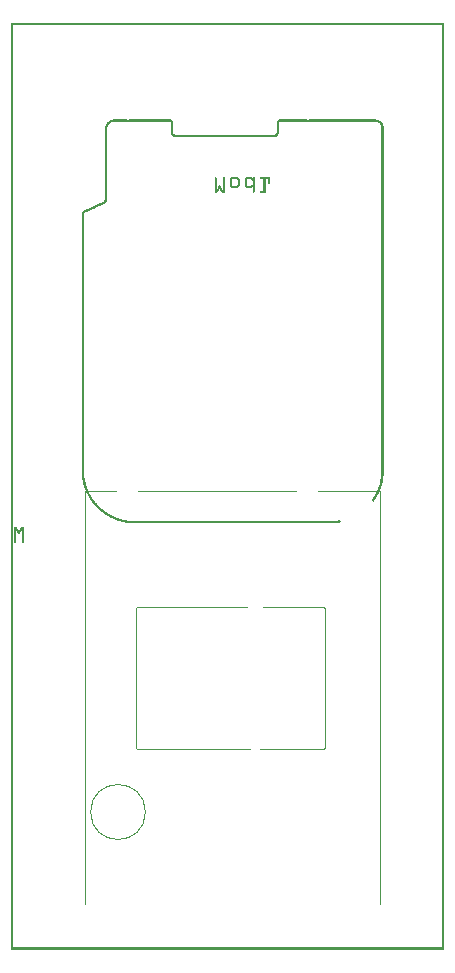
<source format=gbo>
G04 MADE WITH FRITZING*
G04 WWW.FRITZING.ORG*
G04 DOUBLE SIDED*
G04 HOLES PLATED*
G04 CONTOUR ON CENTER OF CONTOUR VECTOR*
%ASAXBY*%
%FSLAX23Y23*%
%MOIN*%
%OFA0B0*%
%SFA1.0B1.0*%
%ADD10C,0.186556X0.179611*%
%ADD11R,0.001000X0.001000*%
%LNSILK0*%
G90*
G70*
G54D10*
X357Y460D03*
G54D11*
X0Y3091D02*
X1443Y3091D01*
X0Y3090D02*
X1443Y3090D01*
X0Y3089D02*
X1443Y3089D01*
X0Y3088D02*
X1443Y3088D01*
X0Y3087D02*
X1443Y3087D01*
X0Y3086D02*
X1443Y3086D01*
X0Y3085D02*
X1443Y3085D01*
X0Y3084D02*
X1443Y3084D01*
X0Y3083D02*
X7Y3083D01*
X1436Y3083D02*
X1443Y3083D01*
X0Y3082D02*
X7Y3082D01*
X1436Y3082D02*
X1443Y3082D01*
X0Y3081D02*
X7Y3081D01*
X1436Y3081D02*
X1443Y3081D01*
X0Y3080D02*
X7Y3080D01*
X1436Y3080D02*
X1443Y3080D01*
X0Y3079D02*
X7Y3079D01*
X1436Y3079D02*
X1443Y3079D01*
X0Y3078D02*
X7Y3078D01*
X1436Y3078D02*
X1443Y3078D01*
X0Y3077D02*
X7Y3077D01*
X1436Y3077D02*
X1443Y3077D01*
X0Y3076D02*
X7Y3076D01*
X1436Y3076D02*
X1443Y3076D01*
X0Y3075D02*
X7Y3075D01*
X1436Y3075D02*
X1443Y3075D01*
X0Y3074D02*
X7Y3074D01*
X1436Y3074D02*
X1443Y3074D01*
X0Y3073D02*
X7Y3073D01*
X1436Y3073D02*
X1443Y3073D01*
X0Y3072D02*
X7Y3072D01*
X1436Y3072D02*
X1443Y3072D01*
X0Y3071D02*
X7Y3071D01*
X1436Y3071D02*
X1443Y3071D01*
X0Y3070D02*
X7Y3070D01*
X1436Y3070D02*
X1443Y3070D01*
X0Y3069D02*
X7Y3069D01*
X1436Y3069D02*
X1443Y3069D01*
X0Y3068D02*
X7Y3068D01*
X1436Y3068D02*
X1443Y3068D01*
X0Y3067D02*
X7Y3067D01*
X1436Y3067D02*
X1443Y3067D01*
X0Y3066D02*
X7Y3066D01*
X1436Y3066D02*
X1443Y3066D01*
X0Y3065D02*
X7Y3065D01*
X1436Y3065D02*
X1443Y3065D01*
X0Y3064D02*
X7Y3064D01*
X1436Y3064D02*
X1443Y3064D01*
X0Y3063D02*
X7Y3063D01*
X1436Y3063D02*
X1443Y3063D01*
X0Y3062D02*
X7Y3062D01*
X1436Y3062D02*
X1443Y3062D01*
X0Y3061D02*
X7Y3061D01*
X1436Y3061D02*
X1443Y3061D01*
X0Y3060D02*
X7Y3060D01*
X1436Y3060D02*
X1443Y3060D01*
X0Y3059D02*
X7Y3059D01*
X1436Y3059D02*
X1443Y3059D01*
X0Y3058D02*
X7Y3058D01*
X1436Y3058D02*
X1443Y3058D01*
X0Y3057D02*
X7Y3057D01*
X1436Y3057D02*
X1443Y3057D01*
X0Y3056D02*
X7Y3056D01*
X1436Y3056D02*
X1443Y3056D01*
X0Y3055D02*
X7Y3055D01*
X1436Y3055D02*
X1443Y3055D01*
X0Y3054D02*
X7Y3054D01*
X1436Y3054D02*
X1443Y3054D01*
X0Y3053D02*
X7Y3053D01*
X1436Y3053D02*
X1443Y3053D01*
X0Y3052D02*
X7Y3052D01*
X1436Y3052D02*
X1443Y3052D01*
X0Y3051D02*
X7Y3051D01*
X1436Y3051D02*
X1443Y3051D01*
X0Y3050D02*
X7Y3050D01*
X1436Y3050D02*
X1443Y3050D01*
X0Y3049D02*
X7Y3049D01*
X1436Y3049D02*
X1443Y3049D01*
X0Y3048D02*
X7Y3048D01*
X1436Y3048D02*
X1443Y3048D01*
X0Y3047D02*
X7Y3047D01*
X1436Y3047D02*
X1443Y3047D01*
X0Y3046D02*
X7Y3046D01*
X1436Y3046D02*
X1443Y3046D01*
X0Y3045D02*
X7Y3045D01*
X1436Y3045D02*
X1443Y3045D01*
X0Y3044D02*
X7Y3044D01*
X1436Y3044D02*
X1443Y3044D01*
X0Y3043D02*
X7Y3043D01*
X1436Y3043D02*
X1443Y3043D01*
X0Y3042D02*
X7Y3042D01*
X1436Y3042D02*
X1443Y3042D01*
X0Y3041D02*
X7Y3041D01*
X1436Y3041D02*
X1443Y3041D01*
X0Y3040D02*
X7Y3040D01*
X1436Y3040D02*
X1443Y3040D01*
X0Y3039D02*
X7Y3039D01*
X1436Y3039D02*
X1443Y3039D01*
X0Y3038D02*
X7Y3038D01*
X1436Y3038D02*
X1443Y3038D01*
X0Y3037D02*
X7Y3037D01*
X1436Y3037D02*
X1443Y3037D01*
X0Y3036D02*
X7Y3036D01*
X1436Y3036D02*
X1443Y3036D01*
X0Y3035D02*
X7Y3035D01*
X1436Y3035D02*
X1443Y3035D01*
X0Y3034D02*
X7Y3034D01*
X1436Y3034D02*
X1443Y3034D01*
X0Y3033D02*
X7Y3033D01*
X1436Y3033D02*
X1443Y3033D01*
X0Y3032D02*
X7Y3032D01*
X1436Y3032D02*
X1443Y3032D01*
X0Y3031D02*
X7Y3031D01*
X1436Y3031D02*
X1443Y3031D01*
X0Y3030D02*
X7Y3030D01*
X1436Y3030D02*
X1443Y3030D01*
X0Y3029D02*
X7Y3029D01*
X1436Y3029D02*
X1443Y3029D01*
X0Y3028D02*
X7Y3028D01*
X1436Y3028D02*
X1443Y3028D01*
X0Y3027D02*
X7Y3027D01*
X1436Y3027D02*
X1443Y3027D01*
X0Y3026D02*
X7Y3026D01*
X1436Y3026D02*
X1443Y3026D01*
X0Y3025D02*
X7Y3025D01*
X1436Y3025D02*
X1443Y3025D01*
X0Y3024D02*
X7Y3024D01*
X1436Y3024D02*
X1443Y3024D01*
X0Y3023D02*
X7Y3023D01*
X1436Y3023D02*
X1443Y3023D01*
X0Y3022D02*
X7Y3022D01*
X1436Y3022D02*
X1443Y3022D01*
X0Y3021D02*
X7Y3021D01*
X1436Y3021D02*
X1443Y3021D01*
X0Y3020D02*
X7Y3020D01*
X1436Y3020D02*
X1443Y3020D01*
X0Y3019D02*
X7Y3019D01*
X1436Y3019D02*
X1443Y3019D01*
X0Y3018D02*
X7Y3018D01*
X1436Y3018D02*
X1443Y3018D01*
X0Y3017D02*
X7Y3017D01*
X1436Y3017D02*
X1443Y3017D01*
X0Y3016D02*
X7Y3016D01*
X1436Y3016D02*
X1443Y3016D01*
X0Y3015D02*
X7Y3015D01*
X1436Y3015D02*
X1443Y3015D01*
X0Y3014D02*
X7Y3014D01*
X1436Y3014D02*
X1443Y3014D01*
X0Y3013D02*
X7Y3013D01*
X1436Y3013D02*
X1443Y3013D01*
X0Y3012D02*
X7Y3012D01*
X1436Y3012D02*
X1443Y3012D01*
X0Y3011D02*
X7Y3011D01*
X1436Y3011D02*
X1443Y3011D01*
X0Y3010D02*
X7Y3010D01*
X1436Y3010D02*
X1443Y3010D01*
X0Y3009D02*
X7Y3009D01*
X1436Y3009D02*
X1443Y3009D01*
X0Y3008D02*
X7Y3008D01*
X1436Y3008D02*
X1443Y3008D01*
X0Y3007D02*
X7Y3007D01*
X1436Y3007D02*
X1443Y3007D01*
X0Y3006D02*
X7Y3006D01*
X1436Y3006D02*
X1443Y3006D01*
X0Y3005D02*
X7Y3005D01*
X1436Y3005D02*
X1443Y3005D01*
X0Y3004D02*
X7Y3004D01*
X1436Y3004D02*
X1443Y3004D01*
X0Y3003D02*
X7Y3003D01*
X1436Y3003D02*
X1443Y3003D01*
X0Y3002D02*
X7Y3002D01*
X1436Y3002D02*
X1443Y3002D01*
X0Y3001D02*
X7Y3001D01*
X1436Y3001D02*
X1443Y3001D01*
X0Y3000D02*
X7Y3000D01*
X1436Y3000D02*
X1443Y3000D01*
X0Y2999D02*
X7Y2999D01*
X1436Y2999D02*
X1443Y2999D01*
X0Y2998D02*
X7Y2998D01*
X1436Y2998D02*
X1443Y2998D01*
X0Y2997D02*
X7Y2997D01*
X1436Y2997D02*
X1443Y2997D01*
X0Y2996D02*
X7Y2996D01*
X1436Y2996D02*
X1443Y2996D01*
X0Y2995D02*
X7Y2995D01*
X1436Y2995D02*
X1443Y2995D01*
X0Y2994D02*
X7Y2994D01*
X1436Y2994D02*
X1443Y2994D01*
X0Y2993D02*
X7Y2993D01*
X1436Y2993D02*
X1443Y2993D01*
X0Y2992D02*
X7Y2992D01*
X1436Y2992D02*
X1443Y2992D01*
X0Y2991D02*
X7Y2991D01*
X1436Y2991D02*
X1443Y2991D01*
X0Y2990D02*
X7Y2990D01*
X1436Y2990D02*
X1443Y2990D01*
X0Y2989D02*
X7Y2989D01*
X1436Y2989D02*
X1443Y2989D01*
X0Y2988D02*
X7Y2988D01*
X1436Y2988D02*
X1443Y2988D01*
X0Y2987D02*
X7Y2987D01*
X1436Y2987D02*
X1443Y2987D01*
X0Y2986D02*
X7Y2986D01*
X1436Y2986D02*
X1443Y2986D01*
X0Y2985D02*
X7Y2985D01*
X1436Y2985D02*
X1443Y2985D01*
X0Y2984D02*
X7Y2984D01*
X1436Y2984D02*
X1443Y2984D01*
X0Y2983D02*
X7Y2983D01*
X1436Y2983D02*
X1443Y2983D01*
X0Y2982D02*
X7Y2982D01*
X1436Y2982D02*
X1443Y2982D01*
X0Y2981D02*
X7Y2981D01*
X1436Y2981D02*
X1443Y2981D01*
X0Y2980D02*
X7Y2980D01*
X1436Y2980D02*
X1443Y2980D01*
X0Y2979D02*
X7Y2979D01*
X1436Y2979D02*
X1443Y2979D01*
X0Y2978D02*
X7Y2978D01*
X1436Y2978D02*
X1443Y2978D01*
X0Y2977D02*
X7Y2977D01*
X1436Y2977D02*
X1443Y2977D01*
X0Y2976D02*
X7Y2976D01*
X1436Y2976D02*
X1443Y2976D01*
X0Y2975D02*
X7Y2975D01*
X1436Y2975D02*
X1443Y2975D01*
X0Y2974D02*
X7Y2974D01*
X1436Y2974D02*
X1443Y2974D01*
X0Y2973D02*
X7Y2973D01*
X1436Y2973D02*
X1443Y2973D01*
X0Y2972D02*
X7Y2972D01*
X1436Y2972D02*
X1443Y2972D01*
X0Y2971D02*
X7Y2971D01*
X1436Y2971D02*
X1443Y2971D01*
X0Y2970D02*
X7Y2970D01*
X1436Y2970D02*
X1443Y2970D01*
X0Y2969D02*
X7Y2969D01*
X1436Y2969D02*
X1443Y2969D01*
X0Y2968D02*
X7Y2968D01*
X1436Y2968D02*
X1443Y2968D01*
X0Y2967D02*
X7Y2967D01*
X1436Y2967D02*
X1443Y2967D01*
X0Y2966D02*
X7Y2966D01*
X1436Y2966D02*
X1443Y2966D01*
X0Y2965D02*
X7Y2965D01*
X1436Y2965D02*
X1443Y2965D01*
X0Y2964D02*
X7Y2964D01*
X1436Y2964D02*
X1443Y2964D01*
X0Y2963D02*
X7Y2963D01*
X1436Y2963D02*
X1443Y2963D01*
X0Y2962D02*
X7Y2962D01*
X1436Y2962D02*
X1443Y2962D01*
X0Y2961D02*
X7Y2961D01*
X1436Y2961D02*
X1443Y2961D01*
X0Y2960D02*
X7Y2960D01*
X1436Y2960D02*
X1443Y2960D01*
X0Y2959D02*
X7Y2959D01*
X1436Y2959D02*
X1443Y2959D01*
X0Y2958D02*
X7Y2958D01*
X1436Y2958D02*
X1443Y2958D01*
X0Y2957D02*
X7Y2957D01*
X1436Y2957D02*
X1443Y2957D01*
X0Y2956D02*
X7Y2956D01*
X1436Y2956D02*
X1443Y2956D01*
X0Y2955D02*
X7Y2955D01*
X1436Y2955D02*
X1443Y2955D01*
X0Y2954D02*
X7Y2954D01*
X1436Y2954D02*
X1443Y2954D01*
X0Y2953D02*
X7Y2953D01*
X1436Y2953D02*
X1443Y2953D01*
X0Y2952D02*
X7Y2952D01*
X1436Y2952D02*
X1443Y2952D01*
X0Y2951D02*
X7Y2951D01*
X1436Y2951D02*
X1443Y2951D01*
X0Y2950D02*
X7Y2950D01*
X1436Y2950D02*
X1443Y2950D01*
X0Y2949D02*
X7Y2949D01*
X1436Y2949D02*
X1443Y2949D01*
X0Y2948D02*
X7Y2948D01*
X1436Y2948D02*
X1443Y2948D01*
X0Y2947D02*
X7Y2947D01*
X1436Y2947D02*
X1443Y2947D01*
X0Y2946D02*
X7Y2946D01*
X1436Y2946D02*
X1443Y2946D01*
X0Y2945D02*
X7Y2945D01*
X1436Y2945D02*
X1443Y2945D01*
X0Y2944D02*
X7Y2944D01*
X1436Y2944D02*
X1443Y2944D01*
X0Y2943D02*
X7Y2943D01*
X1436Y2943D02*
X1443Y2943D01*
X0Y2942D02*
X7Y2942D01*
X1436Y2942D02*
X1443Y2942D01*
X0Y2941D02*
X7Y2941D01*
X1436Y2941D02*
X1443Y2941D01*
X0Y2940D02*
X7Y2940D01*
X1436Y2940D02*
X1443Y2940D01*
X0Y2939D02*
X7Y2939D01*
X1436Y2939D02*
X1443Y2939D01*
X0Y2938D02*
X7Y2938D01*
X1436Y2938D02*
X1443Y2938D01*
X0Y2937D02*
X7Y2937D01*
X1436Y2937D02*
X1443Y2937D01*
X0Y2936D02*
X7Y2936D01*
X1436Y2936D02*
X1443Y2936D01*
X0Y2935D02*
X7Y2935D01*
X1436Y2935D02*
X1443Y2935D01*
X0Y2934D02*
X7Y2934D01*
X1436Y2934D02*
X1443Y2934D01*
X0Y2933D02*
X7Y2933D01*
X1436Y2933D02*
X1443Y2933D01*
X0Y2932D02*
X7Y2932D01*
X1436Y2932D02*
X1443Y2932D01*
X0Y2931D02*
X7Y2931D01*
X1436Y2931D02*
X1443Y2931D01*
X0Y2930D02*
X7Y2930D01*
X1436Y2930D02*
X1443Y2930D01*
X0Y2929D02*
X7Y2929D01*
X1436Y2929D02*
X1443Y2929D01*
X0Y2928D02*
X7Y2928D01*
X1436Y2928D02*
X1443Y2928D01*
X0Y2927D02*
X7Y2927D01*
X1436Y2927D02*
X1443Y2927D01*
X0Y2926D02*
X7Y2926D01*
X1436Y2926D02*
X1443Y2926D01*
X0Y2925D02*
X7Y2925D01*
X1436Y2925D02*
X1443Y2925D01*
X0Y2924D02*
X7Y2924D01*
X1436Y2924D02*
X1443Y2924D01*
X0Y2923D02*
X7Y2923D01*
X1436Y2923D02*
X1443Y2923D01*
X0Y2922D02*
X7Y2922D01*
X1436Y2922D02*
X1443Y2922D01*
X0Y2921D02*
X7Y2921D01*
X1436Y2921D02*
X1443Y2921D01*
X0Y2920D02*
X7Y2920D01*
X1436Y2920D02*
X1443Y2920D01*
X0Y2919D02*
X7Y2919D01*
X1436Y2919D02*
X1443Y2919D01*
X0Y2918D02*
X7Y2918D01*
X1436Y2918D02*
X1443Y2918D01*
X0Y2917D02*
X7Y2917D01*
X1436Y2917D02*
X1443Y2917D01*
X0Y2916D02*
X7Y2916D01*
X1436Y2916D02*
X1443Y2916D01*
X0Y2915D02*
X7Y2915D01*
X1436Y2915D02*
X1443Y2915D01*
X0Y2914D02*
X7Y2914D01*
X1436Y2914D02*
X1443Y2914D01*
X0Y2913D02*
X7Y2913D01*
X1436Y2913D02*
X1443Y2913D01*
X0Y2912D02*
X7Y2912D01*
X1436Y2912D02*
X1443Y2912D01*
X0Y2911D02*
X7Y2911D01*
X1436Y2911D02*
X1443Y2911D01*
X0Y2910D02*
X7Y2910D01*
X1436Y2910D02*
X1443Y2910D01*
X0Y2909D02*
X7Y2909D01*
X1436Y2909D02*
X1443Y2909D01*
X0Y2908D02*
X7Y2908D01*
X1436Y2908D02*
X1443Y2908D01*
X0Y2907D02*
X7Y2907D01*
X1436Y2907D02*
X1443Y2907D01*
X0Y2906D02*
X7Y2906D01*
X1436Y2906D02*
X1443Y2906D01*
X0Y2905D02*
X7Y2905D01*
X1436Y2905D02*
X1443Y2905D01*
X0Y2904D02*
X7Y2904D01*
X1436Y2904D02*
X1443Y2904D01*
X0Y2903D02*
X7Y2903D01*
X1436Y2903D02*
X1443Y2903D01*
X0Y2902D02*
X7Y2902D01*
X1436Y2902D02*
X1443Y2902D01*
X0Y2901D02*
X7Y2901D01*
X1436Y2901D02*
X1443Y2901D01*
X0Y2900D02*
X7Y2900D01*
X1436Y2900D02*
X1443Y2900D01*
X0Y2899D02*
X7Y2899D01*
X1436Y2899D02*
X1443Y2899D01*
X0Y2898D02*
X7Y2898D01*
X1436Y2898D02*
X1443Y2898D01*
X0Y2897D02*
X7Y2897D01*
X1436Y2897D02*
X1443Y2897D01*
X0Y2896D02*
X7Y2896D01*
X1436Y2896D02*
X1443Y2896D01*
X0Y2895D02*
X7Y2895D01*
X1436Y2895D02*
X1443Y2895D01*
X0Y2894D02*
X7Y2894D01*
X1436Y2894D02*
X1443Y2894D01*
X0Y2893D02*
X7Y2893D01*
X1436Y2893D02*
X1443Y2893D01*
X0Y2892D02*
X7Y2892D01*
X1436Y2892D02*
X1443Y2892D01*
X0Y2891D02*
X7Y2891D01*
X1436Y2891D02*
X1443Y2891D01*
X0Y2890D02*
X7Y2890D01*
X1436Y2890D02*
X1443Y2890D01*
X0Y2889D02*
X7Y2889D01*
X1436Y2889D02*
X1443Y2889D01*
X0Y2888D02*
X7Y2888D01*
X1436Y2888D02*
X1443Y2888D01*
X0Y2887D02*
X7Y2887D01*
X1436Y2887D02*
X1443Y2887D01*
X0Y2886D02*
X7Y2886D01*
X1436Y2886D02*
X1443Y2886D01*
X0Y2885D02*
X7Y2885D01*
X1436Y2885D02*
X1443Y2885D01*
X0Y2884D02*
X7Y2884D01*
X1436Y2884D02*
X1443Y2884D01*
X0Y2883D02*
X7Y2883D01*
X1436Y2883D02*
X1443Y2883D01*
X0Y2882D02*
X7Y2882D01*
X1436Y2882D02*
X1443Y2882D01*
X0Y2881D02*
X7Y2881D01*
X1436Y2881D02*
X1443Y2881D01*
X0Y2880D02*
X7Y2880D01*
X1436Y2880D02*
X1443Y2880D01*
X0Y2879D02*
X7Y2879D01*
X1436Y2879D02*
X1443Y2879D01*
X0Y2878D02*
X7Y2878D01*
X1436Y2878D02*
X1443Y2878D01*
X0Y2877D02*
X7Y2877D01*
X1436Y2877D02*
X1443Y2877D01*
X0Y2876D02*
X7Y2876D01*
X1436Y2876D02*
X1443Y2876D01*
X0Y2875D02*
X7Y2875D01*
X1436Y2875D02*
X1443Y2875D01*
X0Y2874D02*
X7Y2874D01*
X1436Y2874D02*
X1443Y2874D01*
X0Y2873D02*
X7Y2873D01*
X1436Y2873D02*
X1443Y2873D01*
X0Y2872D02*
X7Y2872D01*
X1436Y2872D02*
X1443Y2872D01*
X0Y2871D02*
X7Y2871D01*
X1436Y2871D02*
X1443Y2871D01*
X0Y2870D02*
X7Y2870D01*
X1436Y2870D02*
X1443Y2870D01*
X0Y2869D02*
X7Y2869D01*
X1436Y2869D02*
X1443Y2869D01*
X0Y2868D02*
X7Y2868D01*
X1436Y2868D02*
X1443Y2868D01*
X0Y2867D02*
X7Y2867D01*
X1436Y2867D02*
X1443Y2867D01*
X0Y2866D02*
X7Y2866D01*
X1436Y2866D02*
X1443Y2866D01*
X0Y2865D02*
X7Y2865D01*
X1436Y2865D02*
X1443Y2865D01*
X0Y2864D02*
X7Y2864D01*
X1436Y2864D02*
X1443Y2864D01*
X0Y2863D02*
X7Y2863D01*
X1436Y2863D02*
X1443Y2863D01*
X0Y2862D02*
X7Y2862D01*
X1436Y2862D02*
X1443Y2862D01*
X0Y2861D02*
X7Y2861D01*
X1436Y2861D02*
X1443Y2861D01*
X0Y2860D02*
X7Y2860D01*
X1436Y2860D02*
X1443Y2860D01*
X0Y2859D02*
X7Y2859D01*
X1436Y2859D02*
X1443Y2859D01*
X0Y2858D02*
X7Y2858D01*
X1436Y2858D02*
X1443Y2858D01*
X0Y2857D02*
X7Y2857D01*
X1436Y2857D02*
X1443Y2857D01*
X0Y2856D02*
X7Y2856D01*
X1436Y2856D02*
X1443Y2856D01*
X0Y2855D02*
X7Y2855D01*
X1436Y2855D02*
X1443Y2855D01*
X0Y2854D02*
X7Y2854D01*
X1436Y2854D02*
X1443Y2854D01*
X0Y2853D02*
X7Y2853D01*
X1436Y2853D02*
X1443Y2853D01*
X0Y2852D02*
X7Y2852D01*
X1436Y2852D02*
X1443Y2852D01*
X0Y2851D02*
X7Y2851D01*
X1436Y2851D02*
X1443Y2851D01*
X0Y2850D02*
X7Y2850D01*
X1436Y2850D02*
X1443Y2850D01*
X0Y2849D02*
X7Y2849D01*
X1436Y2849D02*
X1443Y2849D01*
X0Y2848D02*
X7Y2848D01*
X1436Y2848D02*
X1443Y2848D01*
X0Y2847D02*
X7Y2847D01*
X1436Y2847D02*
X1443Y2847D01*
X0Y2846D02*
X7Y2846D01*
X1436Y2846D02*
X1443Y2846D01*
X0Y2845D02*
X7Y2845D01*
X1436Y2845D02*
X1443Y2845D01*
X0Y2844D02*
X7Y2844D01*
X1436Y2844D02*
X1443Y2844D01*
X0Y2843D02*
X7Y2843D01*
X1436Y2843D02*
X1443Y2843D01*
X0Y2842D02*
X7Y2842D01*
X1436Y2842D02*
X1443Y2842D01*
X0Y2841D02*
X7Y2841D01*
X1436Y2841D02*
X1443Y2841D01*
X0Y2840D02*
X7Y2840D01*
X1436Y2840D02*
X1443Y2840D01*
X0Y2839D02*
X7Y2839D01*
X1436Y2839D02*
X1443Y2839D01*
X0Y2838D02*
X7Y2838D01*
X1436Y2838D02*
X1443Y2838D01*
X0Y2837D02*
X7Y2837D01*
X1436Y2837D02*
X1443Y2837D01*
X0Y2836D02*
X7Y2836D01*
X1436Y2836D02*
X1443Y2836D01*
X0Y2835D02*
X7Y2835D01*
X1436Y2835D02*
X1443Y2835D01*
X0Y2834D02*
X7Y2834D01*
X1436Y2834D02*
X1443Y2834D01*
X0Y2833D02*
X7Y2833D01*
X1436Y2833D02*
X1443Y2833D01*
X0Y2832D02*
X7Y2832D01*
X1436Y2832D02*
X1443Y2832D01*
X0Y2831D02*
X7Y2831D01*
X1436Y2831D02*
X1443Y2831D01*
X0Y2830D02*
X7Y2830D01*
X1436Y2830D02*
X1443Y2830D01*
X0Y2829D02*
X7Y2829D01*
X1436Y2829D02*
X1443Y2829D01*
X0Y2828D02*
X7Y2828D01*
X1436Y2828D02*
X1443Y2828D01*
X0Y2827D02*
X7Y2827D01*
X1436Y2827D02*
X1443Y2827D01*
X0Y2826D02*
X7Y2826D01*
X1436Y2826D02*
X1443Y2826D01*
X0Y2825D02*
X7Y2825D01*
X1436Y2825D02*
X1443Y2825D01*
X0Y2824D02*
X7Y2824D01*
X1436Y2824D02*
X1443Y2824D01*
X0Y2823D02*
X7Y2823D01*
X1436Y2823D02*
X1443Y2823D01*
X0Y2822D02*
X7Y2822D01*
X1436Y2822D02*
X1443Y2822D01*
X0Y2821D02*
X7Y2821D01*
X1436Y2821D02*
X1443Y2821D01*
X0Y2820D02*
X7Y2820D01*
X1436Y2820D02*
X1443Y2820D01*
X0Y2819D02*
X7Y2819D01*
X1436Y2819D02*
X1443Y2819D01*
X0Y2818D02*
X7Y2818D01*
X1436Y2818D02*
X1443Y2818D01*
X0Y2817D02*
X7Y2817D01*
X1436Y2817D02*
X1443Y2817D01*
X0Y2816D02*
X7Y2816D01*
X1436Y2816D02*
X1443Y2816D01*
X0Y2815D02*
X7Y2815D01*
X1436Y2815D02*
X1443Y2815D01*
X0Y2814D02*
X7Y2814D01*
X1436Y2814D02*
X1443Y2814D01*
X0Y2813D02*
X7Y2813D01*
X1436Y2813D02*
X1443Y2813D01*
X0Y2812D02*
X7Y2812D01*
X1436Y2812D02*
X1443Y2812D01*
X0Y2811D02*
X7Y2811D01*
X1436Y2811D02*
X1443Y2811D01*
X0Y2810D02*
X7Y2810D01*
X1436Y2810D02*
X1443Y2810D01*
X0Y2809D02*
X7Y2809D01*
X1436Y2809D02*
X1443Y2809D01*
X0Y2808D02*
X7Y2808D01*
X1436Y2808D02*
X1443Y2808D01*
X0Y2807D02*
X7Y2807D01*
X1436Y2807D02*
X1443Y2807D01*
X0Y2806D02*
X7Y2806D01*
X1436Y2806D02*
X1443Y2806D01*
X0Y2805D02*
X7Y2805D01*
X1436Y2805D02*
X1443Y2805D01*
X0Y2804D02*
X7Y2804D01*
X1436Y2804D02*
X1443Y2804D01*
X0Y2803D02*
X7Y2803D01*
X1436Y2803D02*
X1443Y2803D01*
X0Y2802D02*
X7Y2802D01*
X1436Y2802D02*
X1443Y2802D01*
X0Y2801D02*
X7Y2801D01*
X1436Y2801D02*
X1443Y2801D01*
X0Y2800D02*
X7Y2800D01*
X1436Y2800D02*
X1443Y2800D01*
X0Y2799D02*
X7Y2799D01*
X1436Y2799D02*
X1443Y2799D01*
X0Y2798D02*
X7Y2798D01*
X1436Y2798D02*
X1443Y2798D01*
X0Y2797D02*
X7Y2797D01*
X1436Y2797D02*
X1443Y2797D01*
X0Y2796D02*
X7Y2796D01*
X1436Y2796D02*
X1443Y2796D01*
X0Y2795D02*
X7Y2795D01*
X1436Y2795D02*
X1443Y2795D01*
X0Y2794D02*
X7Y2794D01*
X1436Y2794D02*
X1443Y2794D01*
X0Y2793D02*
X7Y2793D01*
X1436Y2793D02*
X1443Y2793D01*
X0Y2792D02*
X7Y2792D01*
X1436Y2792D02*
X1443Y2792D01*
X0Y2791D02*
X7Y2791D01*
X1436Y2791D02*
X1443Y2791D01*
X0Y2790D02*
X7Y2790D01*
X1436Y2790D02*
X1443Y2790D01*
X0Y2789D02*
X7Y2789D01*
X1436Y2789D02*
X1443Y2789D01*
X0Y2788D02*
X7Y2788D01*
X1436Y2788D02*
X1443Y2788D01*
X0Y2787D02*
X7Y2787D01*
X1436Y2787D02*
X1443Y2787D01*
X0Y2786D02*
X7Y2786D01*
X1436Y2786D02*
X1443Y2786D01*
X0Y2785D02*
X7Y2785D01*
X1436Y2785D02*
X1443Y2785D01*
X0Y2784D02*
X7Y2784D01*
X1436Y2784D02*
X1443Y2784D01*
X0Y2783D02*
X7Y2783D01*
X1436Y2783D02*
X1443Y2783D01*
X0Y2782D02*
X7Y2782D01*
X1436Y2782D02*
X1443Y2782D01*
X0Y2781D02*
X7Y2781D01*
X1436Y2781D02*
X1443Y2781D01*
X0Y2780D02*
X7Y2780D01*
X1436Y2780D02*
X1443Y2780D01*
X0Y2779D02*
X7Y2779D01*
X1436Y2779D02*
X1443Y2779D01*
X0Y2778D02*
X7Y2778D01*
X1436Y2778D02*
X1443Y2778D01*
X0Y2777D02*
X7Y2777D01*
X1436Y2777D02*
X1443Y2777D01*
X0Y2776D02*
X7Y2776D01*
X1436Y2776D02*
X1443Y2776D01*
X0Y2775D02*
X7Y2775D01*
X1436Y2775D02*
X1443Y2775D01*
X0Y2774D02*
X7Y2774D01*
X1436Y2774D02*
X1443Y2774D01*
X0Y2773D02*
X7Y2773D01*
X1436Y2773D02*
X1443Y2773D01*
X0Y2772D02*
X7Y2772D01*
X1436Y2772D02*
X1443Y2772D01*
X0Y2771D02*
X7Y2771D01*
X1436Y2771D02*
X1443Y2771D01*
X0Y2770D02*
X7Y2770D01*
X1436Y2770D02*
X1443Y2770D01*
X0Y2769D02*
X7Y2769D01*
X341Y2769D02*
X385Y2769D01*
X393Y2769D02*
X532Y2769D01*
X894Y2769D02*
X985Y2769D01*
X993Y2769D02*
X1217Y2769D01*
X1436Y2769D02*
X1443Y2769D01*
X0Y2768D02*
X7Y2768D01*
X336Y2768D02*
X535Y2768D01*
X892Y2768D02*
X1223Y2768D01*
X1436Y2768D02*
X1443Y2768D01*
X0Y2767D02*
X7Y2767D01*
X333Y2767D02*
X536Y2767D01*
X890Y2767D02*
X1225Y2767D01*
X1436Y2767D02*
X1443Y2767D01*
X0Y2766D02*
X7Y2766D01*
X331Y2766D02*
X537Y2766D01*
X889Y2766D02*
X1227Y2766D01*
X1436Y2766D02*
X1443Y2766D01*
X0Y2765D02*
X7Y2765D01*
X329Y2765D02*
X538Y2765D01*
X888Y2765D02*
X1229Y2765D01*
X1436Y2765D02*
X1443Y2765D01*
X0Y2764D02*
X7Y2764D01*
X328Y2764D02*
X539Y2764D01*
X888Y2764D02*
X1231Y2764D01*
X1436Y2764D02*
X1443Y2764D01*
X0Y2763D02*
X7Y2763D01*
X326Y2763D02*
X539Y2763D01*
X888Y2763D02*
X1232Y2763D01*
X1436Y2763D02*
X1443Y2763D01*
X0Y2762D02*
X7Y2762D01*
X325Y2762D02*
X539Y2762D01*
X887Y2762D02*
X1233Y2762D01*
X1436Y2762D02*
X1443Y2762D01*
X0Y2761D02*
X7Y2761D01*
X324Y2761D02*
X341Y2761D01*
X532Y2761D02*
X540Y2761D01*
X887Y2761D02*
X895Y2761D01*
X1217Y2761D02*
X1234Y2761D01*
X1436Y2761D02*
X1443Y2761D01*
X0Y2760D02*
X7Y2760D01*
X323Y2760D02*
X336Y2760D01*
X533Y2760D02*
X540Y2760D01*
X887Y2760D02*
X894Y2760D01*
X1222Y2760D02*
X1235Y2760D01*
X1436Y2760D02*
X1443Y2760D01*
X0Y2759D02*
X7Y2759D01*
X322Y2759D02*
X334Y2759D01*
X533Y2759D02*
X540Y2759D01*
X887Y2759D02*
X894Y2759D01*
X1224Y2759D02*
X1236Y2759D01*
X1436Y2759D02*
X1443Y2759D01*
X0Y2758D02*
X7Y2758D01*
X321Y2758D02*
X332Y2758D01*
X533Y2758D02*
X540Y2758D01*
X887Y2758D02*
X894Y2758D01*
X1226Y2758D02*
X1237Y2758D01*
X1436Y2758D02*
X1443Y2758D01*
X0Y2757D02*
X7Y2757D01*
X320Y2757D02*
X331Y2757D01*
X533Y2757D02*
X540Y2757D01*
X887Y2757D02*
X894Y2757D01*
X1228Y2757D02*
X1238Y2757D01*
X1436Y2757D02*
X1443Y2757D01*
X0Y2756D02*
X7Y2756D01*
X319Y2756D02*
X329Y2756D01*
X533Y2756D02*
X540Y2756D01*
X887Y2756D02*
X894Y2756D01*
X1229Y2756D02*
X1238Y2756D01*
X1436Y2756D02*
X1443Y2756D01*
X0Y2755D02*
X7Y2755D01*
X319Y2755D02*
X328Y2755D01*
X533Y2755D02*
X540Y2755D01*
X887Y2755D02*
X894Y2755D01*
X1230Y2755D02*
X1239Y2755D01*
X1436Y2755D02*
X1443Y2755D01*
X0Y2754D02*
X7Y2754D01*
X318Y2754D02*
X327Y2754D01*
X533Y2754D02*
X540Y2754D01*
X887Y2754D02*
X894Y2754D01*
X1231Y2754D02*
X1239Y2754D01*
X1436Y2754D02*
X1443Y2754D01*
X0Y2753D02*
X7Y2753D01*
X318Y2753D02*
X326Y2753D01*
X533Y2753D02*
X540Y2753D01*
X887Y2753D02*
X894Y2753D01*
X1232Y2753D02*
X1240Y2753D01*
X1436Y2753D02*
X1443Y2753D01*
X0Y2752D02*
X7Y2752D01*
X317Y2752D02*
X325Y2752D01*
X533Y2752D02*
X540Y2752D01*
X887Y2752D02*
X894Y2752D01*
X1232Y2752D02*
X1240Y2752D01*
X1436Y2752D02*
X1443Y2752D01*
X0Y2751D02*
X7Y2751D01*
X316Y2751D02*
X325Y2751D01*
X533Y2751D02*
X540Y2751D01*
X887Y2751D02*
X894Y2751D01*
X1233Y2751D02*
X1241Y2751D01*
X1436Y2751D02*
X1443Y2751D01*
X0Y2750D02*
X7Y2750D01*
X316Y2750D02*
X324Y2750D01*
X533Y2750D02*
X540Y2750D01*
X887Y2750D02*
X894Y2750D01*
X1233Y2750D02*
X1241Y2750D01*
X1436Y2750D02*
X1443Y2750D01*
X0Y2749D02*
X7Y2749D01*
X316Y2749D02*
X323Y2749D01*
X533Y2749D02*
X540Y2749D01*
X887Y2749D02*
X894Y2749D01*
X1234Y2749D02*
X1241Y2749D01*
X1436Y2749D02*
X1443Y2749D01*
X0Y2748D02*
X7Y2748D01*
X315Y2748D02*
X323Y2748D01*
X533Y2748D02*
X540Y2748D01*
X887Y2748D02*
X894Y2748D01*
X1234Y2748D02*
X1242Y2748D01*
X1436Y2748D02*
X1443Y2748D01*
X0Y2747D02*
X7Y2747D01*
X315Y2747D02*
X322Y2747D01*
X533Y2747D02*
X540Y2747D01*
X887Y2747D02*
X894Y2747D01*
X1234Y2747D02*
X1242Y2747D01*
X1436Y2747D02*
X1443Y2747D01*
X0Y2746D02*
X7Y2746D01*
X314Y2746D02*
X322Y2746D01*
X533Y2746D02*
X540Y2746D01*
X887Y2746D02*
X894Y2746D01*
X1235Y2746D02*
X1242Y2746D01*
X1436Y2746D02*
X1443Y2746D01*
X0Y2745D02*
X7Y2745D01*
X314Y2745D02*
X321Y2745D01*
X533Y2745D02*
X540Y2745D01*
X887Y2745D02*
X894Y2745D01*
X1235Y2745D02*
X1242Y2745D01*
X1436Y2745D02*
X1443Y2745D01*
X0Y2744D02*
X7Y2744D01*
X314Y2744D02*
X321Y2744D01*
X533Y2744D02*
X540Y2744D01*
X887Y2744D02*
X894Y2744D01*
X1235Y2744D02*
X1242Y2744D01*
X1436Y2744D02*
X1443Y2744D01*
X0Y2743D02*
X7Y2743D01*
X314Y2743D02*
X321Y2743D01*
X533Y2743D02*
X540Y2743D01*
X887Y2743D02*
X894Y2743D01*
X1235Y2743D02*
X1242Y2743D01*
X1436Y2743D02*
X1443Y2743D01*
X0Y2742D02*
X7Y2742D01*
X313Y2742D02*
X321Y2742D01*
X533Y2742D02*
X540Y2742D01*
X887Y2742D02*
X894Y2742D01*
X1235Y2742D02*
X1242Y2742D01*
X1436Y2742D02*
X1443Y2742D01*
X0Y2741D02*
X7Y2741D01*
X313Y2741D02*
X320Y2741D01*
X533Y2741D02*
X540Y2741D01*
X887Y2741D02*
X894Y2741D01*
X1235Y2741D02*
X1242Y2741D01*
X1436Y2741D02*
X1443Y2741D01*
X0Y2740D02*
X7Y2740D01*
X313Y2740D02*
X320Y2740D01*
X533Y2740D02*
X540Y2740D01*
X887Y2740D02*
X894Y2740D01*
X1235Y2740D02*
X1242Y2740D01*
X1436Y2740D02*
X1443Y2740D01*
X0Y2739D02*
X7Y2739D01*
X313Y2739D02*
X320Y2739D01*
X533Y2739D02*
X540Y2739D01*
X887Y2739D02*
X894Y2739D01*
X1235Y2739D02*
X1242Y2739D01*
X1436Y2739D02*
X1443Y2739D01*
X0Y2738D02*
X7Y2738D01*
X313Y2738D02*
X320Y2738D01*
X533Y2738D02*
X540Y2738D01*
X887Y2738D02*
X894Y2738D01*
X1235Y2738D02*
X1242Y2738D01*
X1436Y2738D02*
X1443Y2738D01*
X0Y2737D02*
X7Y2737D01*
X313Y2737D02*
X320Y2737D01*
X533Y2737D02*
X540Y2737D01*
X887Y2737D02*
X894Y2737D01*
X1235Y2737D02*
X1242Y2737D01*
X1436Y2737D02*
X1443Y2737D01*
X0Y2736D02*
X7Y2736D01*
X313Y2736D02*
X320Y2736D01*
X533Y2736D02*
X540Y2736D01*
X887Y2736D02*
X894Y2736D01*
X1235Y2736D02*
X1242Y2736D01*
X1436Y2736D02*
X1443Y2736D01*
X0Y2735D02*
X7Y2735D01*
X313Y2735D02*
X320Y2735D01*
X533Y2735D02*
X540Y2735D01*
X887Y2735D02*
X894Y2735D01*
X1235Y2735D02*
X1242Y2735D01*
X1436Y2735D02*
X1443Y2735D01*
X0Y2734D02*
X7Y2734D01*
X313Y2734D02*
X320Y2734D01*
X533Y2734D02*
X540Y2734D01*
X887Y2734D02*
X894Y2734D01*
X1235Y2734D02*
X1242Y2734D01*
X1436Y2734D02*
X1443Y2734D01*
X0Y2733D02*
X7Y2733D01*
X313Y2733D02*
X320Y2733D01*
X533Y2733D02*
X540Y2733D01*
X887Y2733D02*
X894Y2733D01*
X1235Y2733D02*
X1242Y2733D01*
X1436Y2733D02*
X1443Y2733D01*
X0Y2732D02*
X7Y2732D01*
X313Y2732D02*
X320Y2732D01*
X533Y2732D02*
X540Y2732D01*
X887Y2732D02*
X894Y2732D01*
X1235Y2732D02*
X1242Y2732D01*
X1436Y2732D02*
X1443Y2732D01*
X0Y2731D02*
X7Y2731D01*
X313Y2731D02*
X320Y2731D01*
X533Y2731D02*
X540Y2731D01*
X887Y2731D02*
X894Y2731D01*
X1235Y2731D02*
X1242Y2731D01*
X1436Y2731D02*
X1443Y2731D01*
X0Y2730D02*
X7Y2730D01*
X313Y2730D02*
X320Y2730D01*
X533Y2730D02*
X540Y2730D01*
X887Y2730D02*
X894Y2730D01*
X1235Y2730D02*
X1242Y2730D01*
X1436Y2730D02*
X1443Y2730D01*
X0Y2729D02*
X7Y2729D01*
X313Y2729D02*
X320Y2729D01*
X533Y2729D02*
X540Y2729D01*
X887Y2729D02*
X894Y2729D01*
X1235Y2729D02*
X1242Y2729D01*
X1436Y2729D02*
X1443Y2729D01*
X0Y2728D02*
X7Y2728D01*
X313Y2728D02*
X320Y2728D01*
X533Y2728D02*
X540Y2728D01*
X887Y2728D02*
X894Y2728D01*
X1235Y2728D02*
X1242Y2728D01*
X1436Y2728D02*
X1443Y2728D01*
X0Y2727D02*
X7Y2727D01*
X313Y2727D02*
X320Y2727D01*
X533Y2727D02*
X540Y2727D01*
X887Y2727D02*
X894Y2727D01*
X1235Y2727D02*
X1242Y2727D01*
X1436Y2727D02*
X1443Y2727D01*
X0Y2726D02*
X7Y2726D01*
X313Y2726D02*
X320Y2726D01*
X533Y2726D02*
X540Y2726D01*
X887Y2726D02*
X894Y2726D01*
X1235Y2726D02*
X1242Y2726D01*
X1436Y2726D02*
X1443Y2726D01*
X0Y2725D02*
X7Y2725D01*
X313Y2725D02*
X320Y2725D01*
X533Y2725D02*
X540Y2725D01*
X886Y2725D02*
X894Y2725D01*
X1235Y2725D02*
X1242Y2725D01*
X1436Y2725D02*
X1443Y2725D01*
X0Y2724D02*
X7Y2724D01*
X313Y2724D02*
X320Y2724D01*
X533Y2724D02*
X541Y2724D01*
X886Y2724D02*
X893Y2724D01*
X1235Y2724D02*
X1242Y2724D01*
X1436Y2724D02*
X1443Y2724D01*
X0Y2723D02*
X7Y2723D01*
X313Y2723D02*
X320Y2723D01*
X534Y2723D02*
X541Y2723D01*
X885Y2723D02*
X893Y2723D01*
X1235Y2723D02*
X1242Y2723D01*
X1436Y2723D02*
X1443Y2723D01*
X0Y2722D02*
X7Y2722D01*
X313Y2722D02*
X320Y2722D01*
X534Y2722D02*
X542Y2722D01*
X884Y2722D02*
X893Y2722D01*
X1235Y2722D02*
X1242Y2722D01*
X1436Y2722D02*
X1443Y2722D01*
X0Y2721D02*
X7Y2721D01*
X313Y2721D02*
X320Y2721D01*
X534Y2721D02*
X543Y2721D01*
X883Y2721D02*
X892Y2721D01*
X1235Y2721D02*
X1242Y2721D01*
X1436Y2721D02*
X1443Y2721D01*
X0Y2720D02*
X7Y2720D01*
X313Y2720D02*
X320Y2720D01*
X535Y2720D02*
X544Y2720D01*
X882Y2720D02*
X892Y2720D01*
X1235Y2720D02*
X1242Y2720D01*
X1436Y2720D02*
X1443Y2720D01*
X0Y2719D02*
X7Y2719D01*
X313Y2719D02*
X320Y2719D01*
X535Y2719D02*
X546Y2719D01*
X880Y2719D02*
X891Y2719D01*
X1235Y2719D02*
X1242Y2719D01*
X1436Y2719D02*
X1443Y2719D01*
X0Y2718D02*
X7Y2718D01*
X313Y2718D02*
X320Y2718D01*
X536Y2718D02*
X549Y2718D01*
X877Y2718D02*
X890Y2718D01*
X1235Y2718D02*
X1242Y2718D01*
X1436Y2718D02*
X1443Y2718D01*
X0Y2717D02*
X7Y2717D01*
X313Y2717D02*
X320Y2717D01*
X537Y2717D02*
X889Y2717D01*
X1235Y2717D02*
X1242Y2717D01*
X1436Y2717D02*
X1443Y2717D01*
X0Y2716D02*
X7Y2716D01*
X313Y2716D02*
X320Y2716D01*
X538Y2716D02*
X889Y2716D01*
X1235Y2716D02*
X1242Y2716D01*
X1436Y2716D02*
X1443Y2716D01*
X0Y2715D02*
X7Y2715D01*
X313Y2715D02*
X320Y2715D01*
X538Y2715D02*
X887Y2715D01*
X1235Y2715D02*
X1242Y2715D01*
X1436Y2715D02*
X1443Y2715D01*
X0Y2714D02*
X7Y2714D01*
X313Y2714D02*
X320Y2714D01*
X540Y2714D02*
X886Y2714D01*
X1235Y2714D02*
X1242Y2714D01*
X1436Y2714D02*
X1443Y2714D01*
X0Y2713D02*
X7Y2713D01*
X313Y2713D02*
X320Y2713D01*
X541Y2713D02*
X885Y2713D01*
X1235Y2713D02*
X1242Y2713D01*
X1436Y2713D02*
X1443Y2713D01*
X0Y2712D02*
X7Y2712D01*
X313Y2712D02*
X320Y2712D01*
X543Y2712D02*
X883Y2712D01*
X1235Y2712D02*
X1242Y2712D01*
X1436Y2712D02*
X1443Y2712D01*
X0Y2711D02*
X7Y2711D01*
X313Y2711D02*
X320Y2711D01*
X545Y2711D02*
X880Y2711D01*
X1235Y2711D02*
X1242Y2711D01*
X1436Y2711D02*
X1443Y2711D01*
X0Y2710D02*
X7Y2710D01*
X313Y2710D02*
X320Y2710D01*
X549Y2710D02*
X876Y2710D01*
X1235Y2710D02*
X1242Y2710D01*
X1436Y2710D02*
X1443Y2710D01*
X0Y2709D02*
X7Y2709D01*
X313Y2709D02*
X320Y2709D01*
X1235Y2709D02*
X1242Y2709D01*
X1436Y2709D02*
X1443Y2709D01*
X0Y2708D02*
X7Y2708D01*
X313Y2708D02*
X320Y2708D01*
X1235Y2708D02*
X1242Y2708D01*
X1436Y2708D02*
X1443Y2708D01*
X0Y2707D02*
X7Y2707D01*
X313Y2707D02*
X320Y2707D01*
X1235Y2707D02*
X1242Y2707D01*
X1436Y2707D02*
X1443Y2707D01*
X0Y2706D02*
X7Y2706D01*
X313Y2706D02*
X320Y2706D01*
X1235Y2706D02*
X1242Y2706D01*
X1436Y2706D02*
X1443Y2706D01*
X0Y2705D02*
X7Y2705D01*
X313Y2705D02*
X320Y2705D01*
X1235Y2705D02*
X1242Y2705D01*
X1436Y2705D02*
X1443Y2705D01*
X0Y2704D02*
X7Y2704D01*
X313Y2704D02*
X320Y2704D01*
X1235Y2704D02*
X1242Y2704D01*
X1436Y2704D02*
X1443Y2704D01*
X0Y2703D02*
X7Y2703D01*
X313Y2703D02*
X320Y2703D01*
X1235Y2703D02*
X1242Y2703D01*
X1436Y2703D02*
X1443Y2703D01*
X0Y2702D02*
X7Y2702D01*
X313Y2702D02*
X320Y2702D01*
X1235Y2702D02*
X1242Y2702D01*
X1436Y2702D02*
X1443Y2702D01*
X0Y2701D02*
X7Y2701D01*
X313Y2701D02*
X320Y2701D01*
X1235Y2701D02*
X1242Y2701D01*
X1436Y2701D02*
X1443Y2701D01*
X0Y2700D02*
X7Y2700D01*
X313Y2700D02*
X320Y2700D01*
X1235Y2700D02*
X1242Y2700D01*
X1436Y2700D02*
X1443Y2700D01*
X0Y2699D02*
X7Y2699D01*
X313Y2699D02*
X320Y2699D01*
X1235Y2699D02*
X1242Y2699D01*
X1436Y2699D02*
X1443Y2699D01*
X0Y2698D02*
X7Y2698D01*
X313Y2698D02*
X320Y2698D01*
X1235Y2698D02*
X1242Y2698D01*
X1436Y2698D02*
X1443Y2698D01*
X0Y2697D02*
X7Y2697D01*
X313Y2697D02*
X320Y2697D01*
X1235Y2697D02*
X1242Y2697D01*
X1436Y2697D02*
X1443Y2697D01*
X0Y2696D02*
X7Y2696D01*
X313Y2696D02*
X320Y2696D01*
X1235Y2696D02*
X1242Y2696D01*
X1436Y2696D02*
X1443Y2696D01*
X0Y2695D02*
X7Y2695D01*
X313Y2695D02*
X320Y2695D01*
X1235Y2695D02*
X1242Y2695D01*
X1436Y2695D02*
X1443Y2695D01*
X0Y2694D02*
X7Y2694D01*
X313Y2694D02*
X320Y2694D01*
X1235Y2694D02*
X1242Y2694D01*
X1436Y2694D02*
X1443Y2694D01*
X0Y2693D02*
X7Y2693D01*
X313Y2693D02*
X320Y2693D01*
X1235Y2693D02*
X1242Y2693D01*
X1436Y2693D02*
X1443Y2693D01*
X0Y2692D02*
X7Y2692D01*
X313Y2692D02*
X320Y2692D01*
X1235Y2692D02*
X1242Y2692D01*
X1436Y2692D02*
X1443Y2692D01*
X0Y2691D02*
X7Y2691D01*
X313Y2691D02*
X320Y2691D01*
X1235Y2691D02*
X1242Y2691D01*
X1436Y2691D02*
X1443Y2691D01*
X0Y2690D02*
X7Y2690D01*
X313Y2690D02*
X320Y2690D01*
X1235Y2690D02*
X1242Y2690D01*
X1436Y2690D02*
X1443Y2690D01*
X0Y2689D02*
X7Y2689D01*
X313Y2689D02*
X320Y2689D01*
X1235Y2689D02*
X1242Y2689D01*
X1436Y2689D02*
X1443Y2689D01*
X0Y2688D02*
X7Y2688D01*
X313Y2688D02*
X320Y2688D01*
X1235Y2688D02*
X1242Y2688D01*
X1436Y2688D02*
X1443Y2688D01*
X0Y2687D02*
X7Y2687D01*
X313Y2687D02*
X320Y2687D01*
X1235Y2687D02*
X1242Y2687D01*
X1436Y2687D02*
X1443Y2687D01*
X0Y2686D02*
X7Y2686D01*
X313Y2686D02*
X320Y2686D01*
X1235Y2686D02*
X1242Y2686D01*
X1436Y2686D02*
X1443Y2686D01*
X0Y2685D02*
X7Y2685D01*
X313Y2685D02*
X320Y2685D01*
X1235Y2685D02*
X1242Y2685D01*
X1436Y2685D02*
X1443Y2685D01*
X0Y2684D02*
X7Y2684D01*
X313Y2684D02*
X320Y2684D01*
X1235Y2684D02*
X1242Y2684D01*
X1436Y2684D02*
X1443Y2684D01*
X0Y2683D02*
X7Y2683D01*
X313Y2683D02*
X320Y2683D01*
X1235Y2683D02*
X1242Y2683D01*
X1436Y2683D02*
X1443Y2683D01*
X0Y2682D02*
X7Y2682D01*
X313Y2682D02*
X320Y2682D01*
X1235Y2682D02*
X1242Y2682D01*
X1436Y2682D02*
X1443Y2682D01*
X0Y2681D02*
X7Y2681D01*
X313Y2681D02*
X320Y2681D01*
X1235Y2681D02*
X1242Y2681D01*
X1436Y2681D02*
X1443Y2681D01*
X0Y2680D02*
X7Y2680D01*
X313Y2680D02*
X320Y2680D01*
X1235Y2680D02*
X1242Y2680D01*
X1436Y2680D02*
X1443Y2680D01*
X0Y2679D02*
X7Y2679D01*
X313Y2679D02*
X320Y2679D01*
X1235Y2679D02*
X1242Y2679D01*
X1436Y2679D02*
X1443Y2679D01*
X0Y2678D02*
X7Y2678D01*
X313Y2678D02*
X320Y2678D01*
X1235Y2678D02*
X1242Y2678D01*
X1436Y2678D02*
X1443Y2678D01*
X0Y2677D02*
X7Y2677D01*
X313Y2677D02*
X320Y2677D01*
X1235Y2677D02*
X1242Y2677D01*
X1436Y2677D02*
X1443Y2677D01*
X0Y2676D02*
X7Y2676D01*
X313Y2676D02*
X320Y2676D01*
X1235Y2676D02*
X1242Y2676D01*
X1436Y2676D02*
X1443Y2676D01*
X0Y2675D02*
X7Y2675D01*
X313Y2675D02*
X320Y2675D01*
X1235Y2675D02*
X1242Y2675D01*
X1436Y2675D02*
X1443Y2675D01*
X0Y2674D02*
X7Y2674D01*
X313Y2674D02*
X320Y2674D01*
X1235Y2674D02*
X1242Y2674D01*
X1436Y2674D02*
X1443Y2674D01*
X0Y2673D02*
X7Y2673D01*
X313Y2673D02*
X320Y2673D01*
X1235Y2673D02*
X1242Y2673D01*
X1436Y2673D02*
X1443Y2673D01*
X0Y2672D02*
X7Y2672D01*
X313Y2672D02*
X320Y2672D01*
X1235Y2672D02*
X1242Y2672D01*
X1436Y2672D02*
X1443Y2672D01*
X0Y2671D02*
X7Y2671D01*
X313Y2671D02*
X320Y2671D01*
X1235Y2671D02*
X1242Y2671D01*
X1436Y2671D02*
X1443Y2671D01*
X0Y2670D02*
X7Y2670D01*
X313Y2670D02*
X320Y2670D01*
X1235Y2670D02*
X1242Y2670D01*
X1436Y2670D02*
X1443Y2670D01*
X0Y2669D02*
X7Y2669D01*
X313Y2669D02*
X320Y2669D01*
X1235Y2669D02*
X1242Y2669D01*
X1436Y2669D02*
X1443Y2669D01*
X0Y2668D02*
X7Y2668D01*
X313Y2668D02*
X320Y2668D01*
X1235Y2668D02*
X1242Y2668D01*
X1436Y2668D02*
X1443Y2668D01*
X0Y2667D02*
X7Y2667D01*
X313Y2667D02*
X320Y2667D01*
X1235Y2667D02*
X1242Y2667D01*
X1436Y2667D02*
X1443Y2667D01*
X0Y2666D02*
X7Y2666D01*
X313Y2666D02*
X320Y2666D01*
X1235Y2666D02*
X1242Y2666D01*
X1436Y2666D02*
X1443Y2666D01*
X0Y2665D02*
X7Y2665D01*
X313Y2665D02*
X320Y2665D01*
X1235Y2665D02*
X1242Y2665D01*
X1436Y2665D02*
X1443Y2665D01*
X0Y2664D02*
X7Y2664D01*
X313Y2664D02*
X320Y2664D01*
X1235Y2664D02*
X1242Y2664D01*
X1436Y2664D02*
X1443Y2664D01*
X0Y2663D02*
X7Y2663D01*
X313Y2663D02*
X320Y2663D01*
X1235Y2663D02*
X1242Y2663D01*
X1436Y2663D02*
X1443Y2663D01*
X0Y2662D02*
X7Y2662D01*
X313Y2662D02*
X320Y2662D01*
X1235Y2662D02*
X1242Y2662D01*
X1436Y2662D02*
X1443Y2662D01*
X0Y2661D02*
X7Y2661D01*
X313Y2661D02*
X320Y2661D01*
X1235Y2661D02*
X1242Y2661D01*
X1436Y2661D02*
X1443Y2661D01*
X0Y2660D02*
X7Y2660D01*
X313Y2660D02*
X320Y2660D01*
X1235Y2660D02*
X1242Y2660D01*
X1436Y2660D02*
X1443Y2660D01*
X0Y2659D02*
X7Y2659D01*
X313Y2659D02*
X320Y2659D01*
X1235Y2659D02*
X1242Y2659D01*
X1436Y2659D02*
X1443Y2659D01*
X0Y2658D02*
X7Y2658D01*
X313Y2658D02*
X320Y2658D01*
X1235Y2658D02*
X1242Y2658D01*
X1436Y2658D02*
X1443Y2658D01*
X0Y2657D02*
X7Y2657D01*
X313Y2657D02*
X320Y2657D01*
X1235Y2657D02*
X1242Y2657D01*
X1436Y2657D02*
X1443Y2657D01*
X0Y2656D02*
X7Y2656D01*
X313Y2656D02*
X320Y2656D01*
X1235Y2656D02*
X1242Y2656D01*
X1436Y2656D02*
X1443Y2656D01*
X0Y2655D02*
X7Y2655D01*
X313Y2655D02*
X320Y2655D01*
X1235Y2655D02*
X1242Y2655D01*
X1436Y2655D02*
X1443Y2655D01*
X0Y2654D02*
X7Y2654D01*
X313Y2654D02*
X320Y2654D01*
X1235Y2654D02*
X1242Y2654D01*
X1436Y2654D02*
X1443Y2654D01*
X0Y2653D02*
X7Y2653D01*
X313Y2653D02*
X320Y2653D01*
X1235Y2653D02*
X1242Y2653D01*
X1436Y2653D02*
X1443Y2653D01*
X0Y2652D02*
X7Y2652D01*
X313Y2652D02*
X320Y2652D01*
X1235Y2652D02*
X1242Y2652D01*
X1436Y2652D02*
X1443Y2652D01*
X0Y2651D02*
X7Y2651D01*
X313Y2651D02*
X320Y2651D01*
X1235Y2651D02*
X1242Y2651D01*
X1436Y2651D02*
X1443Y2651D01*
X0Y2650D02*
X7Y2650D01*
X313Y2650D02*
X320Y2650D01*
X1235Y2650D02*
X1242Y2650D01*
X1436Y2650D02*
X1443Y2650D01*
X0Y2649D02*
X7Y2649D01*
X313Y2649D02*
X320Y2649D01*
X1235Y2649D02*
X1242Y2649D01*
X1436Y2649D02*
X1443Y2649D01*
X0Y2648D02*
X7Y2648D01*
X313Y2648D02*
X320Y2648D01*
X1235Y2648D02*
X1242Y2648D01*
X1436Y2648D02*
X1443Y2648D01*
X0Y2647D02*
X7Y2647D01*
X313Y2647D02*
X320Y2647D01*
X1235Y2647D02*
X1242Y2647D01*
X1436Y2647D02*
X1443Y2647D01*
X0Y2646D02*
X7Y2646D01*
X313Y2646D02*
X320Y2646D01*
X1235Y2646D02*
X1242Y2646D01*
X1436Y2646D02*
X1443Y2646D01*
X0Y2645D02*
X7Y2645D01*
X313Y2645D02*
X320Y2645D01*
X1235Y2645D02*
X1242Y2645D01*
X1436Y2645D02*
X1443Y2645D01*
X0Y2644D02*
X7Y2644D01*
X313Y2644D02*
X320Y2644D01*
X1235Y2644D02*
X1242Y2644D01*
X1436Y2644D02*
X1443Y2644D01*
X0Y2643D02*
X7Y2643D01*
X313Y2643D02*
X320Y2643D01*
X1235Y2643D02*
X1242Y2643D01*
X1436Y2643D02*
X1443Y2643D01*
X0Y2642D02*
X7Y2642D01*
X313Y2642D02*
X320Y2642D01*
X1235Y2642D02*
X1242Y2642D01*
X1436Y2642D02*
X1443Y2642D01*
X0Y2641D02*
X7Y2641D01*
X313Y2641D02*
X320Y2641D01*
X1235Y2641D02*
X1242Y2641D01*
X1436Y2641D02*
X1443Y2641D01*
X0Y2640D02*
X7Y2640D01*
X313Y2640D02*
X320Y2640D01*
X1235Y2640D02*
X1242Y2640D01*
X1436Y2640D02*
X1443Y2640D01*
X0Y2639D02*
X7Y2639D01*
X313Y2639D02*
X320Y2639D01*
X1235Y2639D02*
X1242Y2639D01*
X1436Y2639D02*
X1443Y2639D01*
X0Y2638D02*
X7Y2638D01*
X313Y2638D02*
X320Y2638D01*
X1235Y2638D02*
X1242Y2638D01*
X1436Y2638D02*
X1443Y2638D01*
X0Y2637D02*
X7Y2637D01*
X313Y2637D02*
X320Y2637D01*
X1235Y2637D02*
X1242Y2637D01*
X1436Y2637D02*
X1443Y2637D01*
X0Y2636D02*
X7Y2636D01*
X313Y2636D02*
X320Y2636D01*
X1235Y2636D02*
X1242Y2636D01*
X1436Y2636D02*
X1443Y2636D01*
X0Y2635D02*
X7Y2635D01*
X313Y2635D02*
X320Y2635D01*
X1235Y2635D02*
X1242Y2635D01*
X1436Y2635D02*
X1443Y2635D01*
X0Y2634D02*
X7Y2634D01*
X313Y2634D02*
X320Y2634D01*
X1235Y2634D02*
X1242Y2634D01*
X1436Y2634D02*
X1443Y2634D01*
X0Y2633D02*
X7Y2633D01*
X313Y2633D02*
X320Y2633D01*
X1235Y2633D02*
X1242Y2633D01*
X1436Y2633D02*
X1443Y2633D01*
X0Y2632D02*
X7Y2632D01*
X313Y2632D02*
X320Y2632D01*
X1235Y2632D02*
X1242Y2632D01*
X1436Y2632D02*
X1443Y2632D01*
X0Y2631D02*
X7Y2631D01*
X313Y2631D02*
X320Y2631D01*
X1235Y2631D02*
X1242Y2631D01*
X1436Y2631D02*
X1443Y2631D01*
X0Y2630D02*
X7Y2630D01*
X313Y2630D02*
X320Y2630D01*
X1235Y2630D02*
X1242Y2630D01*
X1436Y2630D02*
X1443Y2630D01*
X0Y2629D02*
X7Y2629D01*
X313Y2629D02*
X320Y2629D01*
X1235Y2629D02*
X1242Y2629D01*
X1436Y2629D02*
X1443Y2629D01*
X0Y2628D02*
X7Y2628D01*
X313Y2628D02*
X320Y2628D01*
X1235Y2628D02*
X1242Y2628D01*
X1436Y2628D02*
X1443Y2628D01*
X0Y2627D02*
X7Y2627D01*
X313Y2627D02*
X320Y2627D01*
X1235Y2627D02*
X1242Y2627D01*
X1436Y2627D02*
X1443Y2627D01*
X0Y2626D02*
X7Y2626D01*
X313Y2626D02*
X320Y2626D01*
X1235Y2626D02*
X1242Y2626D01*
X1436Y2626D02*
X1443Y2626D01*
X0Y2625D02*
X7Y2625D01*
X313Y2625D02*
X320Y2625D01*
X1235Y2625D02*
X1242Y2625D01*
X1436Y2625D02*
X1443Y2625D01*
X0Y2624D02*
X7Y2624D01*
X313Y2624D02*
X320Y2624D01*
X1235Y2624D02*
X1242Y2624D01*
X1436Y2624D02*
X1443Y2624D01*
X0Y2623D02*
X7Y2623D01*
X313Y2623D02*
X320Y2623D01*
X1235Y2623D02*
X1242Y2623D01*
X1436Y2623D02*
X1443Y2623D01*
X0Y2622D02*
X7Y2622D01*
X313Y2622D02*
X320Y2622D01*
X1235Y2622D02*
X1242Y2622D01*
X1436Y2622D02*
X1443Y2622D01*
X0Y2621D02*
X7Y2621D01*
X313Y2621D02*
X320Y2621D01*
X1235Y2621D02*
X1242Y2621D01*
X1436Y2621D02*
X1443Y2621D01*
X0Y2620D02*
X7Y2620D01*
X313Y2620D02*
X320Y2620D01*
X1235Y2620D02*
X1242Y2620D01*
X1436Y2620D02*
X1443Y2620D01*
X0Y2619D02*
X7Y2619D01*
X313Y2619D02*
X320Y2619D01*
X1235Y2619D02*
X1242Y2619D01*
X1436Y2619D02*
X1443Y2619D01*
X0Y2618D02*
X7Y2618D01*
X313Y2618D02*
X320Y2618D01*
X1235Y2618D02*
X1242Y2618D01*
X1436Y2618D02*
X1443Y2618D01*
X0Y2617D02*
X7Y2617D01*
X313Y2617D02*
X320Y2617D01*
X1235Y2617D02*
X1242Y2617D01*
X1436Y2617D02*
X1443Y2617D01*
X0Y2616D02*
X7Y2616D01*
X313Y2616D02*
X320Y2616D01*
X1235Y2616D02*
X1242Y2616D01*
X1436Y2616D02*
X1443Y2616D01*
X0Y2615D02*
X7Y2615D01*
X313Y2615D02*
X320Y2615D01*
X1235Y2615D02*
X1242Y2615D01*
X1436Y2615D02*
X1443Y2615D01*
X0Y2614D02*
X7Y2614D01*
X313Y2614D02*
X320Y2614D01*
X1235Y2614D02*
X1242Y2614D01*
X1436Y2614D02*
X1443Y2614D01*
X0Y2613D02*
X7Y2613D01*
X313Y2613D02*
X320Y2613D01*
X1235Y2613D02*
X1242Y2613D01*
X1436Y2613D02*
X1443Y2613D01*
X0Y2612D02*
X7Y2612D01*
X313Y2612D02*
X320Y2612D01*
X1235Y2612D02*
X1242Y2612D01*
X1436Y2612D02*
X1443Y2612D01*
X0Y2611D02*
X7Y2611D01*
X313Y2611D02*
X320Y2611D01*
X1235Y2611D02*
X1242Y2611D01*
X1436Y2611D02*
X1443Y2611D01*
X0Y2610D02*
X7Y2610D01*
X313Y2610D02*
X320Y2610D01*
X1235Y2610D02*
X1242Y2610D01*
X1436Y2610D02*
X1443Y2610D01*
X0Y2609D02*
X7Y2609D01*
X313Y2609D02*
X320Y2609D01*
X1235Y2609D02*
X1242Y2609D01*
X1436Y2609D02*
X1443Y2609D01*
X0Y2608D02*
X7Y2608D01*
X313Y2608D02*
X320Y2608D01*
X1235Y2608D02*
X1242Y2608D01*
X1436Y2608D02*
X1443Y2608D01*
X0Y2607D02*
X7Y2607D01*
X313Y2607D02*
X320Y2607D01*
X1235Y2607D02*
X1242Y2607D01*
X1436Y2607D02*
X1443Y2607D01*
X0Y2606D02*
X7Y2606D01*
X313Y2606D02*
X320Y2606D01*
X1235Y2606D02*
X1242Y2606D01*
X1436Y2606D02*
X1443Y2606D01*
X0Y2605D02*
X7Y2605D01*
X313Y2605D02*
X320Y2605D01*
X1235Y2605D02*
X1242Y2605D01*
X1436Y2605D02*
X1443Y2605D01*
X0Y2604D02*
X7Y2604D01*
X313Y2604D02*
X320Y2604D01*
X1235Y2604D02*
X1242Y2604D01*
X1436Y2604D02*
X1443Y2604D01*
X0Y2603D02*
X7Y2603D01*
X313Y2603D02*
X320Y2603D01*
X1235Y2603D02*
X1242Y2603D01*
X1436Y2603D02*
X1443Y2603D01*
X0Y2602D02*
X7Y2602D01*
X313Y2602D02*
X320Y2602D01*
X1235Y2602D02*
X1242Y2602D01*
X1436Y2602D02*
X1443Y2602D01*
X0Y2601D02*
X7Y2601D01*
X313Y2601D02*
X320Y2601D01*
X1235Y2601D02*
X1242Y2601D01*
X1436Y2601D02*
X1443Y2601D01*
X0Y2600D02*
X7Y2600D01*
X313Y2600D02*
X320Y2600D01*
X1235Y2600D02*
X1242Y2600D01*
X1436Y2600D02*
X1443Y2600D01*
X0Y2599D02*
X7Y2599D01*
X313Y2599D02*
X320Y2599D01*
X1235Y2599D02*
X1242Y2599D01*
X1436Y2599D02*
X1443Y2599D01*
X0Y2598D02*
X7Y2598D01*
X313Y2598D02*
X320Y2598D01*
X1235Y2598D02*
X1242Y2598D01*
X1436Y2598D02*
X1443Y2598D01*
X0Y2597D02*
X7Y2597D01*
X313Y2597D02*
X320Y2597D01*
X1235Y2597D02*
X1242Y2597D01*
X1436Y2597D02*
X1443Y2597D01*
X0Y2596D02*
X7Y2596D01*
X313Y2596D02*
X320Y2596D01*
X1235Y2596D02*
X1242Y2596D01*
X1436Y2596D02*
X1443Y2596D01*
X0Y2595D02*
X7Y2595D01*
X313Y2595D02*
X320Y2595D01*
X1235Y2595D02*
X1242Y2595D01*
X1436Y2595D02*
X1443Y2595D01*
X0Y2594D02*
X7Y2594D01*
X313Y2594D02*
X320Y2594D01*
X1235Y2594D02*
X1242Y2594D01*
X1436Y2594D02*
X1443Y2594D01*
X0Y2593D02*
X7Y2593D01*
X313Y2593D02*
X320Y2593D01*
X1235Y2593D02*
X1242Y2593D01*
X1436Y2593D02*
X1443Y2593D01*
X0Y2592D02*
X7Y2592D01*
X313Y2592D02*
X320Y2592D01*
X1235Y2592D02*
X1242Y2592D01*
X1436Y2592D02*
X1443Y2592D01*
X0Y2591D02*
X7Y2591D01*
X313Y2591D02*
X320Y2591D01*
X1235Y2591D02*
X1242Y2591D01*
X1436Y2591D02*
X1443Y2591D01*
X0Y2590D02*
X7Y2590D01*
X313Y2590D02*
X320Y2590D01*
X1235Y2590D02*
X1242Y2590D01*
X1436Y2590D02*
X1443Y2590D01*
X0Y2589D02*
X7Y2589D01*
X313Y2589D02*
X320Y2589D01*
X1235Y2589D02*
X1242Y2589D01*
X1436Y2589D02*
X1443Y2589D01*
X0Y2588D02*
X7Y2588D01*
X313Y2588D02*
X320Y2588D01*
X1235Y2588D02*
X1242Y2588D01*
X1436Y2588D02*
X1443Y2588D01*
X0Y2587D02*
X7Y2587D01*
X313Y2587D02*
X320Y2587D01*
X1235Y2587D02*
X1242Y2587D01*
X1436Y2587D02*
X1443Y2587D01*
X0Y2586D02*
X7Y2586D01*
X313Y2586D02*
X320Y2586D01*
X1235Y2586D02*
X1242Y2586D01*
X1436Y2586D02*
X1443Y2586D01*
X0Y2585D02*
X7Y2585D01*
X313Y2585D02*
X320Y2585D01*
X1235Y2585D02*
X1242Y2585D01*
X1436Y2585D02*
X1443Y2585D01*
X0Y2584D02*
X7Y2584D01*
X313Y2584D02*
X320Y2584D01*
X1235Y2584D02*
X1242Y2584D01*
X1436Y2584D02*
X1443Y2584D01*
X0Y2583D02*
X7Y2583D01*
X313Y2583D02*
X320Y2583D01*
X1235Y2583D02*
X1242Y2583D01*
X1436Y2583D02*
X1443Y2583D01*
X0Y2582D02*
X7Y2582D01*
X313Y2582D02*
X320Y2582D01*
X1235Y2582D02*
X1242Y2582D01*
X1436Y2582D02*
X1443Y2582D01*
X0Y2581D02*
X7Y2581D01*
X313Y2581D02*
X320Y2581D01*
X1235Y2581D02*
X1242Y2581D01*
X1436Y2581D02*
X1443Y2581D01*
X0Y2580D02*
X7Y2580D01*
X313Y2580D02*
X320Y2580D01*
X1235Y2580D02*
X1242Y2580D01*
X1436Y2580D02*
X1443Y2580D01*
X0Y2579D02*
X7Y2579D01*
X313Y2579D02*
X320Y2579D01*
X1235Y2579D02*
X1242Y2579D01*
X1436Y2579D02*
X1443Y2579D01*
X0Y2578D02*
X7Y2578D01*
X313Y2578D02*
X320Y2578D01*
X680Y2578D02*
X683Y2578D01*
X708Y2578D02*
X711Y2578D01*
X738Y2578D02*
X753Y2578D01*
X788Y2578D02*
X799Y2578D01*
X808Y2578D02*
X811Y2578D01*
X830Y2578D02*
X861Y2578D01*
X1235Y2578D02*
X1242Y2578D01*
X1436Y2578D02*
X1443Y2578D01*
X0Y2577D02*
X7Y2577D01*
X313Y2577D02*
X320Y2577D01*
X679Y2577D02*
X684Y2577D01*
X707Y2577D02*
X712Y2577D01*
X736Y2577D02*
X755Y2577D01*
X786Y2577D02*
X801Y2577D01*
X807Y2577D02*
X812Y2577D01*
X829Y2577D02*
X862Y2577D01*
X1235Y2577D02*
X1242Y2577D01*
X1436Y2577D02*
X1443Y2577D01*
X0Y2576D02*
X7Y2576D01*
X313Y2576D02*
X320Y2576D01*
X679Y2576D02*
X684Y2576D01*
X706Y2576D02*
X712Y2576D01*
X735Y2576D02*
X756Y2576D01*
X784Y2576D02*
X803Y2576D01*
X806Y2576D02*
X812Y2576D01*
X829Y2576D02*
X862Y2576D01*
X1235Y2576D02*
X1242Y2576D01*
X1436Y2576D02*
X1443Y2576D01*
X0Y2575D02*
X7Y2575D01*
X313Y2575D02*
X320Y2575D01*
X679Y2575D02*
X685Y2575D01*
X706Y2575D02*
X712Y2575D01*
X733Y2575D02*
X757Y2575D01*
X783Y2575D02*
X804Y2575D01*
X806Y2575D02*
X812Y2575D01*
X829Y2575D02*
X862Y2575D01*
X1235Y2575D02*
X1242Y2575D01*
X1436Y2575D02*
X1443Y2575D01*
X0Y2574D02*
X7Y2574D01*
X313Y2574D02*
X320Y2574D01*
X679Y2574D02*
X685Y2574D01*
X706Y2574D02*
X712Y2574D01*
X732Y2574D02*
X758Y2574D01*
X782Y2574D02*
X812Y2574D01*
X829Y2574D02*
X862Y2574D01*
X1235Y2574D02*
X1242Y2574D01*
X1436Y2574D02*
X1443Y2574D01*
X0Y2573D02*
X7Y2573D01*
X313Y2573D02*
X320Y2573D01*
X679Y2573D02*
X685Y2573D01*
X706Y2573D02*
X712Y2573D01*
X731Y2573D02*
X759Y2573D01*
X781Y2573D02*
X812Y2573D01*
X829Y2573D02*
X862Y2573D01*
X1235Y2573D02*
X1242Y2573D01*
X1436Y2573D02*
X1443Y2573D01*
X0Y2572D02*
X7Y2572D01*
X313Y2572D02*
X320Y2572D01*
X679Y2572D02*
X685Y2572D01*
X706Y2572D02*
X712Y2572D01*
X730Y2572D02*
X760Y2572D01*
X780Y2572D02*
X812Y2572D01*
X831Y2572D02*
X862Y2572D01*
X1235Y2572D02*
X1242Y2572D01*
X1436Y2572D02*
X1443Y2572D01*
X0Y2571D02*
X7Y2571D01*
X313Y2571D02*
X320Y2571D01*
X679Y2571D02*
X685Y2571D01*
X706Y2571D02*
X712Y2571D01*
X730Y2571D02*
X739Y2571D01*
X752Y2571D02*
X761Y2571D01*
X780Y2571D02*
X789Y2571D01*
X799Y2571D02*
X812Y2571D01*
X842Y2571D02*
X848Y2571D01*
X856Y2571D02*
X862Y2571D01*
X1235Y2571D02*
X1242Y2571D01*
X1436Y2571D02*
X1443Y2571D01*
X0Y2570D02*
X7Y2570D01*
X313Y2570D02*
X320Y2570D01*
X679Y2570D02*
X685Y2570D01*
X706Y2570D02*
X712Y2570D01*
X729Y2570D02*
X737Y2570D01*
X753Y2570D02*
X761Y2570D01*
X779Y2570D02*
X787Y2570D01*
X800Y2570D02*
X812Y2570D01*
X842Y2570D02*
X848Y2570D01*
X856Y2570D02*
X862Y2570D01*
X1235Y2570D02*
X1242Y2570D01*
X1436Y2570D02*
X1443Y2570D01*
X0Y2569D02*
X7Y2569D01*
X313Y2569D02*
X320Y2569D01*
X679Y2569D02*
X685Y2569D01*
X706Y2569D02*
X712Y2569D01*
X729Y2569D02*
X736Y2569D01*
X755Y2569D02*
X762Y2569D01*
X779Y2569D02*
X786Y2569D01*
X801Y2569D02*
X812Y2569D01*
X842Y2569D02*
X848Y2569D01*
X856Y2569D02*
X862Y2569D01*
X1235Y2569D02*
X1242Y2569D01*
X1436Y2569D02*
X1443Y2569D01*
X0Y2568D02*
X7Y2568D01*
X313Y2568D02*
X320Y2568D01*
X679Y2568D02*
X685Y2568D01*
X706Y2568D02*
X712Y2568D01*
X729Y2568D02*
X735Y2568D01*
X755Y2568D02*
X762Y2568D01*
X779Y2568D02*
X785Y2568D01*
X802Y2568D02*
X812Y2568D01*
X842Y2568D02*
X848Y2568D01*
X856Y2568D02*
X862Y2568D01*
X1235Y2568D02*
X1242Y2568D01*
X1436Y2568D02*
X1443Y2568D01*
X0Y2567D02*
X7Y2567D01*
X313Y2567D02*
X320Y2567D01*
X679Y2567D02*
X685Y2567D01*
X706Y2567D02*
X712Y2567D01*
X729Y2567D02*
X735Y2567D01*
X756Y2567D02*
X762Y2567D01*
X779Y2567D02*
X785Y2567D01*
X803Y2567D02*
X812Y2567D01*
X842Y2567D02*
X848Y2567D01*
X856Y2567D02*
X862Y2567D01*
X1235Y2567D02*
X1242Y2567D01*
X1436Y2567D02*
X1443Y2567D01*
X0Y2566D02*
X7Y2566D01*
X313Y2566D02*
X320Y2566D01*
X679Y2566D02*
X685Y2566D01*
X706Y2566D02*
X712Y2566D01*
X729Y2566D02*
X735Y2566D01*
X756Y2566D02*
X762Y2566D01*
X779Y2566D02*
X785Y2566D01*
X805Y2566D02*
X812Y2566D01*
X842Y2566D02*
X848Y2566D01*
X856Y2566D02*
X862Y2566D01*
X1235Y2566D02*
X1242Y2566D01*
X1436Y2566D02*
X1443Y2566D01*
X0Y2565D02*
X7Y2565D01*
X313Y2565D02*
X320Y2565D01*
X679Y2565D02*
X685Y2565D01*
X706Y2565D02*
X712Y2565D01*
X729Y2565D02*
X735Y2565D01*
X756Y2565D02*
X762Y2565D01*
X779Y2565D02*
X785Y2565D01*
X805Y2565D02*
X812Y2565D01*
X842Y2565D02*
X848Y2565D01*
X856Y2565D02*
X862Y2565D01*
X1235Y2565D02*
X1242Y2565D01*
X1436Y2565D02*
X1443Y2565D01*
X0Y2564D02*
X7Y2564D01*
X313Y2564D02*
X320Y2564D01*
X679Y2564D02*
X685Y2564D01*
X706Y2564D02*
X712Y2564D01*
X729Y2564D02*
X735Y2564D01*
X756Y2564D02*
X762Y2564D01*
X779Y2564D02*
X785Y2564D01*
X806Y2564D02*
X812Y2564D01*
X842Y2564D02*
X848Y2564D01*
X856Y2564D02*
X862Y2564D01*
X1235Y2564D02*
X1242Y2564D01*
X1436Y2564D02*
X1443Y2564D01*
X0Y2563D02*
X7Y2563D01*
X313Y2563D02*
X320Y2563D01*
X679Y2563D02*
X685Y2563D01*
X706Y2563D02*
X712Y2563D01*
X729Y2563D02*
X735Y2563D01*
X756Y2563D02*
X762Y2563D01*
X779Y2563D02*
X785Y2563D01*
X806Y2563D02*
X812Y2563D01*
X842Y2563D02*
X848Y2563D01*
X856Y2563D02*
X862Y2563D01*
X1235Y2563D02*
X1242Y2563D01*
X1436Y2563D02*
X1443Y2563D01*
X0Y2562D02*
X7Y2562D01*
X313Y2562D02*
X320Y2562D01*
X679Y2562D02*
X685Y2562D01*
X706Y2562D02*
X712Y2562D01*
X729Y2562D02*
X735Y2562D01*
X756Y2562D02*
X762Y2562D01*
X779Y2562D02*
X785Y2562D01*
X806Y2562D02*
X812Y2562D01*
X842Y2562D02*
X848Y2562D01*
X856Y2562D02*
X862Y2562D01*
X1235Y2562D02*
X1242Y2562D01*
X1436Y2562D02*
X1443Y2562D01*
X0Y2561D02*
X7Y2561D01*
X313Y2561D02*
X320Y2561D01*
X679Y2561D02*
X685Y2561D01*
X706Y2561D02*
X712Y2561D01*
X729Y2561D02*
X735Y2561D01*
X756Y2561D02*
X762Y2561D01*
X779Y2561D02*
X785Y2561D01*
X806Y2561D02*
X812Y2561D01*
X842Y2561D02*
X848Y2561D01*
X856Y2561D02*
X862Y2561D01*
X1235Y2561D02*
X1242Y2561D01*
X1436Y2561D02*
X1443Y2561D01*
X0Y2560D02*
X7Y2560D01*
X313Y2560D02*
X320Y2560D01*
X679Y2560D02*
X685Y2560D01*
X706Y2560D02*
X712Y2560D01*
X729Y2560D02*
X735Y2560D01*
X756Y2560D02*
X762Y2560D01*
X779Y2560D02*
X785Y2560D01*
X806Y2560D02*
X812Y2560D01*
X842Y2560D02*
X848Y2560D01*
X856Y2560D02*
X862Y2560D01*
X1235Y2560D02*
X1242Y2560D01*
X1436Y2560D02*
X1443Y2560D01*
X0Y2559D02*
X7Y2559D01*
X313Y2559D02*
X320Y2559D01*
X679Y2559D02*
X685Y2559D01*
X706Y2559D02*
X712Y2559D01*
X729Y2559D02*
X735Y2559D01*
X756Y2559D02*
X762Y2559D01*
X779Y2559D02*
X785Y2559D01*
X806Y2559D02*
X812Y2559D01*
X842Y2559D02*
X848Y2559D01*
X856Y2559D02*
X862Y2559D01*
X1235Y2559D02*
X1242Y2559D01*
X1436Y2559D02*
X1443Y2559D01*
X0Y2558D02*
X7Y2558D01*
X313Y2558D02*
X320Y2558D01*
X679Y2558D02*
X685Y2558D01*
X706Y2558D02*
X712Y2558D01*
X729Y2558D02*
X735Y2558D01*
X756Y2558D02*
X762Y2558D01*
X779Y2558D02*
X785Y2558D01*
X806Y2558D02*
X812Y2558D01*
X842Y2558D02*
X848Y2558D01*
X856Y2558D02*
X862Y2558D01*
X1235Y2558D02*
X1242Y2558D01*
X1436Y2558D02*
X1443Y2558D01*
X0Y2557D02*
X7Y2557D01*
X313Y2557D02*
X320Y2557D01*
X679Y2557D02*
X685Y2557D01*
X706Y2557D02*
X712Y2557D01*
X729Y2557D02*
X735Y2557D01*
X756Y2557D02*
X762Y2557D01*
X779Y2557D02*
X785Y2557D01*
X806Y2557D02*
X812Y2557D01*
X842Y2557D02*
X848Y2557D01*
X856Y2557D02*
X862Y2557D01*
X1235Y2557D02*
X1242Y2557D01*
X1436Y2557D02*
X1443Y2557D01*
X0Y2556D02*
X7Y2556D01*
X313Y2556D02*
X320Y2556D01*
X679Y2556D02*
X685Y2556D01*
X706Y2556D02*
X712Y2556D01*
X729Y2556D02*
X735Y2556D01*
X756Y2556D02*
X762Y2556D01*
X779Y2556D02*
X785Y2556D01*
X806Y2556D02*
X812Y2556D01*
X842Y2556D02*
X848Y2556D01*
X857Y2556D02*
X862Y2556D01*
X1235Y2556D02*
X1242Y2556D01*
X1436Y2556D02*
X1443Y2556D01*
X0Y2555D02*
X7Y2555D01*
X313Y2555D02*
X320Y2555D01*
X679Y2555D02*
X685Y2555D01*
X706Y2555D02*
X712Y2555D01*
X729Y2555D02*
X735Y2555D01*
X756Y2555D02*
X762Y2555D01*
X779Y2555D02*
X785Y2555D01*
X806Y2555D02*
X812Y2555D01*
X842Y2555D02*
X848Y2555D01*
X857Y2555D02*
X861Y2555D01*
X1235Y2555D02*
X1242Y2555D01*
X1436Y2555D02*
X1443Y2555D01*
X0Y2554D02*
X7Y2554D01*
X313Y2554D02*
X320Y2554D01*
X679Y2554D02*
X685Y2554D01*
X706Y2554D02*
X712Y2554D01*
X729Y2554D02*
X735Y2554D01*
X756Y2554D02*
X762Y2554D01*
X779Y2554D02*
X785Y2554D01*
X806Y2554D02*
X812Y2554D01*
X842Y2554D02*
X848Y2554D01*
X1235Y2554D02*
X1242Y2554D01*
X1436Y2554D02*
X1443Y2554D01*
X0Y2553D02*
X7Y2553D01*
X313Y2553D02*
X320Y2553D01*
X679Y2553D02*
X685Y2553D01*
X706Y2553D02*
X712Y2553D01*
X729Y2553D02*
X735Y2553D01*
X756Y2553D02*
X762Y2553D01*
X779Y2553D02*
X785Y2553D01*
X806Y2553D02*
X812Y2553D01*
X842Y2553D02*
X848Y2553D01*
X1235Y2553D02*
X1242Y2553D01*
X1436Y2553D02*
X1443Y2553D01*
X0Y2552D02*
X7Y2552D01*
X313Y2552D02*
X320Y2552D01*
X679Y2552D02*
X685Y2552D01*
X706Y2552D02*
X712Y2552D01*
X729Y2552D02*
X735Y2552D01*
X756Y2552D02*
X762Y2552D01*
X779Y2552D02*
X785Y2552D01*
X805Y2552D02*
X812Y2552D01*
X842Y2552D02*
X848Y2552D01*
X1235Y2552D02*
X1242Y2552D01*
X1436Y2552D02*
X1443Y2552D01*
X0Y2551D02*
X7Y2551D01*
X313Y2551D02*
X320Y2551D01*
X679Y2551D02*
X685Y2551D01*
X706Y2551D02*
X712Y2551D01*
X729Y2551D02*
X735Y2551D01*
X756Y2551D02*
X762Y2551D01*
X779Y2551D02*
X785Y2551D01*
X803Y2551D02*
X812Y2551D01*
X842Y2551D02*
X848Y2551D01*
X1235Y2551D02*
X1242Y2551D01*
X1436Y2551D02*
X1443Y2551D01*
X0Y2550D02*
X7Y2550D01*
X313Y2550D02*
X320Y2550D01*
X679Y2550D02*
X685Y2550D01*
X706Y2550D02*
X712Y2550D01*
X729Y2550D02*
X735Y2550D01*
X756Y2550D02*
X762Y2550D01*
X779Y2550D02*
X785Y2550D01*
X802Y2550D02*
X812Y2550D01*
X842Y2550D02*
X848Y2550D01*
X1235Y2550D02*
X1242Y2550D01*
X1436Y2550D02*
X1443Y2550D01*
X0Y2549D02*
X7Y2549D01*
X313Y2549D02*
X320Y2549D01*
X679Y2549D02*
X685Y2549D01*
X695Y2549D02*
X696Y2549D01*
X706Y2549D02*
X712Y2549D01*
X729Y2549D02*
X736Y2549D01*
X755Y2549D02*
X762Y2549D01*
X779Y2549D02*
X786Y2549D01*
X801Y2549D02*
X812Y2549D01*
X842Y2549D02*
X848Y2549D01*
X1235Y2549D02*
X1242Y2549D01*
X1436Y2549D02*
X1443Y2549D01*
X0Y2548D02*
X7Y2548D01*
X313Y2548D02*
X320Y2548D01*
X679Y2548D02*
X685Y2548D01*
X693Y2548D02*
X697Y2548D01*
X706Y2548D02*
X712Y2548D01*
X729Y2548D02*
X737Y2548D01*
X754Y2548D02*
X761Y2548D01*
X779Y2548D02*
X787Y2548D01*
X800Y2548D02*
X812Y2548D01*
X842Y2548D02*
X848Y2548D01*
X1235Y2548D02*
X1242Y2548D01*
X1436Y2548D02*
X1443Y2548D01*
X0Y2547D02*
X7Y2547D01*
X313Y2547D02*
X320Y2547D01*
X679Y2547D02*
X685Y2547D01*
X693Y2547D02*
X698Y2547D01*
X706Y2547D02*
X712Y2547D01*
X730Y2547D02*
X738Y2547D01*
X752Y2547D02*
X761Y2547D01*
X780Y2547D02*
X788Y2547D01*
X799Y2547D02*
X812Y2547D01*
X842Y2547D02*
X848Y2547D01*
X1235Y2547D02*
X1242Y2547D01*
X1436Y2547D02*
X1443Y2547D01*
X0Y2546D02*
X7Y2546D01*
X313Y2546D02*
X320Y2546D01*
X679Y2546D02*
X685Y2546D01*
X692Y2546D02*
X698Y2546D01*
X706Y2546D02*
X712Y2546D01*
X730Y2546D02*
X760Y2546D01*
X780Y2546D02*
X812Y2546D01*
X842Y2546D02*
X848Y2546D01*
X1235Y2546D02*
X1242Y2546D01*
X1436Y2546D02*
X1443Y2546D01*
X0Y2545D02*
X7Y2545D01*
X313Y2545D02*
X320Y2545D01*
X679Y2545D02*
X685Y2545D01*
X692Y2545D02*
X698Y2545D01*
X706Y2545D02*
X712Y2545D01*
X731Y2545D02*
X760Y2545D01*
X781Y2545D02*
X812Y2545D01*
X842Y2545D02*
X848Y2545D01*
X1235Y2545D02*
X1242Y2545D01*
X1436Y2545D02*
X1443Y2545D01*
X0Y2544D02*
X7Y2544D01*
X313Y2544D02*
X320Y2544D01*
X679Y2544D02*
X685Y2544D01*
X692Y2544D02*
X698Y2544D01*
X706Y2544D02*
X712Y2544D01*
X732Y2544D02*
X759Y2544D01*
X782Y2544D02*
X812Y2544D01*
X842Y2544D02*
X848Y2544D01*
X1235Y2544D02*
X1242Y2544D01*
X1436Y2544D02*
X1443Y2544D01*
X0Y2543D02*
X7Y2543D01*
X313Y2543D02*
X320Y2543D01*
X679Y2543D02*
X685Y2543D01*
X692Y2543D02*
X699Y2543D01*
X706Y2543D02*
X712Y2543D01*
X733Y2543D02*
X757Y2543D01*
X783Y2543D02*
X804Y2543D01*
X806Y2543D02*
X812Y2543D01*
X842Y2543D02*
X848Y2543D01*
X1235Y2543D02*
X1242Y2543D01*
X1436Y2543D02*
X1443Y2543D01*
X0Y2542D02*
X7Y2542D01*
X313Y2542D02*
X320Y2542D01*
X679Y2542D02*
X685Y2542D01*
X691Y2542D02*
X700Y2542D01*
X706Y2542D02*
X712Y2542D01*
X734Y2542D02*
X756Y2542D01*
X784Y2542D02*
X803Y2542D01*
X806Y2542D02*
X812Y2542D01*
X842Y2542D02*
X848Y2542D01*
X1235Y2542D02*
X1242Y2542D01*
X1436Y2542D02*
X1443Y2542D01*
X0Y2541D02*
X7Y2541D01*
X313Y2541D02*
X320Y2541D01*
X679Y2541D02*
X685Y2541D01*
X690Y2541D02*
X700Y2541D01*
X706Y2541D02*
X712Y2541D01*
X736Y2541D02*
X755Y2541D01*
X786Y2541D02*
X801Y2541D01*
X806Y2541D02*
X812Y2541D01*
X842Y2541D02*
X848Y2541D01*
X1235Y2541D02*
X1242Y2541D01*
X1436Y2541D02*
X1443Y2541D01*
X0Y2540D02*
X7Y2540D01*
X313Y2540D02*
X320Y2540D01*
X679Y2540D02*
X685Y2540D01*
X690Y2540D02*
X701Y2540D01*
X706Y2540D02*
X712Y2540D01*
X738Y2540D02*
X753Y2540D01*
X788Y2540D02*
X800Y2540D01*
X806Y2540D02*
X812Y2540D01*
X842Y2540D02*
X848Y2540D01*
X1235Y2540D02*
X1242Y2540D01*
X1436Y2540D02*
X1443Y2540D01*
X0Y2539D02*
X7Y2539D01*
X313Y2539D02*
X320Y2539D01*
X679Y2539D02*
X685Y2539D01*
X689Y2539D02*
X702Y2539D01*
X706Y2539D02*
X712Y2539D01*
X806Y2539D02*
X812Y2539D01*
X842Y2539D02*
X848Y2539D01*
X1235Y2539D02*
X1242Y2539D01*
X1436Y2539D02*
X1443Y2539D01*
X0Y2538D02*
X7Y2538D01*
X313Y2538D02*
X320Y2538D01*
X679Y2538D02*
X685Y2538D01*
X688Y2538D02*
X702Y2538D01*
X706Y2538D02*
X712Y2538D01*
X806Y2538D02*
X812Y2538D01*
X842Y2538D02*
X848Y2538D01*
X1235Y2538D02*
X1242Y2538D01*
X1436Y2538D02*
X1443Y2538D01*
X0Y2537D02*
X7Y2537D01*
X313Y2537D02*
X320Y2537D01*
X679Y2537D02*
X685Y2537D01*
X687Y2537D02*
X703Y2537D01*
X706Y2537D02*
X712Y2537D01*
X806Y2537D02*
X812Y2537D01*
X842Y2537D02*
X848Y2537D01*
X1235Y2537D02*
X1242Y2537D01*
X1436Y2537D02*
X1443Y2537D01*
X0Y2536D02*
X7Y2536D01*
X313Y2536D02*
X320Y2536D01*
X679Y2536D02*
X685Y2536D01*
X687Y2536D02*
X694Y2536D01*
X696Y2536D02*
X704Y2536D01*
X706Y2536D02*
X712Y2536D01*
X806Y2536D02*
X812Y2536D01*
X842Y2536D02*
X848Y2536D01*
X1235Y2536D02*
X1242Y2536D01*
X1436Y2536D02*
X1443Y2536D01*
X0Y2535D02*
X7Y2535D01*
X313Y2535D02*
X320Y2535D01*
X679Y2535D02*
X694Y2535D01*
X697Y2535D02*
X712Y2535D01*
X806Y2535D02*
X812Y2535D01*
X842Y2535D02*
X848Y2535D01*
X1235Y2535D02*
X1242Y2535D01*
X1436Y2535D02*
X1443Y2535D01*
X0Y2534D02*
X7Y2534D01*
X313Y2534D02*
X320Y2534D01*
X679Y2534D02*
X693Y2534D01*
X698Y2534D02*
X712Y2534D01*
X806Y2534D02*
X812Y2534D01*
X842Y2534D02*
X848Y2534D01*
X1235Y2534D02*
X1242Y2534D01*
X1436Y2534D02*
X1443Y2534D01*
X0Y2533D02*
X7Y2533D01*
X313Y2533D02*
X320Y2533D01*
X679Y2533D02*
X692Y2533D01*
X698Y2533D02*
X712Y2533D01*
X806Y2533D02*
X812Y2533D01*
X842Y2533D02*
X848Y2533D01*
X1235Y2533D02*
X1242Y2533D01*
X1436Y2533D02*
X1443Y2533D01*
X0Y2532D02*
X7Y2532D01*
X313Y2532D02*
X320Y2532D01*
X679Y2532D02*
X692Y2532D01*
X699Y2532D02*
X712Y2532D01*
X806Y2532D02*
X812Y2532D01*
X842Y2532D02*
X848Y2532D01*
X1235Y2532D02*
X1242Y2532D01*
X1436Y2532D02*
X1443Y2532D01*
X0Y2531D02*
X7Y2531D01*
X313Y2531D02*
X320Y2531D01*
X679Y2531D02*
X691Y2531D01*
X700Y2531D02*
X712Y2531D01*
X806Y2531D02*
X812Y2531D01*
X830Y2531D02*
X848Y2531D01*
X1235Y2531D02*
X1242Y2531D01*
X1436Y2531D02*
X1443Y2531D01*
X0Y2530D02*
X7Y2530D01*
X313Y2530D02*
X320Y2530D01*
X679Y2530D02*
X690Y2530D01*
X701Y2530D02*
X712Y2530D01*
X806Y2530D02*
X812Y2530D01*
X829Y2530D02*
X848Y2530D01*
X1235Y2530D02*
X1242Y2530D01*
X1436Y2530D02*
X1443Y2530D01*
X0Y2529D02*
X7Y2529D01*
X313Y2529D02*
X320Y2529D01*
X679Y2529D02*
X689Y2529D01*
X701Y2529D02*
X712Y2529D01*
X806Y2529D02*
X812Y2529D01*
X829Y2529D02*
X848Y2529D01*
X1235Y2529D02*
X1242Y2529D01*
X1436Y2529D02*
X1443Y2529D01*
X0Y2528D02*
X7Y2528D01*
X313Y2528D02*
X320Y2528D01*
X679Y2528D02*
X689Y2528D01*
X702Y2528D02*
X712Y2528D01*
X806Y2528D02*
X812Y2528D01*
X829Y2528D02*
X848Y2528D01*
X1235Y2528D02*
X1242Y2528D01*
X1436Y2528D02*
X1443Y2528D01*
X0Y2527D02*
X7Y2527D01*
X313Y2527D02*
X320Y2527D01*
X679Y2527D02*
X688Y2527D01*
X703Y2527D02*
X712Y2527D01*
X806Y2527D02*
X812Y2527D01*
X829Y2527D02*
X848Y2527D01*
X1235Y2527D02*
X1242Y2527D01*
X1436Y2527D02*
X1443Y2527D01*
X0Y2526D02*
X7Y2526D01*
X313Y2526D02*
X320Y2526D01*
X679Y2526D02*
X687Y2526D01*
X703Y2526D02*
X712Y2526D01*
X807Y2526D02*
X811Y2526D01*
X829Y2526D02*
X848Y2526D01*
X1235Y2526D02*
X1242Y2526D01*
X1436Y2526D02*
X1443Y2526D01*
X0Y2525D02*
X7Y2525D01*
X313Y2525D02*
X320Y2525D01*
X679Y2525D02*
X687Y2525D01*
X704Y2525D02*
X712Y2525D01*
X808Y2525D02*
X810Y2525D01*
X830Y2525D02*
X848Y2525D01*
X1235Y2525D02*
X1242Y2525D01*
X1436Y2525D02*
X1443Y2525D01*
X0Y2524D02*
X7Y2524D01*
X313Y2524D02*
X320Y2524D01*
X1235Y2524D02*
X1242Y2524D01*
X1436Y2524D02*
X1443Y2524D01*
X0Y2523D02*
X7Y2523D01*
X313Y2523D02*
X320Y2523D01*
X1235Y2523D02*
X1242Y2523D01*
X1436Y2523D02*
X1443Y2523D01*
X0Y2522D02*
X7Y2522D01*
X313Y2522D02*
X320Y2522D01*
X1235Y2522D02*
X1242Y2522D01*
X1436Y2522D02*
X1443Y2522D01*
X0Y2521D02*
X7Y2521D01*
X313Y2521D02*
X320Y2521D01*
X1235Y2521D02*
X1242Y2521D01*
X1436Y2521D02*
X1443Y2521D01*
X0Y2520D02*
X7Y2520D01*
X313Y2520D02*
X320Y2520D01*
X1235Y2520D02*
X1242Y2520D01*
X1436Y2520D02*
X1443Y2520D01*
X0Y2519D02*
X7Y2519D01*
X313Y2519D02*
X320Y2519D01*
X1235Y2519D02*
X1242Y2519D01*
X1436Y2519D02*
X1443Y2519D01*
X0Y2518D02*
X7Y2518D01*
X313Y2518D02*
X320Y2518D01*
X1235Y2518D02*
X1242Y2518D01*
X1436Y2518D02*
X1443Y2518D01*
X0Y2517D02*
X7Y2517D01*
X313Y2517D02*
X320Y2517D01*
X1235Y2517D02*
X1242Y2517D01*
X1436Y2517D02*
X1443Y2517D01*
X0Y2516D02*
X7Y2516D01*
X313Y2516D02*
X320Y2516D01*
X1235Y2516D02*
X1242Y2516D01*
X1436Y2516D02*
X1443Y2516D01*
X0Y2515D02*
X7Y2515D01*
X313Y2515D02*
X320Y2515D01*
X1235Y2515D02*
X1242Y2515D01*
X1436Y2515D02*
X1443Y2515D01*
X0Y2514D02*
X7Y2514D01*
X313Y2514D02*
X320Y2514D01*
X1235Y2514D02*
X1242Y2514D01*
X1436Y2514D02*
X1443Y2514D01*
X0Y2513D02*
X7Y2513D01*
X313Y2513D02*
X320Y2513D01*
X1235Y2513D02*
X1242Y2513D01*
X1436Y2513D02*
X1443Y2513D01*
X0Y2512D02*
X7Y2512D01*
X313Y2512D02*
X320Y2512D01*
X1235Y2512D02*
X1242Y2512D01*
X1436Y2512D02*
X1443Y2512D01*
X0Y2511D02*
X7Y2511D01*
X313Y2511D02*
X320Y2511D01*
X1235Y2511D02*
X1242Y2511D01*
X1436Y2511D02*
X1443Y2511D01*
X0Y2510D02*
X7Y2510D01*
X313Y2510D02*
X320Y2510D01*
X1235Y2510D02*
X1242Y2510D01*
X1436Y2510D02*
X1443Y2510D01*
X0Y2509D02*
X7Y2509D01*
X313Y2509D02*
X320Y2509D01*
X1235Y2509D02*
X1242Y2509D01*
X1436Y2509D02*
X1443Y2509D01*
X0Y2508D02*
X7Y2508D01*
X313Y2508D02*
X320Y2508D01*
X1235Y2508D02*
X1242Y2508D01*
X1436Y2508D02*
X1443Y2508D01*
X0Y2507D02*
X7Y2507D01*
X313Y2507D02*
X320Y2507D01*
X1235Y2507D02*
X1242Y2507D01*
X1436Y2507D02*
X1443Y2507D01*
X0Y2506D02*
X7Y2506D01*
X313Y2506D02*
X320Y2506D01*
X1235Y2506D02*
X1242Y2506D01*
X1436Y2506D02*
X1443Y2506D01*
X0Y2505D02*
X7Y2505D01*
X313Y2505D02*
X320Y2505D01*
X1235Y2505D02*
X1242Y2505D01*
X1436Y2505D02*
X1443Y2505D01*
X0Y2504D02*
X7Y2504D01*
X313Y2504D02*
X320Y2504D01*
X1235Y2504D02*
X1242Y2504D01*
X1436Y2504D02*
X1443Y2504D01*
X0Y2503D02*
X7Y2503D01*
X313Y2503D02*
X320Y2503D01*
X1235Y2503D02*
X1242Y2503D01*
X1436Y2503D02*
X1443Y2503D01*
X0Y2502D02*
X7Y2502D01*
X313Y2502D02*
X320Y2502D01*
X1235Y2502D02*
X1242Y2502D01*
X1436Y2502D02*
X1443Y2502D01*
X0Y2501D02*
X7Y2501D01*
X313Y2501D02*
X320Y2501D01*
X1235Y2501D02*
X1242Y2501D01*
X1436Y2501D02*
X1443Y2501D01*
X0Y2500D02*
X7Y2500D01*
X313Y2500D02*
X320Y2500D01*
X1235Y2500D02*
X1242Y2500D01*
X1436Y2500D02*
X1443Y2500D01*
X0Y2499D02*
X7Y2499D01*
X312Y2499D02*
X320Y2499D01*
X1235Y2499D02*
X1242Y2499D01*
X1436Y2499D02*
X1443Y2499D01*
X0Y2498D02*
X7Y2498D01*
X312Y2498D02*
X319Y2498D01*
X1235Y2498D02*
X1242Y2498D01*
X1436Y2498D02*
X1443Y2498D01*
X0Y2497D02*
X7Y2497D01*
X311Y2497D02*
X319Y2497D01*
X1235Y2497D02*
X1242Y2497D01*
X1436Y2497D02*
X1443Y2497D01*
X0Y2496D02*
X7Y2496D01*
X309Y2496D02*
X319Y2496D01*
X1235Y2496D02*
X1242Y2496D01*
X1436Y2496D02*
X1443Y2496D01*
X0Y2495D02*
X7Y2495D01*
X307Y2495D02*
X318Y2495D01*
X1235Y2495D02*
X1242Y2495D01*
X1436Y2495D02*
X1443Y2495D01*
X0Y2494D02*
X7Y2494D01*
X305Y2494D02*
X318Y2494D01*
X1235Y2494D02*
X1242Y2494D01*
X1436Y2494D02*
X1443Y2494D01*
X0Y2493D02*
X7Y2493D01*
X303Y2493D02*
X317Y2493D01*
X1235Y2493D02*
X1242Y2493D01*
X1436Y2493D02*
X1443Y2493D01*
X0Y2492D02*
X7Y2492D01*
X301Y2492D02*
X316Y2492D01*
X1235Y2492D02*
X1242Y2492D01*
X1436Y2492D02*
X1443Y2492D01*
X0Y2491D02*
X7Y2491D01*
X299Y2491D02*
X315Y2491D01*
X1235Y2491D02*
X1242Y2491D01*
X1436Y2491D02*
X1443Y2491D01*
X0Y2490D02*
X7Y2490D01*
X296Y2490D02*
X314Y2490D01*
X1235Y2490D02*
X1242Y2490D01*
X1436Y2490D02*
X1443Y2490D01*
X0Y2489D02*
X7Y2489D01*
X294Y2489D02*
X312Y2489D01*
X1235Y2489D02*
X1242Y2489D01*
X1436Y2489D02*
X1443Y2489D01*
X0Y2488D02*
X7Y2488D01*
X292Y2488D02*
X310Y2488D01*
X1235Y2488D02*
X1242Y2488D01*
X1436Y2488D02*
X1443Y2488D01*
X0Y2487D02*
X7Y2487D01*
X290Y2487D02*
X308Y2487D01*
X1235Y2487D02*
X1242Y2487D01*
X1436Y2487D02*
X1443Y2487D01*
X0Y2486D02*
X7Y2486D01*
X288Y2486D02*
X306Y2486D01*
X1235Y2486D02*
X1242Y2486D01*
X1436Y2486D02*
X1443Y2486D01*
X0Y2485D02*
X7Y2485D01*
X286Y2485D02*
X304Y2485D01*
X1235Y2485D02*
X1242Y2485D01*
X1436Y2485D02*
X1443Y2485D01*
X0Y2484D02*
X7Y2484D01*
X283Y2484D02*
X302Y2484D01*
X1235Y2484D02*
X1242Y2484D01*
X1436Y2484D02*
X1443Y2484D01*
X0Y2483D02*
X7Y2483D01*
X281Y2483D02*
X299Y2483D01*
X1235Y2483D02*
X1242Y2483D01*
X1436Y2483D02*
X1443Y2483D01*
X0Y2482D02*
X7Y2482D01*
X279Y2482D02*
X297Y2482D01*
X1235Y2482D02*
X1242Y2482D01*
X1436Y2482D02*
X1443Y2482D01*
X0Y2481D02*
X7Y2481D01*
X277Y2481D02*
X295Y2481D01*
X1235Y2481D02*
X1242Y2481D01*
X1436Y2481D02*
X1443Y2481D01*
X0Y2480D02*
X7Y2480D01*
X275Y2480D02*
X293Y2480D01*
X1235Y2480D02*
X1242Y2480D01*
X1436Y2480D02*
X1443Y2480D01*
X0Y2479D02*
X7Y2479D01*
X273Y2479D02*
X291Y2479D01*
X1235Y2479D02*
X1242Y2479D01*
X1436Y2479D02*
X1443Y2479D01*
X0Y2478D02*
X7Y2478D01*
X270Y2478D02*
X288Y2478D01*
X1235Y2478D02*
X1242Y2478D01*
X1436Y2478D02*
X1443Y2478D01*
X0Y2477D02*
X7Y2477D01*
X268Y2477D02*
X286Y2477D01*
X1235Y2477D02*
X1242Y2477D01*
X1436Y2477D02*
X1443Y2477D01*
X0Y2476D02*
X7Y2476D01*
X266Y2476D02*
X284Y2476D01*
X1235Y2476D02*
X1242Y2476D01*
X1436Y2476D02*
X1443Y2476D01*
X0Y2475D02*
X7Y2475D01*
X264Y2475D02*
X282Y2475D01*
X1235Y2475D02*
X1242Y2475D01*
X1436Y2475D02*
X1443Y2475D01*
X0Y2474D02*
X7Y2474D01*
X262Y2474D02*
X280Y2474D01*
X1235Y2474D02*
X1242Y2474D01*
X1436Y2474D02*
X1443Y2474D01*
X0Y2473D02*
X7Y2473D01*
X260Y2473D02*
X278Y2473D01*
X1235Y2473D02*
X1242Y2473D01*
X1436Y2473D02*
X1443Y2473D01*
X0Y2472D02*
X7Y2472D01*
X257Y2472D02*
X275Y2472D01*
X1235Y2472D02*
X1242Y2472D01*
X1436Y2472D02*
X1443Y2472D01*
X0Y2471D02*
X7Y2471D01*
X255Y2471D02*
X273Y2471D01*
X1235Y2471D02*
X1242Y2471D01*
X1436Y2471D02*
X1443Y2471D01*
X0Y2470D02*
X7Y2470D01*
X253Y2470D02*
X271Y2470D01*
X1235Y2470D02*
X1242Y2470D01*
X1436Y2470D02*
X1443Y2470D01*
X0Y2469D02*
X7Y2469D01*
X251Y2469D02*
X269Y2469D01*
X1235Y2469D02*
X1242Y2469D01*
X1436Y2469D02*
X1443Y2469D01*
X0Y2468D02*
X7Y2468D01*
X249Y2468D02*
X267Y2468D01*
X1235Y2468D02*
X1242Y2468D01*
X1436Y2468D02*
X1443Y2468D01*
X0Y2467D02*
X7Y2467D01*
X247Y2467D02*
X264Y2467D01*
X1235Y2467D02*
X1242Y2467D01*
X1436Y2467D02*
X1443Y2467D01*
X0Y2466D02*
X7Y2466D01*
X244Y2466D02*
X262Y2466D01*
X1235Y2466D02*
X1242Y2466D01*
X1436Y2466D02*
X1443Y2466D01*
X0Y2465D02*
X7Y2465D01*
X242Y2465D02*
X260Y2465D01*
X1235Y2465D02*
X1242Y2465D01*
X1436Y2465D02*
X1443Y2465D01*
X0Y2464D02*
X7Y2464D01*
X240Y2464D02*
X258Y2464D01*
X1235Y2464D02*
X1242Y2464D01*
X1436Y2464D02*
X1443Y2464D01*
X0Y2463D02*
X7Y2463D01*
X239Y2463D02*
X256Y2463D01*
X1235Y2463D02*
X1242Y2463D01*
X1436Y2463D02*
X1443Y2463D01*
X0Y2462D02*
X7Y2462D01*
X237Y2462D02*
X254Y2462D01*
X1235Y2462D02*
X1242Y2462D01*
X1436Y2462D02*
X1443Y2462D01*
X0Y2461D02*
X7Y2461D01*
X237Y2461D02*
X251Y2461D01*
X1235Y2461D02*
X1242Y2461D01*
X1436Y2461D02*
X1443Y2461D01*
X0Y2460D02*
X7Y2460D01*
X236Y2460D02*
X249Y2460D01*
X1235Y2460D02*
X1242Y2460D01*
X1436Y2460D02*
X1443Y2460D01*
X0Y2459D02*
X7Y2459D01*
X236Y2459D02*
X247Y2459D01*
X1235Y2459D02*
X1242Y2459D01*
X1436Y2459D02*
X1443Y2459D01*
X0Y2458D02*
X7Y2458D01*
X236Y2458D02*
X245Y2458D01*
X1235Y2458D02*
X1242Y2458D01*
X1436Y2458D02*
X1443Y2458D01*
X0Y2457D02*
X7Y2457D01*
X236Y2457D02*
X243Y2457D01*
X1235Y2457D02*
X1242Y2457D01*
X1436Y2457D02*
X1443Y2457D01*
X0Y2456D02*
X7Y2456D01*
X236Y2456D02*
X243Y2456D01*
X1235Y2456D02*
X1242Y2456D01*
X1436Y2456D02*
X1443Y2456D01*
X0Y2455D02*
X7Y2455D01*
X236Y2455D02*
X243Y2455D01*
X1235Y2455D02*
X1242Y2455D01*
X1436Y2455D02*
X1443Y2455D01*
X0Y2454D02*
X7Y2454D01*
X236Y2454D02*
X243Y2454D01*
X1235Y2454D02*
X1242Y2454D01*
X1436Y2454D02*
X1443Y2454D01*
X0Y2453D02*
X7Y2453D01*
X236Y2453D02*
X243Y2453D01*
X1235Y2453D02*
X1242Y2453D01*
X1436Y2453D02*
X1443Y2453D01*
X0Y2452D02*
X7Y2452D01*
X236Y2452D02*
X243Y2452D01*
X1235Y2452D02*
X1242Y2452D01*
X1436Y2452D02*
X1443Y2452D01*
X0Y2451D02*
X7Y2451D01*
X236Y2451D02*
X243Y2451D01*
X1235Y2451D02*
X1242Y2451D01*
X1436Y2451D02*
X1443Y2451D01*
X0Y2450D02*
X7Y2450D01*
X236Y2450D02*
X243Y2450D01*
X1235Y2450D02*
X1242Y2450D01*
X1436Y2450D02*
X1443Y2450D01*
X0Y2449D02*
X7Y2449D01*
X236Y2449D02*
X243Y2449D01*
X1235Y2449D02*
X1242Y2449D01*
X1436Y2449D02*
X1443Y2449D01*
X0Y2448D02*
X7Y2448D01*
X236Y2448D02*
X243Y2448D01*
X1235Y2448D02*
X1242Y2448D01*
X1436Y2448D02*
X1443Y2448D01*
X0Y2447D02*
X7Y2447D01*
X236Y2447D02*
X243Y2447D01*
X1235Y2447D02*
X1242Y2447D01*
X1436Y2447D02*
X1443Y2447D01*
X0Y2446D02*
X7Y2446D01*
X236Y2446D02*
X243Y2446D01*
X1235Y2446D02*
X1242Y2446D01*
X1436Y2446D02*
X1443Y2446D01*
X0Y2445D02*
X7Y2445D01*
X236Y2445D02*
X243Y2445D01*
X1235Y2445D02*
X1242Y2445D01*
X1436Y2445D02*
X1443Y2445D01*
X0Y2444D02*
X7Y2444D01*
X236Y2444D02*
X243Y2444D01*
X1235Y2444D02*
X1242Y2444D01*
X1436Y2444D02*
X1443Y2444D01*
X0Y2443D02*
X7Y2443D01*
X236Y2443D02*
X243Y2443D01*
X1235Y2443D02*
X1242Y2443D01*
X1436Y2443D02*
X1443Y2443D01*
X0Y2442D02*
X7Y2442D01*
X236Y2442D02*
X243Y2442D01*
X1235Y2442D02*
X1242Y2442D01*
X1436Y2442D02*
X1443Y2442D01*
X0Y2441D02*
X7Y2441D01*
X236Y2441D02*
X243Y2441D01*
X1235Y2441D02*
X1242Y2441D01*
X1436Y2441D02*
X1443Y2441D01*
X0Y2440D02*
X7Y2440D01*
X236Y2440D02*
X243Y2440D01*
X1235Y2440D02*
X1242Y2440D01*
X1436Y2440D02*
X1443Y2440D01*
X0Y2439D02*
X7Y2439D01*
X236Y2439D02*
X243Y2439D01*
X1235Y2439D02*
X1242Y2439D01*
X1436Y2439D02*
X1443Y2439D01*
X0Y2438D02*
X7Y2438D01*
X236Y2438D02*
X243Y2438D01*
X1235Y2438D02*
X1242Y2438D01*
X1436Y2438D02*
X1443Y2438D01*
X0Y2437D02*
X7Y2437D01*
X236Y2437D02*
X243Y2437D01*
X1235Y2437D02*
X1242Y2437D01*
X1436Y2437D02*
X1443Y2437D01*
X0Y2436D02*
X7Y2436D01*
X236Y2436D02*
X243Y2436D01*
X1235Y2436D02*
X1242Y2436D01*
X1436Y2436D02*
X1443Y2436D01*
X0Y2435D02*
X7Y2435D01*
X236Y2435D02*
X243Y2435D01*
X1235Y2435D02*
X1242Y2435D01*
X1436Y2435D02*
X1443Y2435D01*
X0Y2434D02*
X7Y2434D01*
X236Y2434D02*
X243Y2434D01*
X1235Y2434D02*
X1242Y2434D01*
X1436Y2434D02*
X1443Y2434D01*
X0Y2433D02*
X7Y2433D01*
X236Y2433D02*
X243Y2433D01*
X1235Y2433D02*
X1242Y2433D01*
X1436Y2433D02*
X1443Y2433D01*
X0Y2432D02*
X7Y2432D01*
X236Y2432D02*
X243Y2432D01*
X1235Y2432D02*
X1242Y2432D01*
X1436Y2432D02*
X1443Y2432D01*
X0Y2431D02*
X7Y2431D01*
X236Y2431D02*
X243Y2431D01*
X1235Y2431D02*
X1242Y2431D01*
X1436Y2431D02*
X1443Y2431D01*
X0Y2430D02*
X7Y2430D01*
X236Y2430D02*
X243Y2430D01*
X1235Y2430D02*
X1242Y2430D01*
X1436Y2430D02*
X1443Y2430D01*
X0Y2429D02*
X7Y2429D01*
X236Y2429D02*
X243Y2429D01*
X1235Y2429D02*
X1242Y2429D01*
X1436Y2429D02*
X1443Y2429D01*
X0Y2428D02*
X7Y2428D01*
X236Y2428D02*
X243Y2428D01*
X1235Y2428D02*
X1242Y2428D01*
X1436Y2428D02*
X1443Y2428D01*
X0Y2427D02*
X7Y2427D01*
X236Y2427D02*
X243Y2427D01*
X1235Y2427D02*
X1242Y2427D01*
X1436Y2427D02*
X1443Y2427D01*
X0Y2426D02*
X7Y2426D01*
X236Y2426D02*
X243Y2426D01*
X1235Y2426D02*
X1242Y2426D01*
X1436Y2426D02*
X1443Y2426D01*
X0Y2425D02*
X7Y2425D01*
X236Y2425D02*
X243Y2425D01*
X1235Y2425D02*
X1242Y2425D01*
X1436Y2425D02*
X1443Y2425D01*
X0Y2424D02*
X7Y2424D01*
X236Y2424D02*
X243Y2424D01*
X1235Y2424D02*
X1242Y2424D01*
X1436Y2424D02*
X1443Y2424D01*
X0Y2423D02*
X7Y2423D01*
X236Y2423D02*
X243Y2423D01*
X1235Y2423D02*
X1242Y2423D01*
X1436Y2423D02*
X1443Y2423D01*
X0Y2422D02*
X7Y2422D01*
X236Y2422D02*
X243Y2422D01*
X1235Y2422D02*
X1242Y2422D01*
X1436Y2422D02*
X1443Y2422D01*
X0Y2421D02*
X7Y2421D01*
X236Y2421D02*
X243Y2421D01*
X1235Y2421D02*
X1242Y2421D01*
X1436Y2421D02*
X1443Y2421D01*
X0Y2420D02*
X7Y2420D01*
X236Y2420D02*
X243Y2420D01*
X1235Y2420D02*
X1242Y2420D01*
X1436Y2420D02*
X1443Y2420D01*
X0Y2419D02*
X7Y2419D01*
X236Y2419D02*
X243Y2419D01*
X1235Y2419D02*
X1242Y2419D01*
X1436Y2419D02*
X1443Y2419D01*
X0Y2418D02*
X7Y2418D01*
X236Y2418D02*
X243Y2418D01*
X1235Y2418D02*
X1242Y2418D01*
X1436Y2418D02*
X1443Y2418D01*
X0Y2417D02*
X7Y2417D01*
X236Y2417D02*
X243Y2417D01*
X1235Y2417D02*
X1242Y2417D01*
X1436Y2417D02*
X1443Y2417D01*
X0Y2416D02*
X7Y2416D01*
X236Y2416D02*
X243Y2416D01*
X1235Y2416D02*
X1242Y2416D01*
X1436Y2416D02*
X1443Y2416D01*
X0Y2415D02*
X7Y2415D01*
X236Y2415D02*
X243Y2415D01*
X1235Y2415D02*
X1242Y2415D01*
X1436Y2415D02*
X1443Y2415D01*
X0Y2414D02*
X7Y2414D01*
X236Y2414D02*
X243Y2414D01*
X1235Y2414D02*
X1242Y2414D01*
X1436Y2414D02*
X1443Y2414D01*
X0Y2413D02*
X7Y2413D01*
X236Y2413D02*
X243Y2413D01*
X1235Y2413D02*
X1242Y2413D01*
X1436Y2413D02*
X1443Y2413D01*
X0Y2412D02*
X7Y2412D01*
X236Y2412D02*
X243Y2412D01*
X1235Y2412D02*
X1242Y2412D01*
X1436Y2412D02*
X1443Y2412D01*
X0Y2411D02*
X7Y2411D01*
X236Y2411D02*
X243Y2411D01*
X1235Y2411D02*
X1242Y2411D01*
X1436Y2411D02*
X1443Y2411D01*
X0Y2410D02*
X7Y2410D01*
X236Y2410D02*
X243Y2410D01*
X1235Y2410D02*
X1242Y2410D01*
X1436Y2410D02*
X1443Y2410D01*
X0Y2409D02*
X7Y2409D01*
X236Y2409D02*
X243Y2409D01*
X1235Y2409D02*
X1242Y2409D01*
X1436Y2409D02*
X1443Y2409D01*
X0Y2408D02*
X7Y2408D01*
X236Y2408D02*
X243Y2408D01*
X1235Y2408D02*
X1242Y2408D01*
X1436Y2408D02*
X1443Y2408D01*
X0Y2407D02*
X7Y2407D01*
X236Y2407D02*
X243Y2407D01*
X1235Y2407D02*
X1242Y2407D01*
X1436Y2407D02*
X1443Y2407D01*
X0Y2406D02*
X7Y2406D01*
X236Y2406D02*
X243Y2406D01*
X1235Y2406D02*
X1242Y2406D01*
X1436Y2406D02*
X1443Y2406D01*
X0Y2405D02*
X7Y2405D01*
X236Y2405D02*
X243Y2405D01*
X1235Y2405D02*
X1242Y2405D01*
X1436Y2405D02*
X1443Y2405D01*
X0Y2404D02*
X7Y2404D01*
X236Y2404D02*
X243Y2404D01*
X1235Y2404D02*
X1242Y2404D01*
X1436Y2404D02*
X1443Y2404D01*
X0Y2403D02*
X7Y2403D01*
X236Y2403D02*
X243Y2403D01*
X1235Y2403D02*
X1242Y2403D01*
X1436Y2403D02*
X1443Y2403D01*
X0Y2402D02*
X7Y2402D01*
X236Y2402D02*
X243Y2402D01*
X1235Y2402D02*
X1242Y2402D01*
X1436Y2402D02*
X1443Y2402D01*
X0Y2401D02*
X7Y2401D01*
X236Y2401D02*
X243Y2401D01*
X1235Y2401D02*
X1242Y2401D01*
X1436Y2401D02*
X1443Y2401D01*
X0Y2400D02*
X7Y2400D01*
X236Y2400D02*
X243Y2400D01*
X1235Y2400D02*
X1242Y2400D01*
X1436Y2400D02*
X1443Y2400D01*
X0Y2399D02*
X7Y2399D01*
X236Y2399D02*
X243Y2399D01*
X1235Y2399D02*
X1242Y2399D01*
X1436Y2399D02*
X1443Y2399D01*
X0Y2398D02*
X7Y2398D01*
X236Y2398D02*
X243Y2398D01*
X1235Y2398D02*
X1242Y2398D01*
X1436Y2398D02*
X1443Y2398D01*
X0Y2397D02*
X7Y2397D01*
X236Y2397D02*
X243Y2397D01*
X1235Y2397D02*
X1242Y2397D01*
X1436Y2397D02*
X1443Y2397D01*
X0Y2396D02*
X7Y2396D01*
X236Y2396D02*
X243Y2396D01*
X1235Y2396D02*
X1242Y2396D01*
X1436Y2396D02*
X1443Y2396D01*
X0Y2395D02*
X7Y2395D01*
X236Y2395D02*
X243Y2395D01*
X1235Y2395D02*
X1242Y2395D01*
X1436Y2395D02*
X1443Y2395D01*
X0Y2394D02*
X7Y2394D01*
X236Y2394D02*
X243Y2394D01*
X1235Y2394D02*
X1242Y2394D01*
X1436Y2394D02*
X1443Y2394D01*
X0Y2393D02*
X7Y2393D01*
X236Y2393D02*
X243Y2393D01*
X1235Y2393D02*
X1242Y2393D01*
X1436Y2393D02*
X1443Y2393D01*
X0Y2392D02*
X7Y2392D01*
X236Y2392D02*
X243Y2392D01*
X1235Y2392D02*
X1242Y2392D01*
X1436Y2392D02*
X1443Y2392D01*
X0Y2391D02*
X7Y2391D01*
X236Y2391D02*
X243Y2391D01*
X1235Y2391D02*
X1242Y2391D01*
X1436Y2391D02*
X1443Y2391D01*
X0Y2390D02*
X7Y2390D01*
X236Y2390D02*
X243Y2390D01*
X1235Y2390D02*
X1242Y2390D01*
X1436Y2390D02*
X1443Y2390D01*
X0Y2389D02*
X7Y2389D01*
X236Y2389D02*
X243Y2389D01*
X1235Y2389D02*
X1242Y2389D01*
X1436Y2389D02*
X1443Y2389D01*
X0Y2388D02*
X7Y2388D01*
X236Y2388D02*
X243Y2388D01*
X1235Y2388D02*
X1242Y2388D01*
X1436Y2388D02*
X1443Y2388D01*
X0Y2387D02*
X7Y2387D01*
X236Y2387D02*
X243Y2387D01*
X1235Y2387D02*
X1242Y2387D01*
X1436Y2387D02*
X1443Y2387D01*
X0Y2386D02*
X7Y2386D01*
X236Y2386D02*
X243Y2386D01*
X1235Y2386D02*
X1242Y2386D01*
X1436Y2386D02*
X1443Y2386D01*
X0Y2385D02*
X7Y2385D01*
X236Y2385D02*
X243Y2385D01*
X1235Y2385D02*
X1242Y2385D01*
X1436Y2385D02*
X1443Y2385D01*
X0Y2384D02*
X7Y2384D01*
X236Y2384D02*
X243Y2384D01*
X1235Y2384D02*
X1242Y2384D01*
X1436Y2384D02*
X1443Y2384D01*
X0Y2383D02*
X7Y2383D01*
X236Y2383D02*
X243Y2383D01*
X1235Y2383D02*
X1242Y2383D01*
X1436Y2383D02*
X1443Y2383D01*
X0Y2382D02*
X7Y2382D01*
X236Y2382D02*
X243Y2382D01*
X1235Y2382D02*
X1242Y2382D01*
X1436Y2382D02*
X1443Y2382D01*
X0Y2381D02*
X7Y2381D01*
X236Y2381D02*
X243Y2381D01*
X1235Y2381D02*
X1242Y2381D01*
X1436Y2381D02*
X1443Y2381D01*
X0Y2380D02*
X7Y2380D01*
X236Y2380D02*
X243Y2380D01*
X1235Y2380D02*
X1242Y2380D01*
X1436Y2380D02*
X1443Y2380D01*
X0Y2379D02*
X7Y2379D01*
X236Y2379D02*
X243Y2379D01*
X1235Y2379D02*
X1242Y2379D01*
X1436Y2379D02*
X1443Y2379D01*
X0Y2378D02*
X7Y2378D01*
X236Y2378D02*
X243Y2378D01*
X1235Y2378D02*
X1242Y2378D01*
X1436Y2378D02*
X1443Y2378D01*
X0Y2377D02*
X7Y2377D01*
X236Y2377D02*
X243Y2377D01*
X1235Y2377D02*
X1242Y2377D01*
X1436Y2377D02*
X1443Y2377D01*
X0Y2376D02*
X7Y2376D01*
X236Y2376D02*
X243Y2376D01*
X1235Y2376D02*
X1242Y2376D01*
X1436Y2376D02*
X1443Y2376D01*
X0Y2375D02*
X7Y2375D01*
X236Y2375D02*
X243Y2375D01*
X1235Y2375D02*
X1242Y2375D01*
X1436Y2375D02*
X1443Y2375D01*
X0Y2374D02*
X7Y2374D01*
X236Y2374D02*
X243Y2374D01*
X1235Y2374D02*
X1242Y2374D01*
X1436Y2374D02*
X1443Y2374D01*
X0Y2373D02*
X7Y2373D01*
X236Y2373D02*
X243Y2373D01*
X1235Y2373D02*
X1242Y2373D01*
X1436Y2373D02*
X1443Y2373D01*
X0Y2372D02*
X7Y2372D01*
X236Y2372D02*
X243Y2372D01*
X1235Y2372D02*
X1242Y2372D01*
X1436Y2372D02*
X1443Y2372D01*
X0Y2371D02*
X7Y2371D01*
X236Y2371D02*
X243Y2371D01*
X1235Y2371D02*
X1242Y2371D01*
X1436Y2371D02*
X1443Y2371D01*
X0Y2370D02*
X7Y2370D01*
X236Y2370D02*
X243Y2370D01*
X1235Y2370D02*
X1242Y2370D01*
X1436Y2370D02*
X1443Y2370D01*
X0Y2369D02*
X7Y2369D01*
X236Y2369D02*
X243Y2369D01*
X1235Y2369D02*
X1242Y2369D01*
X1436Y2369D02*
X1443Y2369D01*
X0Y2368D02*
X7Y2368D01*
X236Y2368D02*
X243Y2368D01*
X1235Y2368D02*
X1242Y2368D01*
X1436Y2368D02*
X1443Y2368D01*
X0Y2367D02*
X7Y2367D01*
X236Y2367D02*
X243Y2367D01*
X1235Y2367D02*
X1242Y2367D01*
X1436Y2367D02*
X1443Y2367D01*
X0Y2366D02*
X7Y2366D01*
X236Y2366D02*
X243Y2366D01*
X1235Y2366D02*
X1242Y2366D01*
X1436Y2366D02*
X1443Y2366D01*
X0Y2365D02*
X7Y2365D01*
X236Y2365D02*
X243Y2365D01*
X1235Y2365D02*
X1242Y2365D01*
X1436Y2365D02*
X1443Y2365D01*
X0Y2364D02*
X7Y2364D01*
X236Y2364D02*
X243Y2364D01*
X1235Y2364D02*
X1242Y2364D01*
X1436Y2364D02*
X1443Y2364D01*
X0Y2363D02*
X7Y2363D01*
X236Y2363D02*
X243Y2363D01*
X1235Y2363D02*
X1242Y2363D01*
X1436Y2363D02*
X1443Y2363D01*
X0Y2362D02*
X7Y2362D01*
X236Y2362D02*
X243Y2362D01*
X1235Y2362D02*
X1242Y2362D01*
X1436Y2362D02*
X1443Y2362D01*
X0Y2361D02*
X7Y2361D01*
X236Y2361D02*
X243Y2361D01*
X1235Y2361D02*
X1242Y2361D01*
X1436Y2361D02*
X1443Y2361D01*
X0Y2360D02*
X7Y2360D01*
X236Y2360D02*
X243Y2360D01*
X1235Y2360D02*
X1242Y2360D01*
X1436Y2360D02*
X1443Y2360D01*
X0Y2359D02*
X7Y2359D01*
X236Y2359D02*
X243Y2359D01*
X1235Y2359D02*
X1242Y2359D01*
X1436Y2359D02*
X1443Y2359D01*
X0Y2358D02*
X7Y2358D01*
X236Y2358D02*
X243Y2358D01*
X1235Y2358D02*
X1242Y2358D01*
X1436Y2358D02*
X1443Y2358D01*
X0Y2357D02*
X7Y2357D01*
X236Y2357D02*
X243Y2357D01*
X1235Y2357D02*
X1242Y2357D01*
X1436Y2357D02*
X1443Y2357D01*
X0Y2356D02*
X7Y2356D01*
X236Y2356D02*
X243Y2356D01*
X1235Y2356D02*
X1242Y2356D01*
X1436Y2356D02*
X1443Y2356D01*
X0Y2355D02*
X7Y2355D01*
X236Y2355D02*
X243Y2355D01*
X1235Y2355D02*
X1242Y2355D01*
X1436Y2355D02*
X1443Y2355D01*
X0Y2354D02*
X7Y2354D01*
X236Y2354D02*
X243Y2354D01*
X1235Y2354D02*
X1242Y2354D01*
X1436Y2354D02*
X1443Y2354D01*
X0Y2353D02*
X7Y2353D01*
X236Y2353D02*
X243Y2353D01*
X1235Y2353D02*
X1242Y2353D01*
X1436Y2353D02*
X1443Y2353D01*
X0Y2352D02*
X7Y2352D01*
X236Y2352D02*
X243Y2352D01*
X1235Y2352D02*
X1242Y2352D01*
X1436Y2352D02*
X1443Y2352D01*
X0Y2351D02*
X7Y2351D01*
X236Y2351D02*
X243Y2351D01*
X1235Y2351D02*
X1242Y2351D01*
X1436Y2351D02*
X1443Y2351D01*
X0Y2350D02*
X7Y2350D01*
X236Y2350D02*
X243Y2350D01*
X1235Y2350D02*
X1242Y2350D01*
X1436Y2350D02*
X1443Y2350D01*
X0Y2349D02*
X7Y2349D01*
X236Y2349D02*
X243Y2349D01*
X1235Y2349D02*
X1242Y2349D01*
X1436Y2349D02*
X1443Y2349D01*
X0Y2348D02*
X7Y2348D01*
X236Y2348D02*
X243Y2348D01*
X1235Y2348D02*
X1242Y2348D01*
X1436Y2348D02*
X1443Y2348D01*
X0Y2347D02*
X7Y2347D01*
X236Y2347D02*
X243Y2347D01*
X1235Y2347D02*
X1242Y2347D01*
X1436Y2347D02*
X1443Y2347D01*
X0Y2346D02*
X7Y2346D01*
X236Y2346D02*
X243Y2346D01*
X1235Y2346D02*
X1242Y2346D01*
X1436Y2346D02*
X1443Y2346D01*
X0Y2345D02*
X7Y2345D01*
X236Y2345D02*
X243Y2345D01*
X1235Y2345D02*
X1242Y2345D01*
X1436Y2345D02*
X1443Y2345D01*
X0Y2344D02*
X7Y2344D01*
X236Y2344D02*
X243Y2344D01*
X1235Y2344D02*
X1242Y2344D01*
X1436Y2344D02*
X1443Y2344D01*
X0Y2343D02*
X7Y2343D01*
X236Y2343D02*
X243Y2343D01*
X1235Y2343D02*
X1242Y2343D01*
X1436Y2343D02*
X1443Y2343D01*
X0Y2342D02*
X7Y2342D01*
X236Y2342D02*
X243Y2342D01*
X1235Y2342D02*
X1242Y2342D01*
X1436Y2342D02*
X1443Y2342D01*
X0Y2341D02*
X7Y2341D01*
X236Y2341D02*
X243Y2341D01*
X1235Y2341D02*
X1242Y2341D01*
X1436Y2341D02*
X1443Y2341D01*
X0Y2340D02*
X7Y2340D01*
X236Y2340D02*
X243Y2340D01*
X1235Y2340D02*
X1242Y2340D01*
X1436Y2340D02*
X1443Y2340D01*
X0Y2339D02*
X7Y2339D01*
X236Y2339D02*
X243Y2339D01*
X1235Y2339D02*
X1242Y2339D01*
X1436Y2339D02*
X1443Y2339D01*
X0Y2338D02*
X7Y2338D01*
X236Y2338D02*
X243Y2338D01*
X1235Y2338D02*
X1242Y2338D01*
X1436Y2338D02*
X1443Y2338D01*
X0Y2337D02*
X7Y2337D01*
X236Y2337D02*
X243Y2337D01*
X1235Y2337D02*
X1242Y2337D01*
X1436Y2337D02*
X1443Y2337D01*
X0Y2336D02*
X7Y2336D01*
X236Y2336D02*
X243Y2336D01*
X1235Y2336D02*
X1242Y2336D01*
X1436Y2336D02*
X1443Y2336D01*
X0Y2335D02*
X7Y2335D01*
X236Y2335D02*
X243Y2335D01*
X1235Y2335D02*
X1242Y2335D01*
X1436Y2335D02*
X1443Y2335D01*
X0Y2334D02*
X7Y2334D01*
X236Y2334D02*
X243Y2334D01*
X1235Y2334D02*
X1242Y2334D01*
X1436Y2334D02*
X1443Y2334D01*
X0Y2333D02*
X7Y2333D01*
X236Y2333D02*
X243Y2333D01*
X1235Y2333D02*
X1242Y2333D01*
X1436Y2333D02*
X1443Y2333D01*
X0Y2332D02*
X7Y2332D01*
X236Y2332D02*
X243Y2332D01*
X1235Y2332D02*
X1242Y2332D01*
X1436Y2332D02*
X1443Y2332D01*
X0Y2331D02*
X7Y2331D01*
X236Y2331D02*
X243Y2331D01*
X1235Y2331D02*
X1242Y2331D01*
X1436Y2331D02*
X1443Y2331D01*
X0Y2330D02*
X7Y2330D01*
X236Y2330D02*
X243Y2330D01*
X1235Y2330D02*
X1242Y2330D01*
X1436Y2330D02*
X1443Y2330D01*
X0Y2329D02*
X7Y2329D01*
X236Y2329D02*
X243Y2329D01*
X1235Y2329D02*
X1242Y2329D01*
X1436Y2329D02*
X1443Y2329D01*
X0Y2328D02*
X7Y2328D01*
X236Y2328D02*
X243Y2328D01*
X1235Y2328D02*
X1242Y2328D01*
X1436Y2328D02*
X1443Y2328D01*
X0Y2327D02*
X7Y2327D01*
X236Y2327D02*
X243Y2327D01*
X1235Y2327D02*
X1242Y2327D01*
X1436Y2327D02*
X1443Y2327D01*
X0Y2326D02*
X7Y2326D01*
X236Y2326D02*
X243Y2326D01*
X1235Y2326D02*
X1242Y2326D01*
X1436Y2326D02*
X1443Y2326D01*
X0Y2325D02*
X7Y2325D01*
X236Y2325D02*
X243Y2325D01*
X1235Y2325D02*
X1242Y2325D01*
X1436Y2325D02*
X1443Y2325D01*
X0Y2324D02*
X7Y2324D01*
X236Y2324D02*
X243Y2324D01*
X1235Y2324D02*
X1242Y2324D01*
X1436Y2324D02*
X1443Y2324D01*
X0Y2323D02*
X7Y2323D01*
X236Y2323D02*
X243Y2323D01*
X1235Y2323D02*
X1242Y2323D01*
X1436Y2323D02*
X1443Y2323D01*
X0Y2322D02*
X7Y2322D01*
X236Y2322D02*
X243Y2322D01*
X1235Y2322D02*
X1242Y2322D01*
X1436Y2322D02*
X1443Y2322D01*
X0Y2321D02*
X7Y2321D01*
X236Y2321D02*
X243Y2321D01*
X1235Y2321D02*
X1242Y2321D01*
X1436Y2321D02*
X1443Y2321D01*
X0Y2320D02*
X7Y2320D01*
X236Y2320D02*
X243Y2320D01*
X1235Y2320D02*
X1242Y2320D01*
X1436Y2320D02*
X1443Y2320D01*
X0Y2319D02*
X7Y2319D01*
X236Y2319D02*
X243Y2319D01*
X1235Y2319D02*
X1242Y2319D01*
X1436Y2319D02*
X1443Y2319D01*
X0Y2318D02*
X7Y2318D01*
X236Y2318D02*
X243Y2318D01*
X1235Y2318D02*
X1242Y2318D01*
X1436Y2318D02*
X1443Y2318D01*
X0Y2317D02*
X7Y2317D01*
X236Y2317D02*
X243Y2317D01*
X1235Y2317D02*
X1242Y2317D01*
X1436Y2317D02*
X1443Y2317D01*
X0Y2316D02*
X7Y2316D01*
X236Y2316D02*
X243Y2316D01*
X1235Y2316D02*
X1242Y2316D01*
X1436Y2316D02*
X1443Y2316D01*
X0Y2315D02*
X7Y2315D01*
X236Y2315D02*
X243Y2315D01*
X1235Y2315D02*
X1242Y2315D01*
X1436Y2315D02*
X1443Y2315D01*
X0Y2314D02*
X7Y2314D01*
X236Y2314D02*
X243Y2314D01*
X1235Y2314D02*
X1242Y2314D01*
X1436Y2314D02*
X1443Y2314D01*
X0Y2313D02*
X7Y2313D01*
X236Y2313D02*
X243Y2313D01*
X1235Y2313D02*
X1242Y2313D01*
X1436Y2313D02*
X1443Y2313D01*
X0Y2312D02*
X7Y2312D01*
X236Y2312D02*
X243Y2312D01*
X1235Y2312D02*
X1242Y2312D01*
X1436Y2312D02*
X1443Y2312D01*
X0Y2311D02*
X7Y2311D01*
X236Y2311D02*
X243Y2311D01*
X1235Y2311D02*
X1242Y2311D01*
X1436Y2311D02*
X1443Y2311D01*
X0Y2310D02*
X7Y2310D01*
X236Y2310D02*
X243Y2310D01*
X1235Y2310D02*
X1242Y2310D01*
X1436Y2310D02*
X1443Y2310D01*
X0Y2309D02*
X7Y2309D01*
X236Y2309D02*
X243Y2309D01*
X1235Y2309D02*
X1242Y2309D01*
X1436Y2309D02*
X1443Y2309D01*
X0Y2308D02*
X7Y2308D01*
X236Y2308D02*
X243Y2308D01*
X1235Y2308D02*
X1242Y2308D01*
X1436Y2308D02*
X1443Y2308D01*
X0Y2307D02*
X7Y2307D01*
X236Y2307D02*
X243Y2307D01*
X1235Y2307D02*
X1242Y2307D01*
X1436Y2307D02*
X1443Y2307D01*
X0Y2306D02*
X7Y2306D01*
X236Y2306D02*
X243Y2306D01*
X1235Y2306D02*
X1242Y2306D01*
X1436Y2306D02*
X1443Y2306D01*
X0Y2305D02*
X7Y2305D01*
X236Y2305D02*
X243Y2305D01*
X1235Y2305D02*
X1242Y2305D01*
X1436Y2305D02*
X1443Y2305D01*
X0Y2304D02*
X7Y2304D01*
X236Y2304D02*
X243Y2304D01*
X1235Y2304D02*
X1242Y2304D01*
X1436Y2304D02*
X1443Y2304D01*
X0Y2303D02*
X7Y2303D01*
X236Y2303D02*
X243Y2303D01*
X1235Y2303D02*
X1242Y2303D01*
X1436Y2303D02*
X1443Y2303D01*
X0Y2302D02*
X7Y2302D01*
X236Y2302D02*
X243Y2302D01*
X1235Y2302D02*
X1242Y2302D01*
X1436Y2302D02*
X1443Y2302D01*
X0Y2301D02*
X7Y2301D01*
X236Y2301D02*
X243Y2301D01*
X1235Y2301D02*
X1242Y2301D01*
X1436Y2301D02*
X1443Y2301D01*
X0Y2300D02*
X7Y2300D01*
X236Y2300D02*
X243Y2300D01*
X1235Y2300D02*
X1242Y2300D01*
X1436Y2300D02*
X1443Y2300D01*
X0Y2299D02*
X7Y2299D01*
X236Y2299D02*
X243Y2299D01*
X1235Y2299D02*
X1242Y2299D01*
X1436Y2299D02*
X1443Y2299D01*
X0Y2298D02*
X7Y2298D01*
X236Y2298D02*
X243Y2298D01*
X1235Y2298D02*
X1242Y2298D01*
X1436Y2298D02*
X1443Y2298D01*
X0Y2297D02*
X7Y2297D01*
X236Y2297D02*
X243Y2297D01*
X1235Y2297D02*
X1242Y2297D01*
X1436Y2297D02*
X1443Y2297D01*
X0Y2296D02*
X7Y2296D01*
X236Y2296D02*
X243Y2296D01*
X1235Y2296D02*
X1242Y2296D01*
X1436Y2296D02*
X1443Y2296D01*
X0Y2295D02*
X7Y2295D01*
X236Y2295D02*
X243Y2295D01*
X1235Y2295D02*
X1242Y2295D01*
X1436Y2295D02*
X1443Y2295D01*
X0Y2294D02*
X7Y2294D01*
X236Y2294D02*
X243Y2294D01*
X1235Y2294D02*
X1242Y2294D01*
X1436Y2294D02*
X1443Y2294D01*
X0Y2293D02*
X7Y2293D01*
X236Y2293D02*
X243Y2293D01*
X1235Y2293D02*
X1242Y2293D01*
X1436Y2293D02*
X1443Y2293D01*
X0Y2292D02*
X7Y2292D01*
X236Y2292D02*
X243Y2292D01*
X1235Y2292D02*
X1242Y2292D01*
X1436Y2292D02*
X1443Y2292D01*
X0Y2291D02*
X7Y2291D01*
X236Y2291D02*
X243Y2291D01*
X1235Y2291D02*
X1242Y2291D01*
X1436Y2291D02*
X1443Y2291D01*
X0Y2290D02*
X7Y2290D01*
X236Y2290D02*
X243Y2290D01*
X1235Y2290D02*
X1242Y2290D01*
X1436Y2290D02*
X1443Y2290D01*
X0Y2289D02*
X7Y2289D01*
X236Y2289D02*
X243Y2289D01*
X1235Y2289D02*
X1242Y2289D01*
X1436Y2289D02*
X1443Y2289D01*
X0Y2288D02*
X7Y2288D01*
X236Y2288D02*
X243Y2288D01*
X1235Y2288D02*
X1242Y2288D01*
X1436Y2288D02*
X1443Y2288D01*
X0Y2287D02*
X7Y2287D01*
X236Y2287D02*
X243Y2287D01*
X1235Y2287D02*
X1242Y2287D01*
X1436Y2287D02*
X1443Y2287D01*
X0Y2286D02*
X7Y2286D01*
X236Y2286D02*
X243Y2286D01*
X1235Y2286D02*
X1242Y2286D01*
X1436Y2286D02*
X1443Y2286D01*
X0Y2285D02*
X7Y2285D01*
X236Y2285D02*
X243Y2285D01*
X1235Y2285D02*
X1242Y2285D01*
X1436Y2285D02*
X1443Y2285D01*
X0Y2284D02*
X7Y2284D01*
X236Y2284D02*
X243Y2284D01*
X1235Y2284D02*
X1242Y2284D01*
X1436Y2284D02*
X1443Y2284D01*
X0Y2283D02*
X7Y2283D01*
X236Y2283D02*
X243Y2283D01*
X1235Y2283D02*
X1242Y2283D01*
X1436Y2283D02*
X1443Y2283D01*
X0Y2282D02*
X7Y2282D01*
X236Y2282D02*
X243Y2282D01*
X1235Y2282D02*
X1242Y2282D01*
X1436Y2282D02*
X1443Y2282D01*
X0Y2281D02*
X7Y2281D01*
X236Y2281D02*
X243Y2281D01*
X1235Y2281D02*
X1242Y2281D01*
X1436Y2281D02*
X1443Y2281D01*
X0Y2280D02*
X7Y2280D01*
X236Y2280D02*
X243Y2280D01*
X1235Y2280D02*
X1242Y2280D01*
X1436Y2280D02*
X1443Y2280D01*
X0Y2279D02*
X7Y2279D01*
X236Y2279D02*
X243Y2279D01*
X1235Y2279D02*
X1242Y2279D01*
X1436Y2279D02*
X1443Y2279D01*
X0Y2278D02*
X7Y2278D01*
X236Y2278D02*
X243Y2278D01*
X1235Y2278D02*
X1242Y2278D01*
X1436Y2278D02*
X1443Y2278D01*
X0Y2277D02*
X7Y2277D01*
X236Y2277D02*
X243Y2277D01*
X1235Y2277D02*
X1242Y2277D01*
X1436Y2277D02*
X1443Y2277D01*
X0Y2276D02*
X7Y2276D01*
X236Y2276D02*
X243Y2276D01*
X1235Y2276D02*
X1242Y2276D01*
X1436Y2276D02*
X1443Y2276D01*
X0Y2275D02*
X7Y2275D01*
X236Y2275D02*
X243Y2275D01*
X1235Y2275D02*
X1242Y2275D01*
X1436Y2275D02*
X1443Y2275D01*
X0Y2274D02*
X7Y2274D01*
X236Y2274D02*
X243Y2274D01*
X1235Y2274D02*
X1242Y2274D01*
X1436Y2274D02*
X1443Y2274D01*
X0Y2273D02*
X7Y2273D01*
X236Y2273D02*
X243Y2273D01*
X1235Y2273D02*
X1242Y2273D01*
X1436Y2273D02*
X1443Y2273D01*
X0Y2272D02*
X7Y2272D01*
X236Y2272D02*
X243Y2272D01*
X1235Y2272D02*
X1242Y2272D01*
X1436Y2272D02*
X1443Y2272D01*
X0Y2271D02*
X7Y2271D01*
X236Y2271D02*
X243Y2271D01*
X1235Y2271D02*
X1242Y2271D01*
X1436Y2271D02*
X1443Y2271D01*
X0Y2270D02*
X7Y2270D01*
X236Y2270D02*
X243Y2270D01*
X1235Y2270D02*
X1242Y2270D01*
X1436Y2270D02*
X1443Y2270D01*
X0Y2269D02*
X7Y2269D01*
X236Y2269D02*
X243Y2269D01*
X1235Y2269D02*
X1242Y2269D01*
X1436Y2269D02*
X1443Y2269D01*
X0Y2268D02*
X7Y2268D01*
X236Y2268D02*
X243Y2268D01*
X1235Y2268D02*
X1242Y2268D01*
X1436Y2268D02*
X1443Y2268D01*
X0Y2267D02*
X7Y2267D01*
X236Y2267D02*
X243Y2267D01*
X1235Y2267D02*
X1242Y2267D01*
X1436Y2267D02*
X1443Y2267D01*
X0Y2266D02*
X7Y2266D01*
X236Y2266D02*
X243Y2266D01*
X1235Y2266D02*
X1242Y2266D01*
X1436Y2266D02*
X1443Y2266D01*
X0Y2265D02*
X7Y2265D01*
X236Y2265D02*
X243Y2265D01*
X1235Y2265D02*
X1242Y2265D01*
X1436Y2265D02*
X1443Y2265D01*
X0Y2264D02*
X7Y2264D01*
X236Y2264D02*
X243Y2264D01*
X1235Y2264D02*
X1242Y2264D01*
X1436Y2264D02*
X1443Y2264D01*
X0Y2263D02*
X7Y2263D01*
X236Y2263D02*
X243Y2263D01*
X1235Y2263D02*
X1242Y2263D01*
X1436Y2263D02*
X1443Y2263D01*
X0Y2262D02*
X7Y2262D01*
X236Y2262D02*
X243Y2262D01*
X1235Y2262D02*
X1242Y2262D01*
X1436Y2262D02*
X1443Y2262D01*
X0Y2261D02*
X7Y2261D01*
X236Y2261D02*
X243Y2261D01*
X1235Y2261D02*
X1242Y2261D01*
X1436Y2261D02*
X1443Y2261D01*
X0Y2260D02*
X7Y2260D01*
X236Y2260D02*
X243Y2260D01*
X1235Y2260D02*
X1242Y2260D01*
X1436Y2260D02*
X1443Y2260D01*
X0Y2259D02*
X7Y2259D01*
X236Y2259D02*
X243Y2259D01*
X1235Y2259D02*
X1242Y2259D01*
X1436Y2259D02*
X1443Y2259D01*
X0Y2258D02*
X7Y2258D01*
X236Y2258D02*
X243Y2258D01*
X1235Y2258D02*
X1242Y2258D01*
X1436Y2258D02*
X1443Y2258D01*
X0Y2257D02*
X7Y2257D01*
X236Y2257D02*
X243Y2257D01*
X1235Y2257D02*
X1242Y2257D01*
X1436Y2257D02*
X1443Y2257D01*
X0Y2256D02*
X7Y2256D01*
X236Y2256D02*
X243Y2256D01*
X1235Y2256D02*
X1242Y2256D01*
X1436Y2256D02*
X1443Y2256D01*
X0Y2255D02*
X7Y2255D01*
X236Y2255D02*
X243Y2255D01*
X1235Y2255D02*
X1242Y2255D01*
X1436Y2255D02*
X1443Y2255D01*
X0Y2254D02*
X7Y2254D01*
X236Y2254D02*
X243Y2254D01*
X1235Y2254D02*
X1242Y2254D01*
X1436Y2254D02*
X1443Y2254D01*
X0Y2253D02*
X7Y2253D01*
X236Y2253D02*
X243Y2253D01*
X1235Y2253D02*
X1242Y2253D01*
X1436Y2253D02*
X1443Y2253D01*
X0Y2252D02*
X7Y2252D01*
X236Y2252D02*
X243Y2252D01*
X1235Y2252D02*
X1242Y2252D01*
X1436Y2252D02*
X1443Y2252D01*
X0Y2251D02*
X7Y2251D01*
X236Y2251D02*
X243Y2251D01*
X1235Y2251D02*
X1242Y2251D01*
X1436Y2251D02*
X1443Y2251D01*
X0Y2250D02*
X7Y2250D01*
X236Y2250D02*
X243Y2250D01*
X1235Y2250D02*
X1242Y2250D01*
X1436Y2250D02*
X1443Y2250D01*
X0Y2249D02*
X7Y2249D01*
X236Y2249D02*
X243Y2249D01*
X1235Y2249D02*
X1242Y2249D01*
X1436Y2249D02*
X1443Y2249D01*
X0Y2248D02*
X7Y2248D01*
X236Y2248D02*
X243Y2248D01*
X1235Y2248D02*
X1242Y2248D01*
X1436Y2248D02*
X1443Y2248D01*
X0Y2247D02*
X7Y2247D01*
X236Y2247D02*
X243Y2247D01*
X1235Y2247D02*
X1242Y2247D01*
X1436Y2247D02*
X1443Y2247D01*
X0Y2246D02*
X7Y2246D01*
X236Y2246D02*
X243Y2246D01*
X1235Y2246D02*
X1242Y2246D01*
X1436Y2246D02*
X1443Y2246D01*
X0Y2245D02*
X7Y2245D01*
X236Y2245D02*
X243Y2245D01*
X1235Y2245D02*
X1242Y2245D01*
X1436Y2245D02*
X1443Y2245D01*
X0Y2244D02*
X7Y2244D01*
X236Y2244D02*
X243Y2244D01*
X1235Y2244D02*
X1242Y2244D01*
X1436Y2244D02*
X1443Y2244D01*
X0Y2243D02*
X7Y2243D01*
X236Y2243D02*
X243Y2243D01*
X1235Y2243D02*
X1242Y2243D01*
X1436Y2243D02*
X1443Y2243D01*
X0Y2242D02*
X7Y2242D01*
X236Y2242D02*
X243Y2242D01*
X1235Y2242D02*
X1242Y2242D01*
X1436Y2242D02*
X1443Y2242D01*
X0Y2241D02*
X7Y2241D01*
X236Y2241D02*
X243Y2241D01*
X1235Y2241D02*
X1242Y2241D01*
X1436Y2241D02*
X1443Y2241D01*
X0Y2240D02*
X7Y2240D01*
X236Y2240D02*
X243Y2240D01*
X1235Y2240D02*
X1242Y2240D01*
X1436Y2240D02*
X1443Y2240D01*
X0Y2239D02*
X7Y2239D01*
X236Y2239D02*
X243Y2239D01*
X1235Y2239D02*
X1242Y2239D01*
X1436Y2239D02*
X1443Y2239D01*
X0Y2238D02*
X7Y2238D01*
X236Y2238D02*
X243Y2238D01*
X1235Y2238D02*
X1242Y2238D01*
X1436Y2238D02*
X1443Y2238D01*
X0Y2237D02*
X7Y2237D01*
X236Y2237D02*
X243Y2237D01*
X1235Y2237D02*
X1242Y2237D01*
X1436Y2237D02*
X1443Y2237D01*
X0Y2236D02*
X7Y2236D01*
X236Y2236D02*
X243Y2236D01*
X1235Y2236D02*
X1242Y2236D01*
X1436Y2236D02*
X1443Y2236D01*
X0Y2235D02*
X7Y2235D01*
X236Y2235D02*
X243Y2235D01*
X1235Y2235D02*
X1242Y2235D01*
X1436Y2235D02*
X1443Y2235D01*
X0Y2234D02*
X7Y2234D01*
X236Y2234D02*
X243Y2234D01*
X1235Y2234D02*
X1242Y2234D01*
X1436Y2234D02*
X1443Y2234D01*
X0Y2233D02*
X7Y2233D01*
X236Y2233D02*
X243Y2233D01*
X1235Y2233D02*
X1242Y2233D01*
X1436Y2233D02*
X1443Y2233D01*
X0Y2232D02*
X7Y2232D01*
X236Y2232D02*
X243Y2232D01*
X1235Y2232D02*
X1242Y2232D01*
X1436Y2232D02*
X1443Y2232D01*
X0Y2231D02*
X7Y2231D01*
X236Y2231D02*
X243Y2231D01*
X1235Y2231D02*
X1242Y2231D01*
X1436Y2231D02*
X1443Y2231D01*
X0Y2230D02*
X7Y2230D01*
X236Y2230D02*
X243Y2230D01*
X1235Y2230D02*
X1242Y2230D01*
X1436Y2230D02*
X1443Y2230D01*
X0Y2229D02*
X7Y2229D01*
X236Y2229D02*
X243Y2229D01*
X1235Y2229D02*
X1242Y2229D01*
X1436Y2229D02*
X1443Y2229D01*
X0Y2228D02*
X7Y2228D01*
X236Y2228D02*
X243Y2228D01*
X1235Y2228D02*
X1242Y2228D01*
X1436Y2228D02*
X1443Y2228D01*
X0Y2227D02*
X7Y2227D01*
X236Y2227D02*
X243Y2227D01*
X1235Y2227D02*
X1242Y2227D01*
X1436Y2227D02*
X1443Y2227D01*
X0Y2226D02*
X7Y2226D01*
X236Y2226D02*
X243Y2226D01*
X1235Y2226D02*
X1242Y2226D01*
X1436Y2226D02*
X1443Y2226D01*
X0Y2225D02*
X7Y2225D01*
X236Y2225D02*
X243Y2225D01*
X1235Y2225D02*
X1242Y2225D01*
X1436Y2225D02*
X1443Y2225D01*
X0Y2224D02*
X7Y2224D01*
X236Y2224D02*
X243Y2224D01*
X1235Y2224D02*
X1242Y2224D01*
X1436Y2224D02*
X1443Y2224D01*
X0Y2223D02*
X7Y2223D01*
X236Y2223D02*
X243Y2223D01*
X1235Y2223D02*
X1242Y2223D01*
X1436Y2223D02*
X1443Y2223D01*
X0Y2222D02*
X7Y2222D01*
X236Y2222D02*
X243Y2222D01*
X1235Y2222D02*
X1242Y2222D01*
X1436Y2222D02*
X1443Y2222D01*
X0Y2221D02*
X7Y2221D01*
X236Y2221D02*
X243Y2221D01*
X1235Y2221D02*
X1242Y2221D01*
X1436Y2221D02*
X1443Y2221D01*
X0Y2220D02*
X7Y2220D01*
X236Y2220D02*
X243Y2220D01*
X1235Y2220D02*
X1242Y2220D01*
X1436Y2220D02*
X1443Y2220D01*
X0Y2219D02*
X7Y2219D01*
X236Y2219D02*
X243Y2219D01*
X1235Y2219D02*
X1242Y2219D01*
X1436Y2219D02*
X1443Y2219D01*
X0Y2218D02*
X7Y2218D01*
X236Y2218D02*
X243Y2218D01*
X1235Y2218D02*
X1242Y2218D01*
X1436Y2218D02*
X1443Y2218D01*
X0Y2217D02*
X7Y2217D01*
X236Y2217D02*
X243Y2217D01*
X1235Y2217D02*
X1242Y2217D01*
X1436Y2217D02*
X1443Y2217D01*
X0Y2216D02*
X7Y2216D01*
X236Y2216D02*
X243Y2216D01*
X1235Y2216D02*
X1242Y2216D01*
X1436Y2216D02*
X1443Y2216D01*
X0Y2215D02*
X7Y2215D01*
X236Y2215D02*
X243Y2215D01*
X1235Y2215D02*
X1242Y2215D01*
X1436Y2215D02*
X1443Y2215D01*
X0Y2214D02*
X7Y2214D01*
X236Y2214D02*
X243Y2214D01*
X1235Y2214D02*
X1242Y2214D01*
X1436Y2214D02*
X1443Y2214D01*
X0Y2213D02*
X7Y2213D01*
X236Y2213D02*
X243Y2213D01*
X1235Y2213D02*
X1242Y2213D01*
X1436Y2213D02*
X1443Y2213D01*
X0Y2212D02*
X7Y2212D01*
X236Y2212D02*
X243Y2212D01*
X1235Y2212D02*
X1242Y2212D01*
X1436Y2212D02*
X1443Y2212D01*
X0Y2211D02*
X7Y2211D01*
X236Y2211D02*
X243Y2211D01*
X1235Y2211D02*
X1242Y2211D01*
X1436Y2211D02*
X1443Y2211D01*
X0Y2210D02*
X7Y2210D01*
X236Y2210D02*
X243Y2210D01*
X1235Y2210D02*
X1242Y2210D01*
X1436Y2210D02*
X1443Y2210D01*
X0Y2209D02*
X7Y2209D01*
X236Y2209D02*
X243Y2209D01*
X1235Y2209D02*
X1242Y2209D01*
X1436Y2209D02*
X1443Y2209D01*
X0Y2208D02*
X7Y2208D01*
X236Y2208D02*
X243Y2208D01*
X1235Y2208D02*
X1242Y2208D01*
X1436Y2208D02*
X1443Y2208D01*
X0Y2207D02*
X7Y2207D01*
X236Y2207D02*
X243Y2207D01*
X1235Y2207D02*
X1242Y2207D01*
X1436Y2207D02*
X1443Y2207D01*
X0Y2206D02*
X7Y2206D01*
X236Y2206D02*
X243Y2206D01*
X1235Y2206D02*
X1242Y2206D01*
X1436Y2206D02*
X1443Y2206D01*
X0Y2205D02*
X7Y2205D01*
X236Y2205D02*
X243Y2205D01*
X1235Y2205D02*
X1242Y2205D01*
X1436Y2205D02*
X1443Y2205D01*
X0Y2204D02*
X7Y2204D01*
X236Y2204D02*
X243Y2204D01*
X1235Y2204D02*
X1242Y2204D01*
X1436Y2204D02*
X1443Y2204D01*
X0Y2203D02*
X7Y2203D01*
X236Y2203D02*
X243Y2203D01*
X1235Y2203D02*
X1242Y2203D01*
X1436Y2203D02*
X1443Y2203D01*
X0Y2202D02*
X7Y2202D01*
X236Y2202D02*
X243Y2202D01*
X1235Y2202D02*
X1242Y2202D01*
X1436Y2202D02*
X1443Y2202D01*
X0Y2201D02*
X7Y2201D01*
X236Y2201D02*
X243Y2201D01*
X1235Y2201D02*
X1242Y2201D01*
X1436Y2201D02*
X1443Y2201D01*
X0Y2200D02*
X7Y2200D01*
X236Y2200D02*
X243Y2200D01*
X1235Y2200D02*
X1242Y2200D01*
X1436Y2200D02*
X1443Y2200D01*
X0Y2199D02*
X7Y2199D01*
X236Y2199D02*
X243Y2199D01*
X1235Y2199D02*
X1242Y2199D01*
X1436Y2199D02*
X1443Y2199D01*
X0Y2198D02*
X7Y2198D01*
X236Y2198D02*
X243Y2198D01*
X1235Y2198D02*
X1242Y2198D01*
X1436Y2198D02*
X1443Y2198D01*
X0Y2197D02*
X7Y2197D01*
X236Y2197D02*
X243Y2197D01*
X1235Y2197D02*
X1242Y2197D01*
X1436Y2197D02*
X1443Y2197D01*
X0Y2196D02*
X7Y2196D01*
X236Y2196D02*
X243Y2196D01*
X1235Y2196D02*
X1242Y2196D01*
X1436Y2196D02*
X1443Y2196D01*
X0Y2195D02*
X7Y2195D01*
X236Y2195D02*
X243Y2195D01*
X1235Y2195D02*
X1242Y2195D01*
X1436Y2195D02*
X1443Y2195D01*
X0Y2194D02*
X7Y2194D01*
X236Y2194D02*
X243Y2194D01*
X1235Y2194D02*
X1242Y2194D01*
X1436Y2194D02*
X1443Y2194D01*
X0Y2193D02*
X7Y2193D01*
X236Y2193D02*
X243Y2193D01*
X1235Y2193D02*
X1242Y2193D01*
X1436Y2193D02*
X1443Y2193D01*
X0Y2192D02*
X7Y2192D01*
X236Y2192D02*
X243Y2192D01*
X1235Y2192D02*
X1242Y2192D01*
X1436Y2192D02*
X1443Y2192D01*
X0Y2191D02*
X7Y2191D01*
X236Y2191D02*
X243Y2191D01*
X1235Y2191D02*
X1242Y2191D01*
X1436Y2191D02*
X1443Y2191D01*
X0Y2190D02*
X7Y2190D01*
X236Y2190D02*
X243Y2190D01*
X1235Y2190D02*
X1242Y2190D01*
X1436Y2190D02*
X1443Y2190D01*
X0Y2189D02*
X7Y2189D01*
X236Y2189D02*
X243Y2189D01*
X1235Y2189D02*
X1242Y2189D01*
X1436Y2189D02*
X1443Y2189D01*
X0Y2188D02*
X7Y2188D01*
X236Y2188D02*
X243Y2188D01*
X1235Y2188D02*
X1242Y2188D01*
X1436Y2188D02*
X1443Y2188D01*
X0Y2187D02*
X7Y2187D01*
X236Y2187D02*
X243Y2187D01*
X1235Y2187D02*
X1242Y2187D01*
X1436Y2187D02*
X1443Y2187D01*
X0Y2186D02*
X7Y2186D01*
X236Y2186D02*
X243Y2186D01*
X1235Y2186D02*
X1242Y2186D01*
X1436Y2186D02*
X1443Y2186D01*
X0Y2185D02*
X7Y2185D01*
X236Y2185D02*
X243Y2185D01*
X1235Y2185D02*
X1242Y2185D01*
X1436Y2185D02*
X1443Y2185D01*
X0Y2184D02*
X7Y2184D01*
X236Y2184D02*
X243Y2184D01*
X1235Y2184D02*
X1242Y2184D01*
X1436Y2184D02*
X1443Y2184D01*
X0Y2183D02*
X7Y2183D01*
X236Y2183D02*
X243Y2183D01*
X1235Y2183D02*
X1242Y2183D01*
X1436Y2183D02*
X1443Y2183D01*
X0Y2182D02*
X7Y2182D01*
X236Y2182D02*
X243Y2182D01*
X1235Y2182D02*
X1242Y2182D01*
X1436Y2182D02*
X1443Y2182D01*
X0Y2181D02*
X7Y2181D01*
X236Y2181D02*
X243Y2181D01*
X1235Y2181D02*
X1242Y2181D01*
X1436Y2181D02*
X1443Y2181D01*
X0Y2180D02*
X7Y2180D01*
X236Y2180D02*
X243Y2180D01*
X1235Y2180D02*
X1242Y2180D01*
X1436Y2180D02*
X1443Y2180D01*
X0Y2179D02*
X7Y2179D01*
X236Y2179D02*
X243Y2179D01*
X1235Y2179D02*
X1242Y2179D01*
X1436Y2179D02*
X1443Y2179D01*
X0Y2178D02*
X7Y2178D01*
X236Y2178D02*
X243Y2178D01*
X1235Y2178D02*
X1242Y2178D01*
X1436Y2178D02*
X1443Y2178D01*
X0Y2177D02*
X7Y2177D01*
X236Y2177D02*
X243Y2177D01*
X1235Y2177D02*
X1242Y2177D01*
X1436Y2177D02*
X1443Y2177D01*
X0Y2176D02*
X7Y2176D01*
X236Y2176D02*
X243Y2176D01*
X1235Y2176D02*
X1242Y2176D01*
X1436Y2176D02*
X1443Y2176D01*
X0Y2175D02*
X7Y2175D01*
X236Y2175D02*
X243Y2175D01*
X1235Y2175D02*
X1242Y2175D01*
X1436Y2175D02*
X1443Y2175D01*
X0Y2174D02*
X7Y2174D01*
X236Y2174D02*
X243Y2174D01*
X1235Y2174D02*
X1242Y2174D01*
X1436Y2174D02*
X1443Y2174D01*
X0Y2173D02*
X7Y2173D01*
X236Y2173D02*
X243Y2173D01*
X1235Y2173D02*
X1242Y2173D01*
X1436Y2173D02*
X1443Y2173D01*
X0Y2172D02*
X7Y2172D01*
X236Y2172D02*
X243Y2172D01*
X1235Y2172D02*
X1242Y2172D01*
X1436Y2172D02*
X1443Y2172D01*
X0Y2171D02*
X7Y2171D01*
X236Y2171D02*
X243Y2171D01*
X1235Y2171D02*
X1242Y2171D01*
X1436Y2171D02*
X1443Y2171D01*
X0Y2170D02*
X7Y2170D01*
X236Y2170D02*
X243Y2170D01*
X1235Y2170D02*
X1242Y2170D01*
X1436Y2170D02*
X1443Y2170D01*
X0Y2169D02*
X7Y2169D01*
X236Y2169D02*
X243Y2169D01*
X1235Y2169D02*
X1242Y2169D01*
X1436Y2169D02*
X1443Y2169D01*
X0Y2168D02*
X7Y2168D01*
X236Y2168D02*
X243Y2168D01*
X1235Y2168D02*
X1242Y2168D01*
X1436Y2168D02*
X1443Y2168D01*
X0Y2167D02*
X7Y2167D01*
X236Y2167D02*
X243Y2167D01*
X1235Y2167D02*
X1242Y2167D01*
X1436Y2167D02*
X1443Y2167D01*
X0Y2166D02*
X7Y2166D01*
X236Y2166D02*
X243Y2166D01*
X1235Y2166D02*
X1242Y2166D01*
X1436Y2166D02*
X1443Y2166D01*
X0Y2165D02*
X7Y2165D01*
X236Y2165D02*
X243Y2165D01*
X1235Y2165D02*
X1242Y2165D01*
X1436Y2165D02*
X1443Y2165D01*
X0Y2164D02*
X7Y2164D01*
X236Y2164D02*
X243Y2164D01*
X1235Y2164D02*
X1242Y2164D01*
X1436Y2164D02*
X1443Y2164D01*
X0Y2163D02*
X7Y2163D01*
X236Y2163D02*
X243Y2163D01*
X1235Y2163D02*
X1242Y2163D01*
X1436Y2163D02*
X1443Y2163D01*
X0Y2162D02*
X7Y2162D01*
X236Y2162D02*
X243Y2162D01*
X1235Y2162D02*
X1242Y2162D01*
X1436Y2162D02*
X1443Y2162D01*
X0Y2161D02*
X7Y2161D01*
X236Y2161D02*
X243Y2161D01*
X1235Y2161D02*
X1242Y2161D01*
X1436Y2161D02*
X1443Y2161D01*
X0Y2160D02*
X7Y2160D01*
X236Y2160D02*
X243Y2160D01*
X1235Y2160D02*
X1242Y2160D01*
X1436Y2160D02*
X1443Y2160D01*
X0Y2159D02*
X7Y2159D01*
X236Y2159D02*
X243Y2159D01*
X1235Y2159D02*
X1242Y2159D01*
X1436Y2159D02*
X1443Y2159D01*
X0Y2158D02*
X7Y2158D01*
X236Y2158D02*
X243Y2158D01*
X1235Y2158D02*
X1242Y2158D01*
X1436Y2158D02*
X1443Y2158D01*
X0Y2157D02*
X7Y2157D01*
X236Y2157D02*
X243Y2157D01*
X1235Y2157D02*
X1242Y2157D01*
X1436Y2157D02*
X1443Y2157D01*
X0Y2156D02*
X7Y2156D01*
X236Y2156D02*
X243Y2156D01*
X1235Y2156D02*
X1242Y2156D01*
X1436Y2156D02*
X1443Y2156D01*
X0Y2155D02*
X7Y2155D01*
X236Y2155D02*
X243Y2155D01*
X1235Y2155D02*
X1242Y2155D01*
X1436Y2155D02*
X1443Y2155D01*
X0Y2154D02*
X7Y2154D01*
X236Y2154D02*
X243Y2154D01*
X1235Y2154D02*
X1242Y2154D01*
X1436Y2154D02*
X1443Y2154D01*
X0Y2153D02*
X7Y2153D01*
X236Y2153D02*
X243Y2153D01*
X1235Y2153D02*
X1242Y2153D01*
X1436Y2153D02*
X1443Y2153D01*
X0Y2152D02*
X7Y2152D01*
X236Y2152D02*
X243Y2152D01*
X1235Y2152D02*
X1242Y2152D01*
X1436Y2152D02*
X1443Y2152D01*
X0Y2151D02*
X7Y2151D01*
X236Y2151D02*
X243Y2151D01*
X1235Y2151D02*
X1242Y2151D01*
X1436Y2151D02*
X1443Y2151D01*
X0Y2150D02*
X7Y2150D01*
X236Y2150D02*
X243Y2150D01*
X1235Y2150D02*
X1242Y2150D01*
X1436Y2150D02*
X1443Y2150D01*
X0Y2149D02*
X7Y2149D01*
X236Y2149D02*
X243Y2149D01*
X1235Y2149D02*
X1242Y2149D01*
X1436Y2149D02*
X1443Y2149D01*
X0Y2148D02*
X7Y2148D01*
X236Y2148D02*
X243Y2148D01*
X1235Y2148D02*
X1242Y2148D01*
X1436Y2148D02*
X1443Y2148D01*
X0Y2147D02*
X7Y2147D01*
X236Y2147D02*
X243Y2147D01*
X1235Y2147D02*
X1242Y2147D01*
X1436Y2147D02*
X1443Y2147D01*
X0Y2146D02*
X7Y2146D01*
X236Y2146D02*
X243Y2146D01*
X1235Y2146D02*
X1242Y2146D01*
X1436Y2146D02*
X1443Y2146D01*
X0Y2145D02*
X7Y2145D01*
X236Y2145D02*
X243Y2145D01*
X1235Y2145D02*
X1242Y2145D01*
X1436Y2145D02*
X1443Y2145D01*
X0Y2144D02*
X7Y2144D01*
X236Y2144D02*
X243Y2144D01*
X1235Y2144D02*
X1242Y2144D01*
X1436Y2144D02*
X1443Y2144D01*
X0Y2143D02*
X7Y2143D01*
X236Y2143D02*
X243Y2143D01*
X1235Y2143D02*
X1242Y2143D01*
X1436Y2143D02*
X1443Y2143D01*
X0Y2142D02*
X7Y2142D01*
X236Y2142D02*
X243Y2142D01*
X1235Y2142D02*
X1242Y2142D01*
X1436Y2142D02*
X1443Y2142D01*
X0Y2141D02*
X7Y2141D01*
X236Y2141D02*
X243Y2141D01*
X1235Y2141D02*
X1242Y2141D01*
X1436Y2141D02*
X1443Y2141D01*
X0Y2140D02*
X7Y2140D01*
X236Y2140D02*
X243Y2140D01*
X1235Y2140D02*
X1242Y2140D01*
X1436Y2140D02*
X1443Y2140D01*
X0Y2139D02*
X7Y2139D01*
X236Y2139D02*
X243Y2139D01*
X1235Y2139D02*
X1242Y2139D01*
X1436Y2139D02*
X1443Y2139D01*
X0Y2138D02*
X7Y2138D01*
X236Y2138D02*
X243Y2138D01*
X1235Y2138D02*
X1242Y2138D01*
X1436Y2138D02*
X1443Y2138D01*
X0Y2137D02*
X7Y2137D01*
X236Y2137D02*
X243Y2137D01*
X1235Y2137D02*
X1242Y2137D01*
X1436Y2137D02*
X1443Y2137D01*
X0Y2136D02*
X7Y2136D01*
X236Y2136D02*
X243Y2136D01*
X1235Y2136D02*
X1242Y2136D01*
X1436Y2136D02*
X1443Y2136D01*
X0Y2135D02*
X7Y2135D01*
X236Y2135D02*
X243Y2135D01*
X1235Y2135D02*
X1242Y2135D01*
X1436Y2135D02*
X1443Y2135D01*
X0Y2134D02*
X7Y2134D01*
X236Y2134D02*
X243Y2134D01*
X1235Y2134D02*
X1242Y2134D01*
X1436Y2134D02*
X1443Y2134D01*
X0Y2133D02*
X7Y2133D01*
X236Y2133D02*
X243Y2133D01*
X1235Y2133D02*
X1242Y2133D01*
X1436Y2133D02*
X1443Y2133D01*
X0Y2132D02*
X7Y2132D01*
X236Y2132D02*
X243Y2132D01*
X1235Y2132D02*
X1242Y2132D01*
X1436Y2132D02*
X1443Y2132D01*
X0Y2131D02*
X7Y2131D01*
X236Y2131D02*
X243Y2131D01*
X1235Y2131D02*
X1242Y2131D01*
X1436Y2131D02*
X1443Y2131D01*
X0Y2130D02*
X7Y2130D01*
X236Y2130D02*
X243Y2130D01*
X1235Y2130D02*
X1242Y2130D01*
X1436Y2130D02*
X1443Y2130D01*
X0Y2129D02*
X7Y2129D01*
X236Y2129D02*
X243Y2129D01*
X1235Y2129D02*
X1242Y2129D01*
X1436Y2129D02*
X1443Y2129D01*
X0Y2128D02*
X7Y2128D01*
X236Y2128D02*
X243Y2128D01*
X1235Y2128D02*
X1242Y2128D01*
X1436Y2128D02*
X1443Y2128D01*
X0Y2127D02*
X7Y2127D01*
X236Y2127D02*
X243Y2127D01*
X1235Y2127D02*
X1242Y2127D01*
X1436Y2127D02*
X1443Y2127D01*
X0Y2126D02*
X7Y2126D01*
X236Y2126D02*
X243Y2126D01*
X1235Y2126D02*
X1242Y2126D01*
X1436Y2126D02*
X1443Y2126D01*
X0Y2125D02*
X7Y2125D01*
X236Y2125D02*
X243Y2125D01*
X1235Y2125D02*
X1242Y2125D01*
X1436Y2125D02*
X1443Y2125D01*
X0Y2124D02*
X7Y2124D01*
X236Y2124D02*
X243Y2124D01*
X1235Y2124D02*
X1242Y2124D01*
X1436Y2124D02*
X1443Y2124D01*
X0Y2123D02*
X7Y2123D01*
X236Y2123D02*
X243Y2123D01*
X1235Y2123D02*
X1242Y2123D01*
X1436Y2123D02*
X1443Y2123D01*
X0Y2122D02*
X7Y2122D01*
X236Y2122D02*
X243Y2122D01*
X1235Y2122D02*
X1242Y2122D01*
X1436Y2122D02*
X1443Y2122D01*
X0Y2121D02*
X7Y2121D01*
X236Y2121D02*
X243Y2121D01*
X1235Y2121D02*
X1242Y2121D01*
X1436Y2121D02*
X1443Y2121D01*
X0Y2120D02*
X7Y2120D01*
X236Y2120D02*
X243Y2120D01*
X1235Y2120D02*
X1242Y2120D01*
X1436Y2120D02*
X1443Y2120D01*
X0Y2119D02*
X7Y2119D01*
X236Y2119D02*
X243Y2119D01*
X1235Y2119D02*
X1242Y2119D01*
X1436Y2119D02*
X1443Y2119D01*
X0Y2118D02*
X7Y2118D01*
X236Y2118D02*
X243Y2118D01*
X1235Y2118D02*
X1242Y2118D01*
X1436Y2118D02*
X1443Y2118D01*
X0Y2117D02*
X7Y2117D01*
X236Y2117D02*
X243Y2117D01*
X1235Y2117D02*
X1242Y2117D01*
X1436Y2117D02*
X1443Y2117D01*
X0Y2116D02*
X7Y2116D01*
X236Y2116D02*
X243Y2116D01*
X1235Y2116D02*
X1242Y2116D01*
X1436Y2116D02*
X1443Y2116D01*
X0Y2115D02*
X7Y2115D01*
X236Y2115D02*
X243Y2115D01*
X1235Y2115D02*
X1242Y2115D01*
X1436Y2115D02*
X1443Y2115D01*
X0Y2114D02*
X7Y2114D01*
X236Y2114D02*
X243Y2114D01*
X1235Y2114D02*
X1242Y2114D01*
X1436Y2114D02*
X1443Y2114D01*
X0Y2113D02*
X7Y2113D01*
X236Y2113D02*
X243Y2113D01*
X1235Y2113D02*
X1242Y2113D01*
X1436Y2113D02*
X1443Y2113D01*
X0Y2112D02*
X7Y2112D01*
X236Y2112D02*
X243Y2112D01*
X1235Y2112D02*
X1242Y2112D01*
X1436Y2112D02*
X1443Y2112D01*
X0Y2111D02*
X7Y2111D01*
X236Y2111D02*
X243Y2111D01*
X1235Y2111D02*
X1242Y2111D01*
X1436Y2111D02*
X1443Y2111D01*
X0Y2110D02*
X7Y2110D01*
X236Y2110D02*
X243Y2110D01*
X1235Y2110D02*
X1242Y2110D01*
X1436Y2110D02*
X1443Y2110D01*
X0Y2109D02*
X7Y2109D01*
X236Y2109D02*
X243Y2109D01*
X1235Y2109D02*
X1242Y2109D01*
X1436Y2109D02*
X1443Y2109D01*
X0Y2108D02*
X7Y2108D01*
X236Y2108D02*
X243Y2108D01*
X1235Y2108D02*
X1242Y2108D01*
X1436Y2108D02*
X1443Y2108D01*
X0Y2107D02*
X7Y2107D01*
X236Y2107D02*
X243Y2107D01*
X1235Y2107D02*
X1242Y2107D01*
X1436Y2107D02*
X1443Y2107D01*
X0Y2106D02*
X7Y2106D01*
X236Y2106D02*
X243Y2106D01*
X1235Y2106D02*
X1242Y2106D01*
X1436Y2106D02*
X1443Y2106D01*
X0Y2105D02*
X7Y2105D01*
X236Y2105D02*
X243Y2105D01*
X1235Y2105D02*
X1242Y2105D01*
X1436Y2105D02*
X1443Y2105D01*
X0Y2104D02*
X7Y2104D01*
X236Y2104D02*
X243Y2104D01*
X1235Y2104D02*
X1242Y2104D01*
X1436Y2104D02*
X1443Y2104D01*
X0Y2103D02*
X7Y2103D01*
X236Y2103D02*
X243Y2103D01*
X1235Y2103D02*
X1242Y2103D01*
X1436Y2103D02*
X1443Y2103D01*
X0Y2102D02*
X7Y2102D01*
X236Y2102D02*
X243Y2102D01*
X1235Y2102D02*
X1242Y2102D01*
X1436Y2102D02*
X1443Y2102D01*
X0Y2101D02*
X7Y2101D01*
X236Y2101D02*
X243Y2101D01*
X1235Y2101D02*
X1242Y2101D01*
X1436Y2101D02*
X1443Y2101D01*
X0Y2100D02*
X7Y2100D01*
X236Y2100D02*
X243Y2100D01*
X1235Y2100D02*
X1242Y2100D01*
X1436Y2100D02*
X1443Y2100D01*
X0Y2099D02*
X7Y2099D01*
X236Y2099D02*
X243Y2099D01*
X1235Y2099D02*
X1242Y2099D01*
X1436Y2099D02*
X1443Y2099D01*
X0Y2098D02*
X7Y2098D01*
X236Y2098D02*
X243Y2098D01*
X1235Y2098D02*
X1242Y2098D01*
X1436Y2098D02*
X1443Y2098D01*
X0Y2097D02*
X7Y2097D01*
X236Y2097D02*
X243Y2097D01*
X1235Y2097D02*
X1242Y2097D01*
X1436Y2097D02*
X1443Y2097D01*
X0Y2096D02*
X7Y2096D01*
X236Y2096D02*
X243Y2096D01*
X1235Y2096D02*
X1242Y2096D01*
X1436Y2096D02*
X1443Y2096D01*
X0Y2095D02*
X7Y2095D01*
X236Y2095D02*
X243Y2095D01*
X1235Y2095D02*
X1242Y2095D01*
X1436Y2095D02*
X1443Y2095D01*
X0Y2094D02*
X7Y2094D01*
X236Y2094D02*
X243Y2094D01*
X1235Y2094D02*
X1242Y2094D01*
X1436Y2094D02*
X1443Y2094D01*
X0Y2093D02*
X7Y2093D01*
X236Y2093D02*
X243Y2093D01*
X1235Y2093D02*
X1242Y2093D01*
X1436Y2093D02*
X1443Y2093D01*
X0Y2092D02*
X7Y2092D01*
X236Y2092D02*
X243Y2092D01*
X1235Y2092D02*
X1242Y2092D01*
X1436Y2092D02*
X1443Y2092D01*
X0Y2091D02*
X7Y2091D01*
X236Y2091D02*
X243Y2091D01*
X1235Y2091D02*
X1242Y2091D01*
X1436Y2091D02*
X1443Y2091D01*
X0Y2090D02*
X7Y2090D01*
X236Y2090D02*
X243Y2090D01*
X1235Y2090D02*
X1242Y2090D01*
X1436Y2090D02*
X1443Y2090D01*
X0Y2089D02*
X7Y2089D01*
X236Y2089D02*
X243Y2089D01*
X1235Y2089D02*
X1242Y2089D01*
X1436Y2089D02*
X1443Y2089D01*
X0Y2088D02*
X7Y2088D01*
X236Y2088D02*
X243Y2088D01*
X1235Y2088D02*
X1242Y2088D01*
X1436Y2088D02*
X1443Y2088D01*
X0Y2087D02*
X7Y2087D01*
X236Y2087D02*
X243Y2087D01*
X1235Y2087D02*
X1242Y2087D01*
X1436Y2087D02*
X1443Y2087D01*
X0Y2086D02*
X7Y2086D01*
X236Y2086D02*
X243Y2086D01*
X1235Y2086D02*
X1242Y2086D01*
X1436Y2086D02*
X1443Y2086D01*
X0Y2085D02*
X7Y2085D01*
X236Y2085D02*
X243Y2085D01*
X1235Y2085D02*
X1242Y2085D01*
X1436Y2085D02*
X1443Y2085D01*
X0Y2084D02*
X7Y2084D01*
X236Y2084D02*
X243Y2084D01*
X1235Y2084D02*
X1242Y2084D01*
X1436Y2084D02*
X1443Y2084D01*
X0Y2083D02*
X7Y2083D01*
X236Y2083D02*
X243Y2083D01*
X1235Y2083D02*
X1242Y2083D01*
X1436Y2083D02*
X1443Y2083D01*
X0Y2082D02*
X7Y2082D01*
X236Y2082D02*
X243Y2082D01*
X1235Y2082D02*
X1242Y2082D01*
X1436Y2082D02*
X1443Y2082D01*
X0Y2081D02*
X7Y2081D01*
X236Y2081D02*
X243Y2081D01*
X1235Y2081D02*
X1242Y2081D01*
X1436Y2081D02*
X1443Y2081D01*
X0Y2080D02*
X7Y2080D01*
X236Y2080D02*
X243Y2080D01*
X1235Y2080D02*
X1242Y2080D01*
X1436Y2080D02*
X1443Y2080D01*
X0Y2079D02*
X7Y2079D01*
X236Y2079D02*
X243Y2079D01*
X1235Y2079D02*
X1242Y2079D01*
X1436Y2079D02*
X1443Y2079D01*
X0Y2078D02*
X7Y2078D01*
X236Y2078D02*
X243Y2078D01*
X1235Y2078D02*
X1242Y2078D01*
X1436Y2078D02*
X1443Y2078D01*
X0Y2077D02*
X7Y2077D01*
X236Y2077D02*
X243Y2077D01*
X1235Y2077D02*
X1242Y2077D01*
X1436Y2077D02*
X1443Y2077D01*
X0Y2076D02*
X7Y2076D01*
X236Y2076D02*
X243Y2076D01*
X1235Y2076D02*
X1242Y2076D01*
X1436Y2076D02*
X1443Y2076D01*
X0Y2075D02*
X7Y2075D01*
X236Y2075D02*
X243Y2075D01*
X1235Y2075D02*
X1242Y2075D01*
X1436Y2075D02*
X1443Y2075D01*
X0Y2074D02*
X7Y2074D01*
X236Y2074D02*
X243Y2074D01*
X1235Y2074D02*
X1242Y2074D01*
X1436Y2074D02*
X1443Y2074D01*
X0Y2073D02*
X7Y2073D01*
X236Y2073D02*
X243Y2073D01*
X1235Y2073D02*
X1242Y2073D01*
X1436Y2073D02*
X1443Y2073D01*
X0Y2072D02*
X7Y2072D01*
X236Y2072D02*
X243Y2072D01*
X1235Y2072D02*
X1242Y2072D01*
X1436Y2072D02*
X1443Y2072D01*
X0Y2071D02*
X7Y2071D01*
X236Y2071D02*
X243Y2071D01*
X1235Y2071D02*
X1242Y2071D01*
X1436Y2071D02*
X1443Y2071D01*
X0Y2070D02*
X7Y2070D01*
X236Y2070D02*
X243Y2070D01*
X1235Y2070D02*
X1242Y2070D01*
X1436Y2070D02*
X1443Y2070D01*
X0Y2069D02*
X7Y2069D01*
X236Y2069D02*
X243Y2069D01*
X1235Y2069D02*
X1242Y2069D01*
X1436Y2069D02*
X1443Y2069D01*
X0Y2068D02*
X7Y2068D01*
X236Y2068D02*
X243Y2068D01*
X1235Y2068D02*
X1242Y2068D01*
X1436Y2068D02*
X1443Y2068D01*
X0Y2067D02*
X7Y2067D01*
X236Y2067D02*
X243Y2067D01*
X1235Y2067D02*
X1242Y2067D01*
X1436Y2067D02*
X1443Y2067D01*
X0Y2066D02*
X7Y2066D01*
X236Y2066D02*
X243Y2066D01*
X1235Y2066D02*
X1242Y2066D01*
X1436Y2066D02*
X1443Y2066D01*
X0Y2065D02*
X7Y2065D01*
X236Y2065D02*
X243Y2065D01*
X1235Y2065D02*
X1242Y2065D01*
X1436Y2065D02*
X1443Y2065D01*
X0Y2064D02*
X7Y2064D01*
X236Y2064D02*
X243Y2064D01*
X1235Y2064D02*
X1242Y2064D01*
X1436Y2064D02*
X1443Y2064D01*
X0Y2063D02*
X7Y2063D01*
X236Y2063D02*
X243Y2063D01*
X1235Y2063D02*
X1242Y2063D01*
X1436Y2063D02*
X1443Y2063D01*
X0Y2062D02*
X7Y2062D01*
X236Y2062D02*
X243Y2062D01*
X1235Y2062D02*
X1242Y2062D01*
X1436Y2062D02*
X1443Y2062D01*
X0Y2061D02*
X7Y2061D01*
X236Y2061D02*
X243Y2061D01*
X1235Y2061D02*
X1242Y2061D01*
X1436Y2061D02*
X1443Y2061D01*
X0Y2060D02*
X7Y2060D01*
X236Y2060D02*
X243Y2060D01*
X1235Y2060D02*
X1242Y2060D01*
X1436Y2060D02*
X1443Y2060D01*
X0Y2059D02*
X7Y2059D01*
X236Y2059D02*
X243Y2059D01*
X1235Y2059D02*
X1242Y2059D01*
X1436Y2059D02*
X1443Y2059D01*
X0Y2058D02*
X7Y2058D01*
X236Y2058D02*
X243Y2058D01*
X1235Y2058D02*
X1242Y2058D01*
X1436Y2058D02*
X1443Y2058D01*
X0Y2057D02*
X7Y2057D01*
X236Y2057D02*
X243Y2057D01*
X1235Y2057D02*
X1242Y2057D01*
X1436Y2057D02*
X1443Y2057D01*
X0Y2056D02*
X7Y2056D01*
X236Y2056D02*
X243Y2056D01*
X1235Y2056D02*
X1242Y2056D01*
X1436Y2056D02*
X1443Y2056D01*
X0Y2055D02*
X7Y2055D01*
X236Y2055D02*
X243Y2055D01*
X1235Y2055D02*
X1242Y2055D01*
X1436Y2055D02*
X1443Y2055D01*
X0Y2054D02*
X7Y2054D01*
X236Y2054D02*
X243Y2054D01*
X1235Y2054D02*
X1242Y2054D01*
X1436Y2054D02*
X1443Y2054D01*
X0Y2053D02*
X7Y2053D01*
X236Y2053D02*
X243Y2053D01*
X1235Y2053D02*
X1242Y2053D01*
X1436Y2053D02*
X1443Y2053D01*
X0Y2052D02*
X7Y2052D01*
X236Y2052D02*
X243Y2052D01*
X1235Y2052D02*
X1242Y2052D01*
X1436Y2052D02*
X1443Y2052D01*
X0Y2051D02*
X7Y2051D01*
X236Y2051D02*
X243Y2051D01*
X1235Y2051D02*
X1242Y2051D01*
X1436Y2051D02*
X1443Y2051D01*
X0Y2050D02*
X7Y2050D01*
X236Y2050D02*
X243Y2050D01*
X1235Y2050D02*
X1242Y2050D01*
X1436Y2050D02*
X1443Y2050D01*
X0Y2049D02*
X7Y2049D01*
X236Y2049D02*
X243Y2049D01*
X1235Y2049D02*
X1242Y2049D01*
X1436Y2049D02*
X1443Y2049D01*
X0Y2048D02*
X7Y2048D01*
X236Y2048D02*
X243Y2048D01*
X1235Y2048D02*
X1242Y2048D01*
X1436Y2048D02*
X1443Y2048D01*
X0Y2047D02*
X7Y2047D01*
X236Y2047D02*
X243Y2047D01*
X1235Y2047D02*
X1242Y2047D01*
X1436Y2047D02*
X1443Y2047D01*
X0Y2046D02*
X7Y2046D01*
X236Y2046D02*
X243Y2046D01*
X1235Y2046D02*
X1242Y2046D01*
X1436Y2046D02*
X1443Y2046D01*
X0Y2045D02*
X7Y2045D01*
X236Y2045D02*
X243Y2045D01*
X1235Y2045D02*
X1242Y2045D01*
X1436Y2045D02*
X1443Y2045D01*
X0Y2044D02*
X7Y2044D01*
X236Y2044D02*
X243Y2044D01*
X1235Y2044D02*
X1242Y2044D01*
X1436Y2044D02*
X1443Y2044D01*
X0Y2043D02*
X7Y2043D01*
X236Y2043D02*
X243Y2043D01*
X1235Y2043D02*
X1242Y2043D01*
X1436Y2043D02*
X1443Y2043D01*
X0Y2042D02*
X7Y2042D01*
X236Y2042D02*
X243Y2042D01*
X1235Y2042D02*
X1242Y2042D01*
X1436Y2042D02*
X1443Y2042D01*
X0Y2041D02*
X7Y2041D01*
X236Y2041D02*
X243Y2041D01*
X1235Y2041D02*
X1242Y2041D01*
X1436Y2041D02*
X1443Y2041D01*
X0Y2040D02*
X7Y2040D01*
X236Y2040D02*
X243Y2040D01*
X1235Y2040D02*
X1242Y2040D01*
X1436Y2040D02*
X1443Y2040D01*
X0Y2039D02*
X7Y2039D01*
X236Y2039D02*
X243Y2039D01*
X1235Y2039D02*
X1242Y2039D01*
X1436Y2039D02*
X1443Y2039D01*
X0Y2038D02*
X7Y2038D01*
X236Y2038D02*
X243Y2038D01*
X1235Y2038D02*
X1242Y2038D01*
X1436Y2038D02*
X1443Y2038D01*
X0Y2037D02*
X7Y2037D01*
X236Y2037D02*
X243Y2037D01*
X1235Y2037D02*
X1242Y2037D01*
X1436Y2037D02*
X1443Y2037D01*
X0Y2036D02*
X7Y2036D01*
X236Y2036D02*
X243Y2036D01*
X1235Y2036D02*
X1242Y2036D01*
X1436Y2036D02*
X1443Y2036D01*
X0Y2035D02*
X7Y2035D01*
X236Y2035D02*
X243Y2035D01*
X1235Y2035D02*
X1242Y2035D01*
X1436Y2035D02*
X1443Y2035D01*
X0Y2034D02*
X7Y2034D01*
X236Y2034D02*
X243Y2034D01*
X1235Y2034D02*
X1242Y2034D01*
X1436Y2034D02*
X1443Y2034D01*
X0Y2033D02*
X7Y2033D01*
X236Y2033D02*
X243Y2033D01*
X1235Y2033D02*
X1242Y2033D01*
X1436Y2033D02*
X1443Y2033D01*
X0Y2032D02*
X7Y2032D01*
X236Y2032D02*
X243Y2032D01*
X1235Y2032D02*
X1242Y2032D01*
X1436Y2032D02*
X1443Y2032D01*
X0Y2031D02*
X7Y2031D01*
X236Y2031D02*
X243Y2031D01*
X1235Y2031D02*
X1242Y2031D01*
X1436Y2031D02*
X1443Y2031D01*
X0Y2030D02*
X7Y2030D01*
X236Y2030D02*
X243Y2030D01*
X1235Y2030D02*
X1242Y2030D01*
X1436Y2030D02*
X1443Y2030D01*
X0Y2029D02*
X7Y2029D01*
X236Y2029D02*
X243Y2029D01*
X1235Y2029D02*
X1242Y2029D01*
X1436Y2029D02*
X1443Y2029D01*
X0Y2028D02*
X7Y2028D01*
X236Y2028D02*
X243Y2028D01*
X1235Y2028D02*
X1242Y2028D01*
X1436Y2028D02*
X1443Y2028D01*
X0Y2027D02*
X7Y2027D01*
X236Y2027D02*
X243Y2027D01*
X1235Y2027D02*
X1242Y2027D01*
X1436Y2027D02*
X1443Y2027D01*
X0Y2026D02*
X7Y2026D01*
X236Y2026D02*
X243Y2026D01*
X1235Y2026D02*
X1242Y2026D01*
X1436Y2026D02*
X1443Y2026D01*
X0Y2025D02*
X7Y2025D01*
X236Y2025D02*
X243Y2025D01*
X1235Y2025D02*
X1242Y2025D01*
X1436Y2025D02*
X1443Y2025D01*
X0Y2024D02*
X7Y2024D01*
X236Y2024D02*
X243Y2024D01*
X1235Y2024D02*
X1242Y2024D01*
X1436Y2024D02*
X1443Y2024D01*
X0Y2023D02*
X7Y2023D01*
X236Y2023D02*
X243Y2023D01*
X1235Y2023D02*
X1242Y2023D01*
X1436Y2023D02*
X1443Y2023D01*
X0Y2022D02*
X7Y2022D01*
X236Y2022D02*
X243Y2022D01*
X1235Y2022D02*
X1242Y2022D01*
X1436Y2022D02*
X1443Y2022D01*
X0Y2021D02*
X7Y2021D01*
X236Y2021D02*
X243Y2021D01*
X1235Y2021D02*
X1242Y2021D01*
X1436Y2021D02*
X1443Y2021D01*
X0Y2020D02*
X7Y2020D01*
X236Y2020D02*
X243Y2020D01*
X1235Y2020D02*
X1242Y2020D01*
X1436Y2020D02*
X1443Y2020D01*
X0Y2019D02*
X7Y2019D01*
X236Y2019D02*
X243Y2019D01*
X1235Y2019D02*
X1242Y2019D01*
X1436Y2019D02*
X1443Y2019D01*
X0Y2018D02*
X7Y2018D01*
X236Y2018D02*
X243Y2018D01*
X1235Y2018D02*
X1242Y2018D01*
X1436Y2018D02*
X1443Y2018D01*
X0Y2017D02*
X7Y2017D01*
X236Y2017D02*
X243Y2017D01*
X1235Y2017D02*
X1242Y2017D01*
X1436Y2017D02*
X1443Y2017D01*
X0Y2016D02*
X7Y2016D01*
X236Y2016D02*
X243Y2016D01*
X1235Y2016D02*
X1242Y2016D01*
X1436Y2016D02*
X1443Y2016D01*
X0Y2015D02*
X7Y2015D01*
X236Y2015D02*
X243Y2015D01*
X1235Y2015D02*
X1242Y2015D01*
X1436Y2015D02*
X1443Y2015D01*
X0Y2014D02*
X7Y2014D01*
X236Y2014D02*
X243Y2014D01*
X1235Y2014D02*
X1242Y2014D01*
X1436Y2014D02*
X1443Y2014D01*
X0Y2013D02*
X7Y2013D01*
X236Y2013D02*
X243Y2013D01*
X1235Y2013D02*
X1242Y2013D01*
X1436Y2013D02*
X1443Y2013D01*
X0Y2012D02*
X7Y2012D01*
X236Y2012D02*
X243Y2012D01*
X1235Y2012D02*
X1242Y2012D01*
X1436Y2012D02*
X1443Y2012D01*
X0Y2011D02*
X7Y2011D01*
X236Y2011D02*
X243Y2011D01*
X1235Y2011D02*
X1242Y2011D01*
X1436Y2011D02*
X1443Y2011D01*
X0Y2010D02*
X7Y2010D01*
X236Y2010D02*
X243Y2010D01*
X1235Y2010D02*
X1242Y2010D01*
X1436Y2010D02*
X1443Y2010D01*
X0Y2009D02*
X7Y2009D01*
X236Y2009D02*
X243Y2009D01*
X1235Y2009D02*
X1242Y2009D01*
X1436Y2009D02*
X1443Y2009D01*
X0Y2008D02*
X7Y2008D01*
X236Y2008D02*
X243Y2008D01*
X1235Y2008D02*
X1242Y2008D01*
X1436Y2008D02*
X1443Y2008D01*
X0Y2007D02*
X7Y2007D01*
X236Y2007D02*
X243Y2007D01*
X1235Y2007D02*
X1242Y2007D01*
X1436Y2007D02*
X1443Y2007D01*
X0Y2006D02*
X7Y2006D01*
X236Y2006D02*
X243Y2006D01*
X1235Y2006D02*
X1242Y2006D01*
X1436Y2006D02*
X1443Y2006D01*
X0Y2005D02*
X7Y2005D01*
X236Y2005D02*
X243Y2005D01*
X1235Y2005D02*
X1242Y2005D01*
X1436Y2005D02*
X1443Y2005D01*
X0Y2004D02*
X7Y2004D01*
X236Y2004D02*
X243Y2004D01*
X1235Y2004D02*
X1242Y2004D01*
X1436Y2004D02*
X1443Y2004D01*
X0Y2003D02*
X7Y2003D01*
X236Y2003D02*
X243Y2003D01*
X1235Y2003D02*
X1242Y2003D01*
X1436Y2003D02*
X1443Y2003D01*
X0Y2002D02*
X7Y2002D01*
X236Y2002D02*
X243Y2002D01*
X1235Y2002D02*
X1242Y2002D01*
X1436Y2002D02*
X1443Y2002D01*
X0Y2001D02*
X7Y2001D01*
X236Y2001D02*
X243Y2001D01*
X1235Y2001D02*
X1242Y2001D01*
X1436Y2001D02*
X1443Y2001D01*
X0Y2000D02*
X7Y2000D01*
X236Y2000D02*
X243Y2000D01*
X1235Y2000D02*
X1242Y2000D01*
X1436Y2000D02*
X1443Y2000D01*
X0Y1999D02*
X7Y1999D01*
X236Y1999D02*
X243Y1999D01*
X1235Y1999D02*
X1242Y1999D01*
X1436Y1999D02*
X1443Y1999D01*
X0Y1998D02*
X7Y1998D01*
X236Y1998D02*
X243Y1998D01*
X1235Y1998D02*
X1242Y1998D01*
X1436Y1998D02*
X1443Y1998D01*
X0Y1997D02*
X7Y1997D01*
X236Y1997D02*
X243Y1997D01*
X1235Y1997D02*
X1242Y1997D01*
X1436Y1997D02*
X1443Y1997D01*
X0Y1996D02*
X7Y1996D01*
X236Y1996D02*
X243Y1996D01*
X1235Y1996D02*
X1242Y1996D01*
X1436Y1996D02*
X1443Y1996D01*
X0Y1995D02*
X7Y1995D01*
X236Y1995D02*
X243Y1995D01*
X1235Y1995D02*
X1242Y1995D01*
X1436Y1995D02*
X1443Y1995D01*
X0Y1994D02*
X7Y1994D01*
X236Y1994D02*
X243Y1994D01*
X1235Y1994D02*
X1242Y1994D01*
X1436Y1994D02*
X1443Y1994D01*
X0Y1993D02*
X7Y1993D01*
X236Y1993D02*
X243Y1993D01*
X1235Y1993D02*
X1242Y1993D01*
X1436Y1993D02*
X1443Y1993D01*
X0Y1992D02*
X7Y1992D01*
X236Y1992D02*
X243Y1992D01*
X1235Y1992D02*
X1242Y1992D01*
X1436Y1992D02*
X1443Y1992D01*
X0Y1991D02*
X7Y1991D01*
X236Y1991D02*
X243Y1991D01*
X1235Y1991D02*
X1242Y1991D01*
X1436Y1991D02*
X1443Y1991D01*
X0Y1990D02*
X7Y1990D01*
X236Y1990D02*
X243Y1990D01*
X1235Y1990D02*
X1242Y1990D01*
X1436Y1990D02*
X1443Y1990D01*
X0Y1989D02*
X7Y1989D01*
X236Y1989D02*
X243Y1989D01*
X1235Y1989D02*
X1242Y1989D01*
X1436Y1989D02*
X1443Y1989D01*
X0Y1988D02*
X7Y1988D01*
X236Y1988D02*
X243Y1988D01*
X1235Y1988D02*
X1242Y1988D01*
X1436Y1988D02*
X1443Y1988D01*
X0Y1987D02*
X7Y1987D01*
X236Y1987D02*
X243Y1987D01*
X1235Y1987D02*
X1242Y1987D01*
X1436Y1987D02*
X1443Y1987D01*
X0Y1986D02*
X7Y1986D01*
X236Y1986D02*
X243Y1986D01*
X1235Y1986D02*
X1242Y1986D01*
X1436Y1986D02*
X1443Y1986D01*
X0Y1985D02*
X7Y1985D01*
X236Y1985D02*
X243Y1985D01*
X1235Y1985D02*
X1242Y1985D01*
X1436Y1985D02*
X1443Y1985D01*
X0Y1984D02*
X7Y1984D01*
X236Y1984D02*
X243Y1984D01*
X1235Y1984D02*
X1242Y1984D01*
X1436Y1984D02*
X1443Y1984D01*
X0Y1983D02*
X7Y1983D01*
X236Y1983D02*
X243Y1983D01*
X1235Y1983D02*
X1242Y1983D01*
X1436Y1983D02*
X1443Y1983D01*
X0Y1982D02*
X7Y1982D01*
X236Y1982D02*
X243Y1982D01*
X1235Y1982D02*
X1242Y1982D01*
X1436Y1982D02*
X1443Y1982D01*
X0Y1981D02*
X7Y1981D01*
X236Y1981D02*
X243Y1981D01*
X1235Y1981D02*
X1242Y1981D01*
X1436Y1981D02*
X1443Y1981D01*
X0Y1980D02*
X7Y1980D01*
X236Y1980D02*
X243Y1980D01*
X1235Y1980D02*
X1242Y1980D01*
X1436Y1980D02*
X1443Y1980D01*
X0Y1979D02*
X7Y1979D01*
X236Y1979D02*
X243Y1979D01*
X1235Y1979D02*
X1242Y1979D01*
X1436Y1979D02*
X1443Y1979D01*
X0Y1978D02*
X7Y1978D01*
X236Y1978D02*
X243Y1978D01*
X1235Y1978D02*
X1242Y1978D01*
X1436Y1978D02*
X1443Y1978D01*
X0Y1977D02*
X7Y1977D01*
X236Y1977D02*
X243Y1977D01*
X1235Y1977D02*
X1242Y1977D01*
X1436Y1977D02*
X1443Y1977D01*
X0Y1976D02*
X7Y1976D01*
X236Y1976D02*
X243Y1976D01*
X1235Y1976D02*
X1242Y1976D01*
X1436Y1976D02*
X1443Y1976D01*
X0Y1975D02*
X7Y1975D01*
X236Y1975D02*
X243Y1975D01*
X1235Y1975D02*
X1242Y1975D01*
X1436Y1975D02*
X1443Y1975D01*
X0Y1974D02*
X7Y1974D01*
X236Y1974D02*
X243Y1974D01*
X1235Y1974D02*
X1242Y1974D01*
X1436Y1974D02*
X1443Y1974D01*
X0Y1973D02*
X7Y1973D01*
X236Y1973D02*
X243Y1973D01*
X1235Y1973D02*
X1242Y1973D01*
X1436Y1973D02*
X1443Y1973D01*
X0Y1972D02*
X7Y1972D01*
X236Y1972D02*
X243Y1972D01*
X1235Y1972D02*
X1242Y1972D01*
X1436Y1972D02*
X1443Y1972D01*
X0Y1971D02*
X7Y1971D01*
X236Y1971D02*
X243Y1971D01*
X1235Y1971D02*
X1242Y1971D01*
X1436Y1971D02*
X1443Y1971D01*
X0Y1970D02*
X7Y1970D01*
X236Y1970D02*
X243Y1970D01*
X1235Y1970D02*
X1242Y1970D01*
X1436Y1970D02*
X1443Y1970D01*
X0Y1969D02*
X7Y1969D01*
X236Y1969D02*
X243Y1969D01*
X1235Y1969D02*
X1242Y1969D01*
X1436Y1969D02*
X1443Y1969D01*
X0Y1968D02*
X7Y1968D01*
X236Y1968D02*
X243Y1968D01*
X1235Y1968D02*
X1242Y1968D01*
X1436Y1968D02*
X1443Y1968D01*
X0Y1967D02*
X7Y1967D01*
X236Y1967D02*
X243Y1967D01*
X1235Y1967D02*
X1242Y1967D01*
X1436Y1967D02*
X1443Y1967D01*
X0Y1966D02*
X7Y1966D01*
X236Y1966D02*
X243Y1966D01*
X1235Y1966D02*
X1242Y1966D01*
X1436Y1966D02*
X1443Y1966D01*
X0Y1965D02*
X7Y1965D01*
X236Y1965D02*
X243Y1965D01*
X1235Y1965D02*
X1242Y1965D01*
X1436Y1965D02*
X1443Y1965D01*
X0Y1964D02*
X7Y1964D01*
X236Y1964D02*
X243Y1964D01*
X1235Y1964D02*
X1242Y1964D01*
X1436Y1964D02*
X1443Y1964D01*
X0Y1963D02*
X7Y1963D01*
X236Y1963D02*
X243Y1963D01*
X1235Y1963D02*
X1242Y1963D01*
X1436Y1963D02*
X1443Y1963D01*
X0Y1962D02*
X7Y1962D01*
X236Y1962D02*
X243Y1962D01*
X1235Y1962D02*
X1242Y1962D01*
X1436Y1962D02*
X1443Y1962D01*
X0Y1961D02*
X7Y1961D01*
X236Y1961D02*
X243Y1961D01*
X1235Y1961D02*
X1242Y1961D01*
X1436Y1961D02*
X1443Y1961D01*
X0Y1960D02*
X7Y1960D01*
X236Y1960D02*
X243Y1960D01*
X1235Y1960D02*
X1242Y1960D01*
X1436Y1960D02*
X1443Y1960D01*
X0Y1959D02*
X7Y1959D01*
X236Y1959D02*
X243Y1959D01*
X1235Y1959D02*
X1242Y1959D01*
X1436Y1959D02*
X1443Y1959D01*
X0Y1958D02*
X7Y1958D01*
X236Y1958D02*
X243Y1958D01*
X1235Y1958D02*
X1242Y1958D01*
X1436Y1958D02*
X1443Y1958D01*
X0Y1957D02*
X7Y1957D01*
X236Y1957D02*
X243Y1957D01*
X1235Y1957D02*
X1242Y1957D01*
X1436Y1957D02*
X1443Y1957D01*
X0Y1956D02*
X7Y1956D01*
X236Y1956D02*
X243Y1956D01*
X1235Y1956D02*
X1242Y1956D01*
X1436Y1956D02*
X1443Y1956D01*
X0Y1955D02*
X7Y1955D01*
X236Y1955D02*
X243Y1955D01*
X1235Y1955D02*
X1242Y1955D01*
X1436Y1955D02*
X1443Y1955D01*
X0Y1954D02*
X7Y1954D01*
X236Y1954D02*
X243Y1954D01*
X1235Y1954D02*
X1242Y1954D01*
X1436Y1954D02*
X1443Y1954D01*
X0Y1953D02*
X7Y1953D01*
X236Y1953D02*
X243Y1953D01*
X1235Y1953D02*
X1242Y1953D01*
X1436Y1953D02*
X1443Y1953D01*
X0Y1952D02*
X7Y1952D01*
X236Y1952D02*
X243Y1952D01*
X1235Y1952D02*
X1242Y1952D01*
X1436Y1952D02*
X1443Y1952D01*
X0Y1951D02*
X7Y1951D01*
X236Y1951D02*
X243Y1951D01*
X1235Y1951D02*
X1242Y1951D01*
X1436Y1951D02*
X1443Y1951D01*
X0Y1950D02*
X7Y1950D01*
X236Y1950D02*
X243Y1950D01*
X1235Y1950D02*
X1242Y1950D01*
X1436Y1950D02*
X1443Y1950D01*
X0Y1949D02*
X7Y1949D01*
X236Y1949D02*
X243Y1949D01*
X1235Y1949D02*
X1242Y1949D01*
X1436Y1949D02*
X1443Y1949D01*
X0Y1948D02*
X7Y1948D01*
X236Y1948D02*
X243Y1948D01*
X1235Y1948D02*
X1242Y1948D01*
X1436Y1948D02*
X1443Y1948D01*
X0Y1947D02*
X7Y1947D01*
X236Y1947D02*
X243Y1947D01*
X1235Y1947D02*
X1242Y1947D01*
X1436Y1947D02*
X1443Y1947D01*
X0Y1946D02*
X7Y1946D01*
X236Y1946D02*
X243Y1946D01*
X1235Y1946D02*
X1242Y1946D01*
X1436Y1946D02*
X1443Y1946D01*
X0Y1945D02*
X7Y1945D01*
X236Y1945D02*
X243Y1945D01*
X1235Y1945D02*
X1242Y1945D01*
X1436Y1945D02*
X1443Y1945D01*
X0Y1944D02*
X7Y1944D01*
X236Y1944D02*
X243Y1944D01*
X1235Y1944D02*
X1242Y1944D01*
X1436Y1944D02*
X1443Y1944D01*
X0Y1943D02*
X7Y1943D01*
X236Y1943D02*
X243Y1943D01*
X1235Y1943D02*
X1242Y1943D01*
X1436Y1943D02*
X1443Y1943D01*
X0Y1942D02*
X7Y1942D01*
X236Y1942D02*
X243Y1942D01*
X1235Y1942D02*
X1242Y1942D01*
X1436Y1942D02*
X1443Y1942D01*
X0Y1941D02*
X7Y1941D01*
X236Y1941D02*
X243Y1941D01*
X1235Y1941D02*
X1242Y1941D01*
X1436Y1941D02*
X1443Y1941D01*
X0Y1940D02*
X7Y1940D01*
X236Y1940D02*
X243Y1940D01*
X1235Y1940D02*
X1242Y1940D01*
X1436Y1940D02*
X1443Y1940D01*
X0Y1939D02*
X7Y1939D01*
X236Y1939D02*
X243Y1939D01*
X1235Y1939D02*
X1242Y1939D01*
X1436Y1939D02*
X1443Y1939D01*
X0Y1938D02*
X7Y1938D01*
X236Y1938D02*
X243Y1938D01*
X1235Y1938D02*
X1242Y1938D01*
X1436Y1938D02*
X1443Y1938D01*
X0Y1937D02*
X7Y1937D01*
X236Y1937D02*
X243Y1937D01*
X1235Y1937D02*
X1242Y1937D01*
X1436Y1937D02*
X1443Y1937D01*
X0Y1936D02*
X7Y1936D01*
X236Y1936D02*
X243Y1936D01*
X1235Y1936D02*
X1242Y1936D01*
X1436Y1936D02*
X1443Y1936D01*
X0Y1935D02*
X7Y1935D01*
X236Y1935D02*
X243Y1935D01*
X1235Y1935D02*
X1242Y1935D01*
X1436Y1935D02*
X1443Y1935D01*
X0Y1934D02*
X7Y1934D01*
X236Y1934D02*
X243Y1934D01*
X1235Y1934D02*
X1242Y1934D01*
X1436Y1934D02*
X1443Y1934D01*
X0Y1933D02*
X7Y1933D01*
X236Y1933D02*
X243Y1933D01*
X1235Y1933D02*
X1242Y1933D01*
X1436Y1933D02*
X1443Y1933D01*
X0Y1932D02*
X7Y1932D01*
X236Y1932D02*
X243Y1932D01*
X1235Y1932D02*
X1242Y1932D01*
X1436Y1932D02*
X1443Y1932D01*
X0Y1931D02*
X7Y1931D01*
X236Y1931D02*
X243Y1931D01*
X1235Y1931D02*
X1242Y1931D01*
X1436Y1931D02*
X1443Y1931D01*
X0Y1930D02*
X7Y1930D01*
X236Y1930D02*
X243Y1930D01*
X1235Y1930D02*
X1242Y1930D01*
X1436Y1930D02*
X1443Y1930D01*
X0Y1929D02*
X7Y1929D01*
X236Y1929D02*
X243Y1929D01*
X1235Y1929D02*
X1242Y1929D01*
X1436Y1929D02*
X1443Y1929D01*
X0Y1928D02*
X7Y1928D01*
X236Y1928D02*
X243Y1928D01*
X1235Y1928D02*
X1242Y1928D01*
X1436Y1928D02*
X1443Y1928D01*
X0Y1927D02*
X7Y1927D01*
X236Y1927D02*
X243Y1927D01*
X1235Y1927D02*
X1242Y1927D01*
X1436Y1927D02*
X1443Y1927D01*
X0Y1926D02*
X7Y1926D01*
X236Y1926D02*
X243Y1926D01*
X1235Y1926D02*
X1242Y1926D01*
X1436Y1926D02*
X1443Y1926D01*
X0Y1925D02*
X7Y1925D01*
X236Y1925D02*
X243Y1925D01*
X1235Y1925D02*
X1242Y1925D01*
X1436Y1925D02*
X1443Y1925D01*
X0Y1924D02*
X7Y1924D01*
X236Y1924D02*
X243Y1924D01*
X1235Y1924D02*
X1242Y1924D01*
X1436Y1924D02*
X1443Y1924D01*
X0Y1923D02*
X7Y1923D01*
X236Y1923D02*
X243Y1923D01*
X1235Y1923D02*
X1242Y1923D01*
X1436Y1923D02*
X1443Y1923D01*
X0Y1922D02*
X7Y1922D01*
X236Y1922D02*
X243Y1922D01*
X1235Y1922D02*
X1242Y1922D01*
X1436Y1922D02*
X1443Y1922D01*
X0Y1921D02*
X7Y1921D01*
X236Y1921D02*
X243Y1921D01*
X1235Y1921D02*
X1242Y1921D01*
X1436Y1921D02*
X1443Y1921D01*
X0Y1920D02*
X7Y1920D01*
X236Y1920D02*
X243Y1920D01*
X1235Y1920D02*
X1242Y1920D01*
X1436Y1920D02*
X1443Y1920D01*
X0Y1919D02*
X7Y1919D01*
X236Y1919D02*
X243Y1919D01*
X1235Y1919D02*
X1242Y1919D01*
X1436Y1919D02*
X1443Y1919D01*
X0Y1918D02*
X7Y1918D01*
X236Y1918D02*
X243Y1918D01*
X1235Y1918D02*
X1242Y1918D01*
X1436Y1918D02*
X1443Y1918D01*
X0Y1917D02*
X7Y1917D01*
X236Y1917D02*
X243Y1917D01*
X1235Y1917D02*
X1242Y1917D01*
X1436Y1917D02*
X1443Y1917D01*
X0Y1916D02*
X7Y1916D01*
X236Y1916D02*
X243Y1916D01*
X1235Y1916D02*
X1242Y1916D01*
X1436Y1916D02*
X1443Y1916D01*
X0Y1915D02*
X7Y1915D01*
X236Y1915D02*
X243Y1915D01*
X1235Y1915D02*
X1242Y1915D01*
X1436Y1915D02*
X1443Y1915D01*
X0Y1914D02*
X7Y1914D01*
X236Y1914D02*
X243Y1914D01*
X1235Y1914D02*
X1242Y1914D01*
X1436Y1914D02*
X1443Y1914D01*
X0Y1913D02*
X7Y1913D01*
X236Y1913D02*
X243Y1913D01*
X1235Y1913D02*
X1242Y1913D01*
X1436Y1913D02*
X1443Y1913D01*
X0Y1912D02*
X7Y1912D01*
X236Y1912D02*
X243Y1912D01*
X1235Y1912D02*
X1242Y1912D01*
X1436Y1912D02*
X1443Y1912D01*
X0Y1911D02*
X7Y1911D01*
X236Y1911D02*
X243Y1911D01*
X1235Y1911D02*
X1242Y1911D01*
X1436Y1911D02*
X1443Y1911D01*
X0Y1910D02*
X7Y1910D01*
X236Y1910D02*
X243Y1910D01*
X1235Y1910D02*
X1242Y1910D01*
X1436Y1910D02*
X1443Y1910D01*
X0Y1909D02*
X7Y1909D01*
X236Y1909D02*
X243Y1909D01*
X1235Y1909D02*
X1242Y1909D01*
X1436Y1909D02*
X1443Y1909D01*
X0Y1908D02*
X7Y1908D01*
X236Y1908D02*
X243Y1908D01*
X1235Y1908D02*
X1242Y1908D01*
X1436Y1908D02*
X1443Y1908D01*
X0Y1907D02*
X7Y1907D01*
X236Y1907D02*
X243Y1907D01*
X1235Y1907D02*
X1242Y1907D01*
X1436Y1907D02*
X1443Y1907D01*
X0Y1906D02*
X7Y1906D01*
X236Y1906D02*
X243Y1906D01*
X1235Y1906D02*
X1242Y1906D01*
X1436Y1906D02*
X1443Y1906D01*
X0Y1905D02*
X7Y1905D01*
X236Y1905D02*
X243Y1905D01*
X1235Y1905D02*
X1242Y1905D01*
X1436Y1905D02*
X1443Y1905D01*
X0Y1904D02*
X7Y1904D01*
X236Y1904D02*
X243Y1904D01*
X1235Y1904D02*
X1242Y1904D01*
X1436Y1904D02*
X1443Y1904D01*
X0Y1903D02*
X7Y1903D01*
X236Y1903D02*
X243Y1903D01*
X1235Y1903D02*
X1242Y1903D01*
X1436Y1903D02*
X1443Y1903D01*
X0Y1902D02*
X7Y1902D01*
X236Y1902D02*
X243Y1902D01*
X1235Y1902D02*
X1242Y1902D01*
X1436Y1902D02*
X1443Y1902D01*
X0Y1901D02*
X7Y1901D01*
X236Y1901D02*
X243Y1901D01*
X1235Y1901D02*
X1242Y1901D01*
X1436Y1901D02*
X1443Y1901D01*
X0Y1900D02*
X7Y1900D01*
X236Y1900D02*
X243Y1900D01*
X1235Y1900D02*
X1242Y1900D01*
X1436Y1900D02*
X1443Y1900D01*
X0Y1899D02*
X7Y1899D01*
X236Y1899D02*
X243Y1899D01*
X1235Y1899D02*
X1242Y1899D01*
X1436Y1899D02*
X1443Y1899D01*
X0Y1898D02*
X7Y1898D01*
X236Y1898D02*
X243Y1898D01*
X1235Y1898D02*
X1242Y1898D01*
X1436Y1898D02*
X1443Y1898D01*
X0Y1897D02*
X7Y1897D01*
X236Y1897D02*
X243Y1897D01*
X1235Y1897D02*
X1242Y1897D01*
X1436Y1897D02*
X1443Y1897D01*
X0Y1896D02*
X7Y1896D01*
X236Y1896D02*
X243Y1896D01*
X1235Y1896D02*
X1242Y1896D01*
X1436Y1896D02*
X1443Y1896D01*
X0Y1895D02*
X7Y1895D01*
X236Y1895D02*
X243Y1895D01*
X1235Y1895D02*
X1242Y1895D01*
X1436Y1895D02*
X1443Y1895D01*
X0Y1894D02*
X7Y1894D01*
X236Y1894D02*
X243Y1894D01*
X1235Y1894D02*
X1242Y1894D01*
X1436Y1894D02*
X1443Y1894D01*
X0Y1893D02*
X7Y1893D01*
X236Y1893D02*
X243Y1893D01*
X1235Y1893D02*
X1242Y1893D01*
X1436Y1893D02*
X1443Y1893D01*
X0Y1892D02*
X7Y1892D01*
X236Y1892D02*
X243Y1892D01*
X1235Y1892D02*
X1242Y1892D01*
X1436Y1892D02*
X1443Y1892D01*
X0Y1891D02*
X7Y1891D01*
X236Y1891D02*
X243Y1891D01*
X1235Y1891D02*
X1242Y1891D01*
X1436Y1891D02*
X1443Y1891D01*
X0Y1890D02*
X7Y1890D01*
X236Y1890D02*
X243Y1890D01*
X1235Y1890D02*
X1242Y1890D01*
X1436Y1890D02*
X1443Y1890D01*
X0Y1889D02*
X7Y1889D01*
X236Y1889D02*
X243Y1889D01*
X1235Y1889D02*
X1242Y1889D01*
X1436Y1889D02*
X1443Y1889D01*
X0Y1888D02*
X7Y1888D01*
X236Y1888D02*
X243Y1888D01*
X1235Y1888D02*
X1242Y1888D01*
X1436Y1888D02*
X1443Y1888D01*
X0Y1887D02*
X7Y1887D01*
X236Y1887D02*
X243Y1887D01*
X1235Y1887D02*
X1242Y1887D01*
X1436Y1887D02*
X1443Y1887D01*
X0Y1886D02*
X7Y1886D01*
X236Y1886D02*
X243Y1886D01*
X1235Y1886D02*
X1242Y1886D01*
X1436Y1886D02*
X1443Y1886D01*
X0Y1885D02*
X7Y1885D01*
X236Y1885D02*
X243Y1885D01*
X1235Y1885D02*
X1242Y1885D01*
X1436Y1885D02*
X1443Y1885D01*
X0Y1884D02*
X7Y1884D01*
X236Y1884D02*
X243Y1884D01*
X1235Y1884D02*
X1242Y1884D01*
X1436Y1884D02*
X1443Y1884D01*
X0Y1883D02*
X7Y1883D01*
X236Y1883D02*
X243Y1883D01*
X1235Y1883D02*
X1242Y1883D01*
X1436Y1883D02*
X1443Y1883D01*
X0Y1882D02*
X7Y1882D01*
X236Y1882D02*
X243Y1882D01*
X1235Y1882D02*
X1242Y1882D01*
X1436Y1882D02*
X1443Y1882D01*
X0Y1881D02*
X7Y1881D01*
X236Y1881D02*
X243Y1881D01*
X1235Y1881D02*
X1242Y1881D01*
X1436Y1881D02*
X1443Y1881D01*
X0Y1880D02*
X7Y1880D01*
X236Y1880D02*
X243Y1880D01*
X1235Y1880D02*
X1242Y1880D01*
X1436Y1880D02*
X1443Y1880D01*
X0Y1879D02*
X7Y1879D01*
X236Y1879D02*
X243Y1879D01*
X1235Y1879D02*
X1242Y1879D01*
X1436Y1879D02*
X1443Y1879D01*
X0Y1878D02*
X7Y1878D01*
X236Y1878D02*
X243Y1878D01*
X1235Y1878D02*
X1242Y1878D01*
X1436Y1878D02*
X1443Y1878D01*
X0Y1877D02*
X7Y1877D01*
X236Y1877D02*
X243Y1877D01*
X1235Y1877D02*
X1242Y1877D01*
X1436Y1877D02*
X1443Y1877D01*
X0Y1876D02*
X7Y1876D01*
X236Y1876D02*
X243Y1876D01*
X1235Y1876D02*
X1242Y1876D01*
X1436Y1876D02*
X1443Y1876D01*
X0Y1875D02*
X7Y1875D01*
X236Y1875D02*
X243Y1875D01*
X1235Y1875D02*
X1242Y1875D01*
X1436Y1875D02*
X1443Y1875D01*
X0Y1874D02*
X7Y1874D01*
X236Y1874D02*
X243Y1874D01*
X1235Y1874D02*
X1242Y1874D01*
X1436Y1874D02*
X1443Y1874D01*
X0Y1873D02*
X7Y1873D01*
X236Y1873D02*
X243Y1873D01*
X1235Y1873D02*
X1242Y1873D01*
X1436Y1873D02*
X1443Y1873D01*
X0Y1872D02*
X7Y1872D01*
X236Y1872D02*
X243Y1872D01*
X1235Y1872D02*
X1242Y1872D01*
X1436Y1872D02*
X1443Y1872D01*
X0Y1871D02*
X7Y1871D01*
X236Y1871D02*
X243Y1871D01*
X1235Y1871D02*
X1242Y1871D01*
X1436Y1871D02*
X1443Y1871D01*
X0Y1870D02*
X7Y1870D01*
X236Y1870D02*
X243Y1870D01*
X1235Y1870D02*
X1242Y1870D01*
X1436Y1870D02*
X1443Y1870D01*
X0Y1869D02*
X7Y1869D01*
X236Y1869D02*
X243Y1869D01*
X1235Y1869D02*
X1242Y1869D01*
X1436Y1869D02*
X1443Y1869D01*
X0Y1868D02*
X7Y1868D01*
X236Y1868D02*
X243Y1868D01*
X1235Y1868D02*
X1242Y1868D01*
X1436Y1868D02*
X1443Y1868D01*
X0Y1867D02*
X7Y1867D01*
X236Y1867D02*
X243Y1867D01*
X1235Y1867D02*
X1242Y1867D01*
X1436Y1867D02*
X1443Y1867D01*
X0Y1866D02*
X7Y1866D01*
X236Y1866D02*
X243Y1866D01*
X1235Y1866D02*
X1242Y1866D01*
X1436Y1866D02*
X1443Y1866D01*
X0Y1865D02*
X7Y1865D01*
X236Y1865D02*
X243Y1865D01*
X1235Y1865D02*
X1242Y1865D01*
X1436Y1865D02*
X1443Y1865D01*
X0Y1864D02*
X7Y1864D01*
X236Y1864D02*
X243Y1864D01*
X1235Y1864D02*
X1242Y1864D01*
X1436Y1864D02*
X1443Y1864D01*
X0Y1863D02*
X7Y1863D01*
X236Y1863D02*
X243Y1863D01*
X1235Y1863D02*
X1242Y1863D01*
X1436Y1863D02*
X1443Y1863D01*
X0Y1862D02*
X7Y1862D01*
X236Y1862D02*
X243Y1862D01*
X1235Y1862D02*
X1242Y1862D01*
X1436Y1862D02*
X1443Y1862D01*
X0Y1861D02*
X7Y1861D01*
X236Y1861D02*
X243Y1861D01*
X1235Y1861D02*
X1242Y1861D01*
X1436Y1861D02*
X1443Y1861D01*
X0Y1860D02*
X7Y1860D01*
X236Y1860D02*
X243Y1860D01*
X1235Y1860D02*
X1242Y1860D01*
X1436Y1860D02*
X1443Y1860D01*
X0Y1859D02*
X7Y1859D01*
X236Y1859D02*
X243Y1859D01*
X1235Y1859D02*
X1242Y1859D01*
X1436Y1859D02*
X1443Y1859D01*
X0Y1858D02*
X7Y1858D01*
X236Y1858D02*
X243Y1858D01*
X1235Y1858D02*
X1242Y1858D01*
X1436Y1858D02*
X1443Y1858D01*
X0Y1857D02*
X7Y1857D01*
X236Y1857D02*
X243Y1857D01*
X1235Y1857D02*
X1242Y1857D01*
X1436Y1857D02*
X1443Y1857D01*
X0Y1856D02*
X7Y1856D01*
X236Y1856D02*
X243Y1856D01*
X1235Y1856D02*
X1242Y1856D01*
X1436Y1856D02*
X1443Y1856D01*
X0Y1855D02*
X7Y1855D01*
X236Y1855D02*
X243Y1855D01*
X1235Y1855D02*
X1242Y1855D01*
X1436Y1855D02*
X1443Y1855D01*
X0Y1854D02*
X7Y1854D01*
X236Y1854D02*
X243Y1854D01*
X1235Y1854D02*
X1242Y1854D01*
X1436Y1854D02*
X1443Y1854D01*
X0Y1853D02*
X7Y1853D01*
X236Y1853D02*
X243Y1853D01*
X1235Y1853D02*
X1242Y1853D01*
X1436Y1853D02*
X1443Y1853D01*
X0Y1852D02*
X7Y1852D01*
X236Y1852D02*
X243Y1852D01*
X1235Y1852D02*
X1242Y1852D01*
X1436Y1852D02*
X1443Y1852D01*
X0Y1851D02*
X7Y1851D01*
X236Y1851D02*
X243Y1851D01*
X1235Y1851D02*
X1242Y1851D01*
X1436Y1851D02*
X1443Y1851D01*
X0Y1850D02*
X7Y1850D01*
X236Y1850D02*
X243Y1850D01*
X1235Y1850D02*
X1242Y1850D01*
X1436Y1850D02*
X1443Y1850D01*
X0Y1849D02*
X7Y1849D01*
X236Y1849D02*
X243Y1849D01*
X1235Y1849D02*
X1242Y1849D01*
X1436Y1849D02*
X1443Y1849D01*
X0Y1848D02*
X7Y1848D01*
X236Y1848D02*
X243Y1848D01*
X1235Y1848D02*
X1242Y1848D01*
X1436Y1848D02*
X1443Y1848D01*
X0Y1847D02*
X7Y1847D01*
X236Y1847D02*
X243Y1847D01*
X1235Y1847D02*
X1242Y1847D01*
X1436Y1847D02*
X1443Y1847D01*
X0Y1846D02*
X7Y1846D01*
X236Y1846D02*
X243Y1846D01*
X1235Y1846D02*
X1242Y1846D01*
X1436Y1846D02*
X1443Y1846D01*
X0Y1845D02*
X7Y1845D01*
X236Y1845D02*
X243Y1845D01*
X1235Y1845D02*
X1242Y1845D01*
X1436Y1845D02*
X1443Y1845D01*
X0Y1844D02*
X7Y1844D01*
X236Y1844D02*
X243Y1844D01*
X1235Y1844D02*
X1242Y1844D01*
X1436Y1844D02*
X1443Y1844D01*
X0Y1843D02*
X7Y1843D01*
X236Y1843D02*
X243Y1843D01*
X1235Y1843D02*
X1242Y1843D01*
X1436Y1843D02*
X1443Y1843D01*
X0Y1842D02*
X7Y1842D01*
X236Y1842D02*
X243Y1842D01*
X1235Y1842D02*
X1242Y1842D01*
X1436Y1842D02*
X1443Y1842D01*
X0Y1841D02*
X7Y1841D01*
X236Y1841D02*
X243Y1841D01*
X1235Y1841D02*
X1242Y1841D01*
X1436Y1841D02*
X1443Y1841D01*
X0Y1840D02*
X7Y1840D01*
X236Y1840D02*
X243Y1840D01*
X1235Y1840D02*
X1242Y1840D01*
X1436Y1840D02*
X1443Y1840D01*
X0Y1839D02*
X7Y1839D01*
X236Y1839D02*
X243Y1839D01*
X1235Y1839D02*
X1242Y1839D01*
X1436Y1839D02*
X1443Y1839D01*
X0Y1838D02*
X7Y1838D01*
X236Y1838D02*
X243Y1838D01*
X1235Y1838D02*
X1242Y1838D01*
X1436Y1838D02*
X1443Y1838D01*
X0Y1837D02*
X7Y1837D01*
X236Y1837D02*
X243Y1837D01*
X1235Y1837D02*
X1242Y1837D01*
X1436Y1837D02*
X1443Y1837D01*
X0Y1836D02*
X7Y1836D01*
X236Y1836D02*
X243Y1836D01*
X1235Y1836D02*
X1242Y1836D01*
X1436Y1836D02*
X1443Y1836D01*
X0Y1835D02*
X7Y1835D01*
X236Y1835D02*
X243Y1835D01*
X1235Y1835D02*
X1242Y1835D01*
X1436Y1835D02*
X1443Y1835D01*
X0Y1834D02*
X7Y1834D01*
X236Y1834D02*
X243Y1834D01*
X1235Y1834D02*
X1242Y1834D01*
X1436Y1834D02*
X1443Y1834D01*
X0Y1833D02*
X7Y1833D01*
X236Y1833D02*
X243Y1833D01*
X1235Y1833D02*
X1242Y1833D01*
X1436Y1833D02*
X1443Y1833D01*
X0Y1832D02*
X7Y1832D01*
X236Y1832D02*
X243Y1832D01*
X1235Y1832D02*
X1242Y1832D01*
X1436Y1832D02*
X1443Y1832D01*
X0Y1831D02*
X7Y1831D01*
X236Y1831D02*
X243Y1831D01*
X1235Y1831D02*
X1242Y1831D01*
X1436Y1831D02*
X1443Y1831D01*
X0Y1830D02*
X7Y1830D01*
X236Y1830D02*
X243Y1830D01*
X1235Y1830D02*
X1242Y1830D01*
X1436Y1830D02*
X1443Y1830D01*
X0Y1829D02*
X7Y1829D01*
X236Y1829D02*
X243Y1829D01*
X1235Y1829D02*
X1242Y1829D01*
X1436Y1829D02*
X1443Y1829D01*
X0Y1828D02*
X7Y1828D01*
X236Y1828D02*
X243Y1828D01*
X1235Y1828D02*
X1242Y1828D01*
X1436Y1828D02*
X1443Y1828D01*
X0Y1827D02*
X7Y1827D01*
X236Y1827D02*
X243Y1827D01*
X1235Y1827D02*
X1242Y1827D01*
X1436Y1827D02*
X1443Y1827D01*
X0Y1826D02*
X7Y1826D01*
X236Y1826D02*
X243Y1826D01*
X1235Y1826D02*
X1242Y1826D01*
X1436Y1826D02*
X1443Y1826D01*
X0Y1825D02*
X7Y1825D01*
X236Y1825D02*
X243Y1825D01*
X1235Y1825D02*
X1242Y1825D01*
X1436Y1825D02*
X1443Y1825D01*
X0Y1824D02*
X7Y1824D01*
X236Y1824D02*
X243Y1824D01*
X1235Y1824D02*
X1242Y1824D01*
X1436Y1824D02*
X1443Y1824D01*
X0Y1823D02*
X7Y1823D01*
X236Y1823D02*
X243Y1823D01*
X1235Y1823D02*
X1242Y1823D01*
X1436Y1823D02*
X1443Y1823D01*
X0Y1822D02*
X7Y1822D01*
X236Y1822D02*
X243Y1822D01*
X1235Y1822D02*
X1242Y1822D01*
X1436Y1822D02*
X1443Y1822D01*
X0Y1821D02*
X7Y1821D01*
X236Y1821D02*
X243Y1821D01*
X1235Y1821D02*
X1242Y1821D01*
X1436Y1821D02*
X1443Y1821D01*
X0Y1820D02*
X7Y1820D01*
X236Y1820D02*
X243Y1820D01*
X1235Y1820D02*
X1242Y1820D01*
X1436Y1820D02*
X1443Y1820D01*
X0Y1819D02*
X7Y1819D01*
X236Y1819D02*
X243Y1819D01*
X1235Y1819D02*
X1242Y1819D01*
X1436Y1819D02*
X1443Y1819D01*
X0Y1818D02*
X7Y1818D01*
X236Y1818D02*
X243Y1818D01*
X1235Y1818D02*
X1242Y1818D01*
X1436Y1818D02*
X1443Y1818D01*
X0Y1817D02*
X7Y1817D01*
X236Y1817D02*
X243Y1817D01*
X1235Y1817D02*
X1242Y1817D01*
X1436Y1817D02*
X1443Y1817D01*
X0Y1816D02*
X7Y1816D01*
X236Y1816D02*
X243Y1816D01*
X1235Y1816D02*
X1242Y1816D01*
X1436Y1816D02*
X1443Y1816D01*
X0Y1815D02*
X7Y1815D01*
X236Y1815D02*
X243Y1815D01*
X1235Y1815D02*
X1242Y1815D01*
X1436Y1815D02*
X1443Y1815D01*
X0Y1814D02*
X7Y1814D01*
X236Y1814D02*
X243Y1814D01*
X1235Y1814D02*
X1242Y1814D01*
X1436Y1814D02*
X1443Y1814D01*
X0Y1813D02*
X7Y1813D01*
X236Y1813D02*
X243Y1813D01*
X1235Y1813D02*
X1242Y1813D01*
X1436Y1813D02*
X1443Y1813D01*
X0Y1812D02*
X7Y1812D01*
X236Y1812D02*
X243Y1812D01*
X1235Y1812D02*
X1242Y1812D01*
X1436Y1812D02*
X1443Y1812D01*
X0Y1811D02*
X7Y1811D01*
X236Y1811D02*
X243Y1811D01*
X1235Y1811D02*
X1242Y1811D01*
X1436Y1811D02*
X1443Y1811D01*
X0Y1810D02*
X7Y1810D01*
X236Y1810D02*
X243Y1810D01*
X1235Y1810D02*
X1242Y1810D01*
X1436Y1810D02*
X1443Y1810D01*
X0Y1809D02*
X7Y1809D01*
X236Y1809D02*
X243Y1809D01*
X1235Y1809D02*
X1242Y1809D01*
X1436Y1809D02*
X1443Y1809D01*
X0Y1808D02*
X7Y1808D01*
X236Y1808D02*
X243Y1808D01*
X1235Y1808D02*
X1242Y1808D01*
X1436Y1808D02*
X1443Y1808D01*
X0Y1807D02*
X7Y1807D01*
X236Y1807D02*
X243Y1807D01*
X1235Y1807D02*
X1242Y1807D01*
X1436Y1807D02*
X1443Y1807D01*
X0Y1806D02*
X7Y1806D01*
X236Y1806D02*
X243Y1806D01*
X1235Y1806D02*
X1242Y1806D01*
X1436Y1806D02*
X1443Y1806D01*
X0Y1805D02*
X7Y1805D01*
X236Y1805D02*
X243Y1805D01*
X1235Y1805D02*
X1242Y1805D01*
X1436Y1805D02*
X1443Y1805D01*
X0Y1804D02*
X7Y1804D01*
X236Y1804D02*
X243Y1804D01*
X1235Y1804D02*
X1242Y1804D01*
X1436Y1804D02*
X1443Y1804D01*
X0Y1803D02*
X7Y1803D01*
X236Y1803D02*
X243Y1803D01*
X1235Y1803D02*
X1242Y1803D01*
X1436Y1803D02*
X1443Y1803D01*
X0Y1802D02*
X7Y1802D01*
X236Y1802D02*
X243Y1802D01*
X1235Y1802D02*
X1242Y1802D01*
X1436Y1802D02*
X1443Y1802D01*
X0Y1801D02*
X7Y1801D01*
X236Y1801D02*
X243Y1801D01*
X1235Y1801D02*
X1242Y1801D01*
X1436Y1801D02*
X1443Y1801D01*
X0Y1800D02*
X7Y1800D01*
X236Y1800D02*
X243Y1800D01*
X1235Y1800D02*
X1242Y1800D01*
X1436Y1800D02*
X1443Y1800D01*
X0Y1799D02*
X7Y1799D01*
X236Y1799D02*
X243Y1799D01*
X1235Y1799D02*
X1242Y1799D01*
X1436Y1799D02*
X1443Y1799D01*
X0Y1798D02*
X7Y1798D01*
X236Y1798D02*
X243Y1798D01*
X1235Y1798D02*
X1242Y1798D01*
X1436Y1798D02*
X1443Y1798D01*
X0Y1797D02*
X7Y1797D01*
X236Y1797D02*
X243Y1797D01*
X1235Y1797D02*
X1242Y1797D01*
X1436Y1797D02*
X1443Y1797D01*
X0Y1796D02*
X7Y1796D01*
X236Y1796D02*
X243Y1796D01*
X1235Y1796D02*
X1242Y1796D01*
X1436Y1796D02*
X1443Y1796D01*
X0Y1795D02*
X7Y1795D01*
X236Y1795D02*
X243Y1795D01*
X1235Y1795D02*
X1242Y1795D01*
X1436Y1795D02*
X1443Y1795D01*
X0Y1794D02*
X7Y1794D01*
X236Y1794D02*
X243Y1794D01*
X1235Y1794D02*
X1242Y1794D01*
X1436Y1794D02*
X1443Y1794D01*
X0Y1793D02*
X7Y1793D01*
X236Y1793D02*
X243Y1793D01*
X1235Y1793D02*
X1242Y1793D01*
X1436Y1793D02*
X1443Y1793D01*
X0Y1792D02*
X7Y1792D01*
X236Y1792D02*
X243Y1792D01*
X1235Y1792D02*
X1242Y1792D01*
X1436Y1792D02*
X1443Y1792D01*
X0Y1791D02*
X7Y1791D01*
X236Y1791D02*
X243Y1791D01*
X1235Y1791D02*
X1242Y1791D01*
X1436Y1791D02*
X1443Y1791D01*
X0Y1790D02*
X7Y1790D01*
X236Y1790D02*
X243Y1790D01*
X1235Y1790D02*
X1242Y1790D01*
X1436Y1790D02*
X1443Y1790D01*
X0Y1789D02*
X7Y1789D01*
X236Y1789D02*
X243Y1789D01*
X1235Y1789D02*
X1242Y1789D01*
X1436Y1789D02*
X1443Y1789D01*
X0Y1788D02*
X7Y1788D01*
X236Y1788D02*
X243Y1788D01*
X1235Y1788D02*
X1242Y1788D01*
X1436Y1788D02*
X1443Y1788D01*
X0Y1787D02*
X7Y1787D01*
X236Y1787D02*
X243Y1787D01*
X1235Y1787D02*
X1242Y1787D01*
X1436Y1787D02*
X1443Y1787D01*
X0Y1786D02*
X7Y1786D01*
X236Y1786D02*
X243Y1786D01*
X1235Y1786D02*
X1242Y1786D01*
X1436Y1786D02*
X1443Y1786D01*
X0Y1785D02*
X7Y1785D01*
X236Y1785D02*
X243Y1785D01*
X1235Y1785D02*
X1242Y1785D01*
X1436Y1785D02*
X1443Y1785D01*
X0Y1784D02*
X7Y1784D01*
X236Y1784D02*
X243Y1784D01*
X1235Y1784D02*
X1242Y1784D01*
X1436Y1784D02*
X1443Y1784D01*
X0Y1783D02*
X7Y1783D01*
X236Y1783D02*
X243Y1783D01*
X1235Y1783D02*
X1242Y1783D01*
X1436Y1783D02*
X1443Y1783D01*
X0Y1782D02*
X7Y1782D01*
X236Y1782D02*
X243Y1782D01*
X1235Y1782D02*
X1242Y1782D01*
X1436Y1782D02*
X1443Y1782D01*
X0Y1781D02*
X7Y1781D01*
X236Y1781D02*
X243Y1781D01*
X1235Y1781D02*
X1242Y1781D01*
X1436Y1781D02*
X1443Y1781D01*
X0Y1780D02*
X7Y1780D01*
X236Y1780D02*
X243Y1780D01*
X1235Y1780D02*
X1242Y1780D01*
X1436Y1780D02*
X1443Y1780D01*
X0Y1779D02*
X7Y1779D01*
X236Y1779D02*
X243Y1779D01*
X1235Y1779D02*
X1242Y1779D01*
X1436Y1779D02*
X1443Y1779D01*
X0Y1778D02*
X7Y1778D01*
X236Y1778D02*
X243Y1778D01*
X1235Y1778D02*
X1242Y1778D01*
X1436Y1778D02*
X1443Y1778D01*
X0Y1777D02*
X7Y1777D01*
X236Y1777D02*
X243Y1777D01*
X1235Y1777D02*
X1242Y1777D01*
X1436Y1777D02*
X1443Y1777D01*
X0Y1776D02*
X7Y1776D01*
X236Y1776D02*
X243Y1776D01*
X1235Y1776D02*
X1242Y1776D01*
X1436Y1776D02*
X1443Y1776D01*
X0Y1775D02*
X7Y1775D01*
X236Y1775D02*
X243Y1775D01*
X1235Y1775D02*
X1242Y1775D01*
X1436Y1775D02*
X1443Y1775D01*
X0Y1774D02*
X7Y1774D01*
X236Y1774D02*
X243Y1774D01*
X1235Y1774D02*
X1242Y1774D01*
X1436Y1774D02*
X1443Y1774D01*
X0Y1773D02*
X7Y1773D01*
X236Y1773D02*
X243Y1773D01*
X1235Y1773D02*
X1242Y1773D01*
X1436Y1773D02*
X1443Y1773D01*
X0Y1772D02*
X7Y1772D01*
X236Y1772D02*
X243Y1772D01*
X1235Y1772D02*
X1242Y1772D01*
X1436Y1772D02*
X1443Y1772D01*
X0Y1771D02*
X7Y1771D01*
X236Y1771D02*
X243Y1771D01*
X1235Y1771D02*
X1242Y1771D01*
X1436Y1771D02*
X1443Y1771D01*
X0Y1770D02*
X7Y1770D01*
X236Y1770D02*
X243Y1770D01*
X1235Y1770D02*
X1242Y1770D01*
X1436Y1770D02*
X1443Y1770D01*
X0Y1769D02*
X7Y1769D01*
X236Y1769D02*
X243Y1769D01*
X1235Y1769D02*
X1242Y1769D01*
X1436Y1769D02*
X1443Y1769D01*
X0Y1768D02*
X7Y1768D01*
X236Y1768D02*
X243Y1768D01*
X1235Y1768D02*
X1242Y1768D01*
X1436Y1768D02*
X1443Y1768D01*
X0Y1767D02*
X7Y1767D01*
X236Y1767D02*
X243Y1767D01*
X1235Y1767D02*
X1242Y1767D01*
X1436Y1767D02*
X1443Y1767D01*
X0Y1766D02*
X7Y1766D01*
X236Y1766D02*
X243Y1766D01*
X1235Y1766D02*
X1242Y1766D01*
X1436Y1766D02*
X1443Y1766D01*
X0Y1765D02*
X7Y1765D01*
X236Y1765D02*
X243Y1765D01*
X1235Y1765D02*
X1242Y1765D01*
X1436Y1765D02*
X1443Y1765D01*
X0Y1764D02*
X7Y1764D01*
X236Y1764D02*
X243Y1764D01*
X1235Y1764D02*
X1242Y1764D01*
X1436Y1764D02*
X1443Y1764D01*
X0Y1763D02*
X7Y1763D01*
X236Y1763D02*
X243Y1763D01*
X1235Y1763D02*
X1242Y1763D01*
X1436Y1763D02*
X1443Y1763D01*
X0Y1762D02*
X7Y1762D01*
X236Y1762D02*
X243Y1762D01*
X1235Y1762D02*
X1242Y1762D01*
X1436Y1762D02*
X1443Y1762D01*
X0Y1761D02*
X7Y1761D01*
X236Y1761D02*
X243Y1761D01*
X1235Y1761D02*
X1242Y1761D01*
X1436Y1761D02*
X1443Y1761D01*
X0Y1760D02*
X7Y1760D01*
X236Y1760D02*
X243Y1760D01*
X1235Y1760D02*
X1242Y1760D01*
X1436Y1760D02*
X1443Y1760D01*
X0Y1759D02*
X7Y1759D01*
X236Y1759D02*
X243Y1759D01*
X1235Y1759D02*
X1242Y1759D01*
X1436Y1759D02*
X1443Y1759D01*
X0Y1758D02*
X7Y1758D01*
X236Y1758D02*
X243Y1758D01*
X1235Y1758D02*
X1242Y1758D01*
X1436Y1758D02*
X1443Y1758D01*
X0Y1757D02*
X7Y1757D01*
X236Y1757D02*
X243Y1757D01*
X1235Y1757D02*
X1242Y1757D01*
X1436Y1757D02*
X1443Y1757D01*
X0Y1756D02*
X7Y1756D01*
X236Y1756D02*
X243Y1756D01*
X1235Y1756D02*
X1242Y1756D01*
X1436Y1756D02*
X1443Y1756D01*
X0Y1755D02*
X7Y1755D01*
X236Y1755D02*
X243Y1755D01*
X1235Y1755D02*
X1242Y1755D01*
X1436Y1755D02*
X1443Y1755D01*
X0Y1754D02*
X7Y1754D01*
X236Y1754D02*
X243Y1754D01*
X1235Y1754D02*
X1242Y1754D01*
X1436Y1754D02*
X1443Y1754D01*
X0Y1753D02*
X7Y1753D01*
X236Y1753D02*
X243Y1753D01*
X1235Y1753D02*
X1242Y1753D01*
X1436Y1753D02*
X1443Y1753D01*
X0Y1752D02*
X7Y1752D01*
X236Y1752D02*
X243Y1752D01*
X1235Y1752D02*
X1242Y1752D01*
X1436Y1752D02*
X1443Y1752D01*
X0Y1751D02*
X7Y1751D01*
X236Y1751D02*
X243Y1751D01*
X1235Y1751D02*
X1242Y1751D01*
X1436Y1751D02*
X1443Y1751D01*
X0Y1750D02*
X7Y1750D01*
X236Y1750D02*
X243Y1750D01*
X1235Y1750D02*
X1242Y1750D01*
X1436Y1750D02*
X1443Y1750D01*
X0Y1749D02*
X7Y1749D01*
X236Y1749D02*
X243Y1749D01*
X1235Y1749D02*
X1242Y1749D01*
X1436Y1749D02*
X1443Y1749D01*
X0Y1748D02*
X7Y1748D01*
X236Y1748D02*
X243Y1748D01*
X1235Y1748D02*
X1242Y1748D01*
X1436Y1748D02*
X1443Y1748D01*
X0Y1747D02*
X7Y1747D01*
X236Y1747D02*
X243Y1747D01*
X1235Y1747D02*
X1242Y1747D01*
X1436Y1747D02*
X1443Y1747D01*
X0Y1746D02*
X7Y1746D01*
X236Y1746D02*
X243Y1746D01*
X1235Y1746D02*
X1242Y1746D01*
X1436Y1746D02*
X1443Y1746D01*
X0Y1745D02*
X7Y1745D01*
X236Y1745D02*
X243Y1745D01*
X1235Y1745D02*
X1242Y1745D01*
X1436Y1745D02*
X1443Y1745D01*
X0Y1744D02*
X7Y1744D01*
X236Y1744D02*
X243Y1744D01*
X1235Y1744D02*
X1242Y1744D01*
X1436Y1744D02*
X1443Y1744D01*
X0Y1743D02*
X7Y1743D01*
X236Y1743D02*
X243Y1743D01*
X1235Y1743D02*
X1242Y1743D01*
X1436Y1743D02*
X1443Y1743D01*
X0Y1742D02*
X7Y1742D01*
X236Y1742D02*
X243Y1742D01*
X1235Y1742D02*
X1242Y1742D01*
X1436Y1742D02*
X1443Y1742D01*
X0Y1741D02*
X7Y1741D01*
X236Y1741D02*
X243Y1741D01*
X1235Y1741D02*
X1242Y1741D01*
X1436Y1741D02*
X1443Y1741D01*
X0Y1740D02*
X7Y1740D01*
X236Y1740D02*
X243Y1740D01*
X1235Y1740D02*
X1242Y1740D01*
X1436Y1740D02*
X1443Y1740D01*
X0Y1739D02*
X7Y1739D01*
X236Y1739D02*
X243Y1739D01*
X1235Y1739D02*
X1242Y1739D01*
X1436Y1739D02*
X1443Y1739D01*
X0Y1738D02*
X7Y1738D01*
X236Y1738D02*
X243Y1738D01*
X1235Y1738D02*
X1242Y1738D01*
X1436Y1738D02*
X1443Y1738D01*
X0Y1737D02*
X7Y1737D01*
X236Y1737D02*
X243Y1737D01*
X1235Y1737D02*
X1242Y1737D01*
X1436Y1737D02*
X1443Y1737D01*
X0Y1736D02*
X7Y1736D01*
X236Y1736D02*
X243Y1736D01*
X1235Y1736D02*
X1242Y1736D01*
X1436Y1736D02*
X1443Y1736D01*
X0Y1735D02*
X7Y1735D01*
X236Y1735D02*
X243Y1735D01*
X1235Y1735D02*
X1242Y1735D01*
X1436Y1735D02*
X1443Y1735D01*
X0Y1734D02*
X7Y1734D01*
X236Y1734D02*
X243Y1734D01*
X1235Y1734D02*
X1242Y1734D01*
X1436Y1734D02*
X1443Y1734D01*
X0Y1733D02*
X7Y1733D01*
X236Y1733D02*
X243Y1733D01*
X1235Y1733D02*
X1242Y1733D01*
X1436Y1733D02*
X1443Y1733D01*
X0Y1732D02*
X7Y1732D01*
X236Y1732D02*
X243Y1732D01*
X1235Y1732D02*
X1242Y1732D01*
X1436Y1732D02*
X1443Y1732D01*
X0Y1731D02*
X7Y1731D01*
X236Y1731D02*
X243Y1731D01*
X1235Y1731D02*
X1242Y1731D01*
X1436Y1731D02*
X1443Y1731D01*
X0Y1730D02*
X7Y1730D01*
X236Y1730D02*
X243Y1730D01*
X1235Y1730D02*
X1242Y1730D01*
X1436Y1730D02*
X1443Y1730D01*
X0Y1729D02*
X7Y1729D01*
X236Y1729D02*
X243Y1729D01*
X1235Y1729D02*
X1242Y1729D01*
X1436Y1729D02*
X1443Y1729D01*
X0Y1728D02*
X7Y1728D01*
X236Y1728D02*
X243Y1728D01*
X1235Y1728D02*
X1242Y1728D01*
X1436Y1728D02*
X1443Y1728D01*
X0Y1727D02*
X7Y1727D01*
X236Y1727D02*
X243Y1727D01*
X1235Y1727D02*
X1242Y1727D01*
X1436Y1727D02*
X1443Y1727D01*
X0Y1726D02*
X7Y1726D01*
X236Y1726D02*
X243Y1726D01*
X1235Y1726D02*
X1242Y1726D01*
X1436Y1726D02*
X1443Y1726D01*
X0Y1725D02*
X7Y1725D01*
X236Y1725D02*
X243Y1725D01*
X1235Y1725D02*
X1242Y1725D01*
X1436Y1725D02*
X1443Y1725D01*
X0Y1724D02*
X7Y1724D01*
X236Y1724D02*
X243Y1724D01*
X1235Y1724D02*
X1242Y1724D01*
X1436Y1724D02*
X1443Y1724D01*
X0Y1723D02*
X7Y1723D01*
X236Y1723D02*
X243Y1723D01*
X1235Y1723D02*
X1242Y1723D01*
X1436Y1723D02*
X1443Y1723D01*
X0Y1722D02*
X7Y1722D01*
X236Y1722D02*
X243Y1722D01*
X1235Y1722D02*
X1242Y1722D01*
X1436Y1722D02*
X1443Y1722D01*
X0Y1721D02*
X7Y1721D01*
X236Y1721D02*
X243Y1721D01*
X1235Y1721D02*
X1242Y1721D01*
X1436Y1721D02*
X1443Y1721D01*
X0Y1720D02*
X7Y1720D01*
X236Y1720D02*
X243Y1720D01*
X1235Y1720D02*
X1242Y1720D01*
X1436Y1720D02*
X1443Y1720D01*
X0Y1719D02*
X7Y1719D01*
X236Y1719D02*
X243Y1719D01*
X1235Y1719D02*
X1242Y1719D01*
X1436Y1719D02*
X1443Y1719D01*
X0Y1718D02*
X7Y1718D01*
X236Y1718D02*
X243Y1718D01*
X1235Y1718D02*
X1242Y1718D01*
X1436Y1718D02*
X1443Y1718D01*
X0Y1717D02*
X7Y1717D01*
X236Y1717D02*
X243Y1717D01*
X1235Y1717D02*
X1242Y1717D01*
X1436Y1717D02*
X1443Y1717D01*
X0Y1716D02*
X7Y1716D01*
X236Y1716D02*
X243Y1716D01*
X1235Y1716D02*
X1242Y1716D01*
X1436Y1716D02*
X1443Y1716D01*
X0Y1715D02*
X7Y1715D01*
X236Y1715D02*
X243Y1715D01*
X1235Y1715D02*
X1242Y1715D01*
X1436Y1715D02*
X1443Y1715D01*
X0Y1714D02*
X7Y1714D01*
X236Y1714D02*
X243Y1714D01*
X1235Y1714D02*
X1242Y1714D01*
X1436Y1714D02*
X1443Y1714D01*
X0Y1713D02*
X7Y1713D01*
X236Y1713D02*
X243Y1713D01*
X1235Y1713D02*
X1242Y1713D01*
X1436Y1713D02*
X1443Y1713D01*
X0Y1712D02*
X7Y1712D01*
X236Y1712D02*
X243Y1712D01*
X1235Y1712D02*
X1242Y1712D01*
X1436Y1712D02*
X1443Y1712D01*
X0Y1711D02*
X7Y1711D01*
X236Y1711D02*
X243Y1711D01*
X1235Y1711D02*
X1242Y1711D01*
X1436Y1711D02*
X1443Y1711D01*
X0Y1710D02*
X7Y1710D01*
X236Y1710D02*
X243Y1710D01*
X1235Y1710D02*
X1242Y1710D01*
X1436Y1710D02*
X1443Y1710D01*
X0Y1709D02*
X7Y1709D01*
X236Y1709D02*
X243Y1709D01*
X1235Y1709D02*
X1242Y1709D01*
X1436Y1709D02*
X1443Y1709D01*
X0Y1708D02*
X7Y1708D01*
X236Y1708D02*
X243Y1708D01*
X1235Y1708D02*
X1242Y1708D01*
X1436Y1708D02*
X1443Y1708D01*
X0Y1707D02*
X7Y1707D01*
X236Y1707D02*
X243Y1707D01*
X1235Y1707D02*
X1242Y1707D01*
X1436Y1707D02*
X1443Y1707D01*
X0Y1706D02*
X7Y1706D01*
X236Y1706D02*
X243Y1706D01*
X1235Y1706D02*
X1242Y1706D01*
X1436Y1706D02*
X1443Y1706D01*
X0Y1705D02*
X7Y1705D01*
X236Y1705D02*
X243Y1705D01*
X1235Y1705D02*
X1242Y1705D01*
X1436Y1705D02*
X1443Y1705D01*
X0Y1704D02*
X7Y1704D01*
X236Y1704D02*
X243Y1704D01*
X1235Y1704D02*
X1242Y1704D01*
X1436Y1704D02*
X1443Y1704D01*
X0Y1703D02*
X7Y1703D01*
X236Y1703D02*
X243Y1703D01*
X1235Y1703D02*
X1242Y1703D01*
X1436Y1703D02*
X1443Y1703D01*
X0Y1702D02*
X7Y1702D01*
X236Y1702D02*
X243Y1702D01*
X1235Y1702D02*
X1242Y1702D01*
X1436Y1702D02*
X1443Y1702D01*
X0Y1701D02*
X7Y1701D01*
X236Y1701D02*
X243Y1701D01*
X1235Y1701D02*
X1242Y1701D01*
X1436Y1701D02*
X1443Y1701D01*
X0Y1700D02*
X7Y1700D01*
X236Y1700D02*
X243Y1700D01*
X1235Y1700D02*
X1242Y1700D01*
X1436Y1700D02*
X1443Y1700D01*
X0Y1699D02*
X7Y1699D01*
X236Y1699D02*
X243Y1699D01*
X1235Y1699D02*
X1242Y1699D01*
X1436Y1699D02*
X1443Y1699D01*
X0Y1698D02*
X7Y1698D01*
X236Y1698D02*
X243Y1698D01*
X1235Y1698D02*
X1242Y1698D01*
X1436Y1698D02*
X1443Y1698D01*
X0Y1697D02*
X7Y1697D01*
X236Y1697D02*
X243Y1697D01*
X1235Y1697D02*
X1242Y1697D01*
X1436Y1697D02*
X1443Y1697D01*
X0Y1696D02*
X7Y1696D01*
X236Y1696D02*
X243Y1696D01*
X1235Y1696D02*
X1242Y1696D01*
X1436Y1696D02*
X1443Y1696D01*
X0Y1695D02*
X7Y1695D01*
X236Y1695D02*
X243Y1695D01*
X1235Y1695D02*
X1242Y1695D01*
X1436Y1695D02*
X1443Y1695D01*
X0Y1694D02*
X7Y1694D01*
X236Y1694D02*
X243Y1694D01*
X1235Y1694D02*
X1242Y1694D01*
X1436Y1694D02*
X1443Y1694D01*
X0Y1693D02*
X7Y1693D01*
X236Y1693D02*
X243Y1693D01*
X1235Y1693D02*
X1242Y1693D01*
X1436Y1693D02*
X1443Y1693D01*
X0Y1692D02*
X7Y1692D01*
X236Y1692D02*
X243Y1692D01*
X1235Y1692D02*
X1242Y1692D01*
X1436Y1692D02*
X1443Y1692D01*
X0Y1691D02*
X7Y1691D01*
X236Y1691D02*
X243Y1691D01*
X1235Y1691D02*
X1242Y1691D01*
X1436Y1691D02*
X1443Y1691D01*
X0Y1690D02*
X7Y1690D01*
X236Y1690D02*
X243Y1690D01*
X1235Y1690D02*
X1242Y1690D01*
X1436Y1690D02*
X1443Y1690D01*
X0Y1689D02*
X7Y1689D01*
X236Y1689D02*
X243Y1689D01*
X1235Y1689D02*
X1242Y1689D01*
X1436Y1689D02*
X1443Y1689D01*
X0Y1688D02*
X7Y1688D01*
X236Y1688D02*
X243Y1688D01*
X1235Y1688D02*
X1242Y1688D01*
X1436Y1688D02*
X1443Y1688D01*
X0Y1687D02*
X7Y1687D01*
X236Y1687D02*
X243Y1687D01*
X1235Y1687D02*
X1242Y1687D01*
X1436Y1687D02*
X1443Y1687D01*
X0Y1686D02*
X7Y1686D01*
X236Y1686D02*
X243Y1686D01*
X1235Y1686D02*
X1242Y1686D01*
X1436Y1686D02*
X1443Y1686D01*
X0Y1685D02*
X7Y1685D01*
X236Y1685D02*
X243Y1685D01*
X1235Y1685D02*
X1242Y1685D01*
X1436Y1685D02*
X1443Y1685D01*
X0Y1684D02*
X7Y1684D01*
X236Y1684D02*
X243Y1684D01*
X1235Y1684D02*
X1242Y1684D01*
X1436Y1684D02*
X1443Y1684D01*
X0Y1683D02*
X7Y1683D01*
X236Y1683D02*
X243Y1683D01*
X1235Y1683D02*
X1242Y1683D01*
X1436Y1683D02*
X1443Y1683D01*
X0Y1682D02*
X7Y1682D01*
X236Y1682D02*
X243Y1682D01*
X1235Y1682D02*
X1242Y1682D01*
X1436Y1682D02*
X1443Y1682D01*
X0Y1681D02*
X7Y1681D01*
X236Y1681D02*
X243Y1681D01*
X1235Y1681D02*
X1242Y1681D01*
X1436Y1681D02*
X1443Y1681D01*
X0Y1680D02*
X7Y1680D01*
X236Y1680D02*
X243Y1680D01*
X1235Y1680D02*
X1242Y1680D01*
X1436Y1680D02*
X1443Y1680D01*
X0Y1679D02*
X7Y1679D01*
X236Y1679D02*
X243Y1679D01*
X1235Y1679D02*
X1242Y1679D01*
X1436Y1679D02*
X1443Y1679D01*
X0Y1678D02*
X7Y1678D01*
X236Y1678D02*
X243Y1678D01*
X1235Y1678D02*
X1242Y1678D01*
X1436Y1678D02*
X1443Y1678D01*
X0Y1677D02*
X7Y1677D01*
X236Y1677D02*
X243Y1677D01*
X1235Y1677D02*
X1242Y1677D01*
X1436Y1677D02*
X1443Y1677D01*
X0Y1676D02*
X7Y1676D01*
X236Y1676D02*
X243Y1676D01*
X1235Y1676D02*
X1242Y1676D01*
X1436Y1676D02*
X1443Y1676D01*
X0Y1675D02*
X7Y1675D01*
X236Y1675D02*
X243Y1675D01*
X1235Y1675D02*
X1242Y1675D01*
X1436Y1675D02*
X1443Y1675D01*
X0Y1674D02*
X7Y1674D01*
X236Y1674D02*
X243Y1674D01*
X1235Y1674D02*
X1242Y1674D01*
X1436Y1674D02*
X1443Y1674D01*
X0Y1673D02*
X7Y1673D01*
X236Y1673D02*
X243Y1673D01*
X1235Y1673D02*
X1242Y1673D01*
X1436Y1673D02*
X1443Y1673D01*
X0Y1672D02*
X7Y1672D01*
X236Y1672D02*
X243Y1672D01*
X1235Y1672D02*
X1242Y1672D01*
X1436Y1672D02*
X1443Y1672D01*
X0Y1671D02*
X7Y1671D01*
X236Y1671D02*
X243Y1671D01*
X1235Y1671D02*
X1242Y1671D01*
X1436Y1671D02*
X1443Y1671D01*
X0Y1670D02*
X7Y1670D01*
X236Y1670D02*
X243Y1670D01*
X1235Y1670D02*
X1242Y1670D01*
X1436Y1670D02*
X1443Y1670D01*
X0Y1669D02*
X7Y1669D01*
X236Y1669D02*
X243Y1669D01*
X1235Y1669D02*
X1242Y1669D01*
X1436Y1669D02*
X1443Y1669D01*
X0Y1668D02*
X7Y1668D01*
X236Y1668D02*
X243Y1668D01*
X1235Y1668D02*
X1242Y1668D01*
X1436Y1668D02*
X1443Y1668D01*
X0Y1667D02*
X7Y1667D01*
X236Y1667D02*
X243Y1667D01*
X1235Y1667D02*
X1242Y1667D01*
X1436Y1667D02*
X1443Y1667D01*
X0Y1666D02*
X7Y1666D01*
X236Y1666D02*
X243Y1666D01*
X1235Y1666D02*
X1242Y1666D01*
X1436Y1666D02*
X1443Y1666D01*
X0Y1665D02*
X7Y1665D01*
X236Y1665D02*
X243Y1665D01*
X1235Y1665D02*
X1242Y1665D01*
X1436Y1665D02*
X1443Y1665D01*
X0Y1664D02*
X7Y1664D01*
X236Y1664D02*
X243Y1664D01*
X1235Y1664D02*
X1242Y1664D01*
X1436Y1664D02*
X1443Y1664D01*
X0Y1663D02*
X7Y1663D01*
X236Y1663D02*
X243Y1663D01*
X1235Y1663D02*
X1242Y1663D01*
X1436Y1663D02*
X1443Y1663D01*
X0Y1662D02*
X7Y1662D01*
X236Y1662D02*
X243Y1662D01*
X1235Y1662D02*
X1242Y1662D01*
X1436Y1662D02*
X1443Y1662D01*
X0Y1661D02*
X7Y1661D01*
X236Y1661D02*
X243Y1661D01*
X1235Y1661D02*
X1242Y1661D01*
X1436Y1661D02*
X1443Y1661D01*
X0Y1660D02*
X7Y1660D01*
X236Y1660D02*
X243Y1660D01*
X1235Y1660D02*
X1242Y1660D01*
X1436Y1660D02*
X1443Y1660D01*
X0Y1659D02*
X7Y1659D01*
X236Y1659D02*
X243Y1659D01*
X1235Y1659D02*
X1242Y1659D01*
X1436Y1659D02*
X1443Y1659D01*
X0Y1658D02*
X7Y1658D01*
X236Y1658D02*
X243Y1658D01*
X1235Y1658D02*
X1242Y1658D01*
X1436Y1658D02*
X1443Y1658D01*
X0Y1657D02*
X7Y1657D01*
X236Y1657D02*
X243Y1657D01*
X1235Y1657D02*
X1242Y1657D01*
X1436Y1657D02*
X1443Y1657D01*
X0Y1656D02*
X7Y1656D01*
X236Y1656D02*
X243Y1656D01*
X1235Y1656D02*
X1242Y1656D01*
X1436Y1656D02*
X1443Y1656D01*
X0Y1655D02*
X7Y1655D01*
X236Y1655D02*
X243Y1655D01*
X1235Y1655D02*
X1242Y1655D01*
X1436Y1655D02*
X1443Y1655D01*
X0Y1654D02*
X7Y1654D01*
X236Y1654D02*
X243Y1654D01*
X1235Y1654D02*
X1242Y1654D01*
X1436Y1654D02*
X1443Y1654D01*
X0Y1653D02*
X7Y1653D01*
X236Y1653D02*
X243Y1653D01*
X1235Y1653D02*
X1242Y1653D01*
X1436Y1653D02*
X1443Y1653D01*
X0Y1652D02*
X7Y1652D01*
X236Y1652D02*
X243Y1652D01*
X1235Y1652D02*
X1242Y1652D01*
X1436Y1652D02*
X1443Y1652D01*
X0Y1651D02*
X7Y1651D01*
X236Y1651D02*
X243Y1651D01*
X1235Y1651D02*
X1242Y1651D01*
X1436Y1651D02*
X1443Y1651D01*
X0Y1650D02*
X7Y1650D01*
X236Y1650D02*
X243Y1650D01*
X1235Y1650D02*
X1242Y1650D01*
X1436Y1650D02*
X1443Y1650D01*
X0Y1649D02*
X7Y1649D01*
X236Y1649D02*
X243Y1649D01*
X1235Y1649D02*
X1242Y1649D01*
X1436Y1649D02*
X1443Y1649D01*
X0Y1648D02*
X7Y1648D01*
X236Y1648D02*
X243Y1648D01*
X1235Y1648D02*
X1242Y1648D01*
X1436Y1648D02*
X1443Y1648D01*
X0Y1647D02*
X7Y1647D01*
X236Y1647D02*
X243Y1647D01*
X1235Y1647D02*
X1242Y1647D01*
X1436Y1647D02*
X1443Y1647D01*
X0Y1646D02*
X7Y1646D01*
X236Y1646D02*
X243Y1646D01*
X1235Y1646D02*
X1242Y1646D01*
X1436Y1646D02*
X1443Y1646D01*
X0Y1645D02*
X7Y1645D01*
X236Y1645D02*
X243Y1645D01*
X1235Y1645D02*
X1242Y1645D01*
X1436Y1645D02*
X1443Y1645D01*
X0Y1644D02*
X7Y1644D01*
X236Y1644D02*
X243Y1644D01*
X1235Y1644D02*
X1242Y1644D01*
X1436Y1644D02*
X1443Y1644D01*
X0Y1643D02*
X7Y1643D01*
X236Y1643D02*
X243Y1643D01*
X1235Y1643D02*
X1242Y1643D01*
X1436Y1643D02*
X1443Y1643D01*
X0Y1642D02*
X7Y1642D01*
X236Y1642D02*
X243Y1642D01*
X1235Y1642D02*
X1242Y1642D01*
X1436Y1642D02*
X1443Y1642D01*
X0Y1641D02*
X7Y1641D01*
X236Y1641D02*
X243Y1641D01*
X1235Y1641D02*
X1242Y1641D01*
X1436Y1641D02*
X1443Y1641D01*
X0Y1640D02*
X7Y1640D01*
X236Y1640D02*
X243Y1640D01*
X1235Y1640D02*
X1242Y1640D01*
X1436Y1640D02*
X1443Y1640D01*
X0Y1639D02*
X7Y1639D01*
X236Y1639D02*
X243Y1639D01*
X1235Y1639D02*
X1242Y1639D01*
X1436Y1639D02*
X1443Y1639D01*
X0Y1638D02*
X7Y1638D01*
X236Y1638D02*
X243Y1638D01*
X1235Y1638D02*
X1242Y1638D01*
X1436Y1638D02*
X1443Y1638D01*
X0Y1637D02*
X7Y1637D01*
X236Y1637D02*
X243Y1637D01*
X1235Y1637D02*
X1242Y1637D01*
X1436Y1637D02*
X1443Y1637D01*
X0Y1636D02*
X7Y1636D01*
X236Y1636D02*
X243Y1636D01*
X1235Y1636D02*
X1242Y1636D01*
X1436Y1636D02*
X1443Y1636D01*
X0Y1635D02*
X7Y1635D01*
X236Y1635D02*
X243Y1635D01*
X1235Y1635D02*
X1242Y1635D01*
X1436Y1635D02*
X1443Y1635D01*
X0Y1634D02*
X7Y1634D01*
X236Y1634D02*
X243Y1634D01*
X1235Y1634D02*
X1242Y1634D01*
X1436Y1634D02*
X1443Y1634D01*
X0Y1633D02*
X7Y1633D01*
X236Y1633D02*
X243Y1633D01*
X1235Y1633D02*
X1242Y1633D01*
X1436Y1633D02*
X1443Y1633D01*
X0Y1632D02*
X7Y1632D01*
X236Y1632D02*
X243Y1632D01*
X1235Y1632D02*
X1242Y1632D01*
X1436Y1632D02*
X1443Y1632D01*
X0Y1631D02*
X7Y1631D01*
X236Y1631D02*
X243Y1631D01*
X1235Y1631D02*
X1242Y1631D01*
X1436Y1631D02*
X1443Y1631D01*
X0Y1630D02*
X7Y1630D01*
X236Y1630D02*
X243Y1630D01*
X1235Y1630D02*
X1242Y1630D01*
X1436Y1630D02*
X1443Y1630D01*
X0Y1629D02*
X7Y1629D01*
X236Y1629D02*
X243Y1629D01*
X1235Y1629D02*
X1242Y1629D01*
X1436Y1629D02*
X1443Y1629D01*
X0Y1628D02*
X7Y1628D01*
X236Y1628D02*
X243Y1628D01*
X1235Y1628D02*
X1242Y1628D01*
X1436Y1628D02*
X1443Y1628D01*
X0Y1627D02*
X7Y1627D01*
X236Y1627D02*
X243Y1627D01*
X1235Y1627D02*
X1242Y1627D01*
X1436Y1627D02*
X1443Y1627D01*
X0Y1626D02*
X7Y1626D01*
X236Y1626D02*
X243Y1626D01*
X1235Y1626D02*
X1242Y1626D01*
X1436Y1626D02*
X1443Y1626D01*
X0Y1625D02*
X7Y1625D01*
X236Y1625D02*
X243Y1625D01*
X1235Y1625D02*
X1242Y1625D01*
X1436Y1625D02*
X1443Y1625D01*
X0Y1624D02*
X7Y1624D01*
X236Y1624D02*
X243Y1624D01*
X1235Y1624D02*
X1242Y1624D01*
X1436Y1624D02*
X1443Y1624D01*
X0Y1623D02*
X7Y1623D01*
X236Y1623D02*
X243Y1623D01*
X1235Y1623D02*
X1242Y1623D01*
X1436Y1623D02*
X1443Y1623D01*
X0Y1622D02*
X7Y1622D01*
X236Y1622D02*
X243Y1622D01*
X1235Y1622D02*
X1242Y1622D01*
X1436Y1622D02*
X1443Y1622D01*
X0Y1621D02*
X7Y1621D01*
X236Y1621D02*
X243Y1621D01*
X1235Y1621D02*
X1242Y1621D01*
X1436Y1621D02*
X1443Y1621D01*
X0Y1620D02*
X7Y1620D01*
X236Y1620D02*
X243Y1620D01*
X1235Y1620D02*
X1242Y1620D01*
X1436Y1620D02*
X1443Y1620D01*
X0Y1619D02*
X7Y1619D01*
X236Y1619D02*
X243Y1619D01*
X1235Y1619D02*
X1242Y1619D01*
X1436Y1619D02*
X1443Y1619D01*
X0Y1618D02*
X7Y1618D01*
X236Y1618D02*
X243Y1618D01*
X1235Y1618D02*
X1242Y1618D01*
X1436Y1618D02*
X1443Y1618D01*
X0Y1617D02*
X7Y1617D01*
X236Y1617D02*
X243Y1617D01*
X1235Y1617D02*
X1242Y1617D01*
X1436Y1617D02*
X1443Y1617D01*
X0Y1616D02*
X7Y1616D01*
X236Y1616D02*
X243Y1616D01*
X1235Y1616D02*
X1242Y1616D01*
X1436Y1616D02*
X1443Y1616D01*
X0Y1615D02*
X7Y1615D01*
X236Y1615D02*
X243Y1615D01*
X1235Y1615D02*
X1242Y1615D01*
X1436Y1615D02*
X1443Y1615D01*
X0Y1614D02*
X7Y1614D01*
X236Y1614D02*
X243Y1614D01*
X1235Y1614D02*
X1242Y1614D01*
X1436Y1614D02*
X1443Y1614D01*
X0Y1613D02*
X7Y1613D01*
X236Y1613D02*
X243Y1613D01*
X1235Y1613D02*
X1242Y1613D01*
X1436Y1613D02*
X1443Y1613D01*
X0Y1612D02*
X7Y1612D01*
X236Y1612D02*
X243Y1612D01*
X1235Y1612D02*
X1242Y1612D01*
X1436Y1612D02*
X1443Y1612D01*
X0Y1611D02*
X7Y1611D01*
X236Y1611D02*
X243Y1611D01*
X1235Y1611D02*
X1242Y1611D01*
X1436Y1611D02*
X1443Y1611D01*
X0Y1610D02*
X7Y1610D01*
X236Y1610D02*
X243Y1610D01*
X1235Y1610D02*
X1242Y1610D01*
X1436Y1610D02*
X1443Y1610D01*
X0Y1609D02*
X7Y1609D01*
X236Y1609D02*
X243Y1609D01*
X1235Y1609D02*
X1242Y1609D01*
X1436Y1609D02*
X1443Y1609D01*
X0Y1608D02*
X7Y1608D01*
X236Y1608D02*
X243Y1608D01*
X1235Y1608D02*
X1242Y1608D01*
X1436Y1608D02*
X1443Y1608D01*
X0Y1607D02*
X7Y1607D01*
X236Y1607D02*
X243Y1607D01*
X1235Y1607D02*
X1242Y1607D01*
X1436Y1607D02*
X1443Y1607D01*
X0Y1606D02*
X7Y1606D01*
X236Y1606D02*
X243Y1606D01*
X1235Y1606D02*
X1242Y1606D01*
X1436Y1606D02*
X1443Y1606D01*
X0Y1605D02*
X7Y1605D01*
X236Y1605D02*
X243Y1605D01*
X1235Y1605D02*
X1242Y1605D01*
X1436Y1605D02*
X1443Y1605D01*
X0Y1604D02*
X7Y1604D01*
X236Y1604D02*
X243Y1604D01*
X1235Y1604D02*
X1242Y1604D01*
X1436Y1604D02*
X1443Y1604D01*
X0Y1603D02*
X7Y1603D01*
X236Y1603D02*
X243Y1603D01*
X1235Y1603D02*
X1242Y1603D01*
X1436Y1603D02*
X1443Y1603D01*
X0Y1602D02*
X7Y1602D01*
X236Y1602D02*
X243Y1602D01*
X1235Y1602D02*
X1242Y1602D01*
X1436Y1602D02*
X1443Y1602D01*
X0Y1601D02*
X7Y1601D01*
X236Y1601D02*
X243Y1601D01*
X1235Y1601D02*
X1242Y1601D01*
X1436Y1601D02*
X1443Y1601D01*
X0Y1600D02*
X7Y1600D01*
X236Y1600D02*
X243Y1600D01*
X1235Y1600D02*
X1242Y1600D01*
X1436Y1600D02*
X1443Y1600D01*
X0Y1599D02*
X7Y1599D01*
X236Y1599D02*
X243Y1599D01*
X1235Y1599D02*
X1242Y1599D01*
X1436Y1599D02*
X1443Y1599D01*
X0Y1598D02*
X7Y1598D01*
X236Y1598D02*
X243Y1598D01*
X1235Y1598D02*
X1242Y1598D01*
X1436Y1598D02*
X1443Y1598D01*
X0Y1597D02*
X7Y1597D01*
X236Y1597D02*
X243Y1597D01*
X1235Y1597D02*
X1242Y1597D01*
X1436Y1597D02*
X1443Y1597D01*
X0Y1596D02*
X7Y1596D01*
X236Y1596D02*
X243Y1596D01*
X1235Y1596D02*
X1242Y1596D01*
X1436Y1596D02*
X1443Y1596D01*
X0Y1595D02*
X7Y1595D01*
X236Y1595D02*
X243Y1595D01*
X1235Y1595D02*
X1242Y1595D01*
X1436Y1595D02*
X1443Y1595D01*
X0Y1594D02*
X7Y1594D01*
X236Y1594D02*
X243Y1594D01*
X1235Y1594D02*
X1242Y1594D01*
X1436Y1594D02*
X1443Y1594D01*
X0Y1593D02*
X7Y1593D01*
X236Y1593D02*
X243Y1593D01*
X1235Y1593D02*
X1242Y1593D01*
X1436Y1593D02*
X1443Y1593D01*
X0Y1592D02*
X7Y1592D01*
X236Y1592D02*
X243Y1592D01*
X1235Y1592D02*
X1242Y1592D01*
X1436Y1592D02*
X1443Y1592D01*
X0Y1591D02*
X7Y1591D01*
X236Y1591D02*
X243Y1591D01*
X1235Y1591D02*
X1242Y1591D01*
X1436Y1591D02*
X1443Y1591D01*
X0Y1590D02*
X7Y1590D01*
X236Y1590D02*
X243Y1590D01*
X1235Y1590D02*
X1242Y1590D01*
X1436Y1590D02*
X1443Y1590D01*
X0Y1589D02*
X7Y1589D01*
X236Y1589D02*
X243Y1589D01*
X1235Y1589D02*
X1242Y1589D01*
X1436Y1589D02*
X1443Y1589D01*
X0Y1588D02*
X7Y1588D01*
X236Y1588D02*
X243Y1588D01*
X1235Y1588D02*
X1242Y1588D01*
X1436Y1588D02*
X1443Y1588D01*
X0Y1587D02*
X7Y1587D01*
X236Y1587D02*
X243Y1587D01*
X1235Y1587D02*
X1242Y1587D01*
X1436Y1587D02*
X1443Y1587D01*
X0Y1586D02*
X7Y1586D01*
X236Y1586D02*
X243Y1586D01*
X1235Y1586D02*
X1242Y1586D01*
X1436Y1586D02*
X1443Y1586D01*
X0Y1585D02*
X7Y1585D01*
X236Y1585D02*
X243Y1585D01*
X1235Y1585D02*
X1242Y1585D01*
X1436Y1585D02*
X1443Y1585D01*
X0Y1584D02*
X7Y1584D01*
X236Y1584D02*
X243Y1584D01*
X1235Y1584D02*
X1242Y1584D01*
X1436Y1584D02*
X1443Y1584D01*
X0Y1583D02*
X7Y1583D01*
X236Y1583D02*
X243Y1583D01*
X1234Y1583D02*
X1242Y1583D01*
X1436Y1583D02*
X1443Y1583D01*
X0Y1582D02*
X7Y1582D01*
X237Y1582D02*
X244Y1582D01*
X1234Y1582D02*
X1241Y1582D01*
X1436Y1582D02*
X1443Y1582D01*
X0Y1581D02*
X7Y1581D01*
X237Y1581D02*
X244Y1581D01*
X1234Y1581D02*
X1241Y1581D01*
X1436Y1581D02*
X1443Y1581D01*
X0Y1580D02*
X7Y1580D01*
X237Y1580D02*
X244Y1580D01*
X1234Y1580D02*
X1241Y1580D01*
X1436Y1580D02*
X1443Y1580D01*
X0Y1579D02*
X7Y1579D01*
X237Y1579D02*
X244Y1579D01*
X1234Y1579D02*
X1241Y1579D01*
X1436Y1579D02*
X1443Y1579D01*
X0Y1578D02*
X7Y1578D01*
X237Y1578D02*
X244Y1578D01*
X1234Y1578D02*
X1241Y1578D01*
X1436Y1578D02*
X1443Y1578D01*
X0Y1577D02*
X7Y1577D01*
X237Y1577D02*
X244Y1577D01*
X1234Y1577D02*
X1241Y1577D01*
X1436Y1577D02*
X1443Y1577D01*
X0Y1576D02*
X7Y1576D01*
X237Y1576D02*
X244Y1576D01*
X1234Y1576D02*
X1241Y1576D01*
X1436Y1576D02*
X1443Y1576D01*
X0Y1575D02*
X7Y1575D01*
X237Y1575D02*
X244Y1575D01*
X1233Y1575D02*
X1241Y1575D01*
X1436Y1575D02*
X1443Y1575D01*
X0Y1574D02*
X7Y1574D01*
X238Y1574D02*
X245Y1574D01*
X1233Y1574D02*
X1240Y1574D01*
X1436Y1574D02*
X1443Y1574D01*
X0Y1573D02*
X7Y1573D01*
X238Y1573D02*
X245Y1573D01*
X1233Y1573D02*
X1240Y1573D01*
X1436Y1573D02*
X1443Y1573D01*
X0Y1572D02*
X7Y1572D01*
X238Y1572D02*
X245Y1572D01*
X1233Y1572D02*
X1240Y1572D01*
X1436Y1572D02*
X1443Y1572D01*
X0Y1571D02*
X7Y1571D01*
X238Y1571D02*
X245Y1571D01*
X1233Y1571D02*
X1240Y1571D01*
X1436Y1571D02*
X1443Y1571D01*
X0Y1570D02*
X7Y1570D01*
X238Y1570D02*
X245Y1570D01*
X1233Y1570D02*
X1240Y1570D01*
X1436Y1570D02*
X1443Y1570D01*
X0Y1569D02*
X7Y1569D01*
X238Y1569D02*
X246Y1569D01*
X1232Y1569D02*
X1240Y1569D01*
X1436Y1569D02*
X1443Y1569D01*
X0Y1568D02*
X7Y1568D01*
X239Y1568D02*
X246Y1568D01*
X1232Y1568D02*
X1239Y1568D01*
X1436Y1568D02*
X1443Y1568D01*
X0Y1567D02*
X7Y1567D01*
X239Y1567D02*
X246Y1567D01*
X1232Y1567D02*
X1239Y1567D01*
X1436Y1567D02*
X1443Y1567D01*
X0Y1566D02*
X7Y1566D01*
X239Y1566D02*
X246Y1566D01*
X1232Y1566D02*
X1239Y1566D01*
X1436Y1566D02*
X1443Y1566D01*
X0Y1565D02*
X7Y1565D01*
X239Y1565D02*
X246Y1565D01*
X1232Y1565D02*
X1239Y1565D01*
X1436Y1565D02*
X1443Y1565D01*
X0Y1564D02*
X7Y1564D01*
X239Y1564D02*
X247Y1564D01*
X1231Y1564D02*
X1239Y1564D01*
X1436Y1564D02*
X1443Y1564D01*
X0Y1563D02*
X7Y1563D01*
X240Y1563D02*
X247Y1563D01*
X1231Y1563D02*
X1238Y1563D01*
X1436Y1563D02*
X1443Y1563D01*
X0Y1562D02*
X7Y1562D01*
X240Y1562D02*
X247Y1562D01*
X1231Y1562D02*
X1238Y1562D01*
X1436Y1562D02*
X1443Y1562D01*
X0Y1561D02*
X7Y1561D01*
X240Y1561D02*
X247Y1561D01*
X1231Y1561D02*
X1238Y1561D01*
X1436Y1561D02*
X1443Y1561D01*
X0Y1560D02*
X7Y1560D01*
X240Y1560D02*
X248Y1560D01*
X1230Y1560D02*
X1238Y1560D01*
X1436Y1560D02*
X1443Y1560D01*
X0Y1559D02*
X7Y1559D01*
X241Y1559D02*
X248Y1559D01*
X1230Y1559D02*
X1238Y1559D01*
X1436Y1559D02*
X1443Y1559D01*
X0Y1558D02*
X7Y1558D01*
X241Y1558D02*
X248Y1558D01*
X1230Y1558D02*
X1237Y1558D01*
X1436Y1558D02*
X1443Y1558D01*
X0Y1557D02*
X7Y1557D01*
X241Y1557D02*
X248Y1557D01*
X1230Y1557D02*
X1237Y1557D01*
X1436Y1557D02*
X1443Y1557D01*
X0Y1556D02*
X7Y1556D01*
X241Y1556D02*
X249Y1556D01*
X1229Y1556D02*
X1237Y1556D01*
X1436Y1556D02*
X1443Y1556D01*
X0Y1555D02*
X7Y1555D01*
X242Y1555D02*
X249Y1555D01*
X1229Y1555D02*
X1237Y1555D01*
X1436Y1555D02*
X1443Y1555D01*
X0Y1554D02*
X7Y1554D01*
X242Y1554D02*
X249Y1554D01*
X1229Y1554D02*
X1236Y1554D01*
X1436Y1554D02*
X1443Y1554D01*
X0Y1553D02*
X7Y1553D01*
X242Y1553D02*
X249Y1553D01*
X1229Y1553D02*
X1236Y1553D01*
X1436Y1553D02*
X1443Y1553D01*
X0Y1552D02*
X7Y1552D01*
X242Y1552D02*
X250Y1552D01*
X1228Y1552D02*
X1236Y1552D01*
X1436Y1552D02*
X1443Y1552D01*
X0Y1551D02*
X7Y1551D01*
X243Y1551D02*
X250Y1551D01*
X1228Y1551D02*
X1235Y1551D01*
X1436Y1551D02*
X1443Y1551D01*
X0Y1550D02*
X7Y1550D01*
X243Y1550D02*
X250Y1550D01*
X1228Y1550D02*
X1235Y1550D01*
X1436Y1550D02*
X1443Y1550D01*
X0Y1549D02*
X7Y1549D01*
X243Y1549D02*
X251Y1549D01*
X1227Y1549D02*
X1235Y1549D01*
X1436Y1549D02*
X1443Y1549D01*
X0Y1548D02*
X7Y1548D01*
X244Y1548D02*
X251Y1548D01*
X1227Y1548D02*
X1235Y1548D01*
X1436Y1548D02*
X1443Y1548D01*
X0Y1547D02*
X7Y1547D01*
X244Y1547D02*
X251Y1547D01*
X1227Y1547D02*
X1234Y1547D01*
X1436Y1547D02*
X1443Y1547D01*
X0Y1546D02*
X7Y1546D01*
X244Y1546D02*
X252Y1546D01*
X1226Y1546D02*
X1234Y1546D01*
X1436Y1546D02*
X1443Y1546D01*
X0Y1545D02*
X7Y1545D01*
X245Y1545D02*
X252Y1545D01*
X1226Y1545D02*
X1234Y1545D01*
X1436Y1545D02*
X1443Y1545D01*
X0Y1544D02*
X7Y1544D01*
X245Y1544D02*
X252Y1544D01*
X1226Y1544D02*
X1233Y1544D01*
X1436Y1544D02*
X1443Y1544D01*
X0Y1543D02*
X7Y1543D01*
X245Y1543D02*
X253Y1543D01*
X1225Y1543D02*
X1233Y1543D01*
X1436Y1543D02*
X1443Y1543D01*
X0Y1542D02*
X7Y1542D01*
X246Y1542D02*
X253Y1542D01*
X1225Y1542D02*
X1233Y1542D01*
X1436Y1542D02*
X1443Y1542D01*
X0Y1541D02*
X7Y1541D01*
X246Y1541D02*
X253Y1541D01*
X1225Y1541D02*
X1232Y1541D01*
X1436Y1541D02*
X1443Y1541D01*
X0Y1540D02*
X7Y1540D01*
X246Y1540D02*
X254Y1540D01*
X1224Y1540D02*
X1232Y1540D01*
X1436Y1540D02*
X1443Y1540D01*
X0Y1539D02*
X7Y1539D01*
X247Y1539D02*
X254Y1539D01*
X1224Y1539D02*
X1232Y1539D01*
X1436Y1539D02*
X1443Y1539D01*
X0Y1538D02*
X7Y1538D01*
X247Y1538D02*
X255Y1538D01*
X1223Y1538D02*
X1231Y1538D01*
X1436Y1538D02*
X1443Y1538D01*
X0Y1537D02*
X7Y1537D01*
X247Y1537D02*
X255Y1537D01*
X1223Y1537D02*
X1231Y1537D01*
X1436Y1537D02*
X1443Y1537D01*
X0Y1536D02*
X7Y1536D01*
X248Y1536D02*
X255Y1536D01*
X1223Y1536D02*
X1230Y1536D01*
X1436Y1536D02*
X1443Y1536D01*
X0Y1535D02*
X7Y1535D01*
X248Y1535D02*
X256Y1535D01*
X1222Y1535D02*
X1230Y1535D01*
X1436Y1535D02*
X1443Y1535D01*
X0Y1534D02*
X7Y1534D01*
X249Y1534D02*
X256Y1534D01*
X1222Y1534D02*
X1230Y1534D01*
X1436Y1534D02*
X1443Y1534D01*
X0Y1533D02*
X7Y1533D01*
X249Y1533D02*
X257Y1533D01*
X1221Y1533D02*
X1229Y1533D01*
X1436Y1533D02*
X1443Y1533D01*
X0Y1532D02*
X7Y1532D01*
X249Y1532D02*
X257Y1532D01*
X1221Y1532D02*
X1229Y1532D01*
X1436Y1532D02*
X1443Y1532D01*
X0Y1531D02*
X7Y1531D01*
X250Y1531D02*
X258Y1531D01*
X1220Y1531D02*
X1228Y1531D01*
X1436Y1531D02*
X1443Y1531D01*
X0Y1530D02*
X7Y1530D01*
X248Y1530D02*
X354Y1530D01*
X423Y1530D02*
X954Y1530D01*
X1023Y1530D02*
X1233Y1530D01*
X1436Y1530D02*
X1443Y1530D01*
X0Y1529D02*
X7Y1529D01*
X248Y1529D02*
X354Y1529D01*
X424Y1529D02*
X954Y1529D01*
X1024Y1529D02*
X1233Y1529D01*
X1436Y1529D02*
X1443Y1529D01*
X0Y1528D02*
X7Y1528D01*
X248Y1528D02*
X353Y1528D01*
X425Y1528D02*
X953Y1528D01*
X1025Y1528D02*
X1233Y1528D01*
X1436Y1528D02*
X1443Y1528D01*
X0Y1527D02*
X7Y1527D01*
X248Y1527D02*
X353Y1527D01*
X425Y1527D02*
X953Y1527D01*
X1025Y1527D02*
X1233Y1527D01*
X1436Y1527D02*
X1443Y1527D01*
X0Y1526D02*
X7Y1526D01*
X248Y1526D02*
X250Y1526D01*
X252Y1526D02*
X260Y1526D01*
X1218Y1526D02*
X1226Y1526D01*
X1230Y1526D02*
X1233Y1526D01*
X1436Y1526D02*
X1443Y1526D01*
X0Y1525D02*
X7Y1525D01*
X248Y1525D02*
X250Y1525D01*
X253Y1525D02*
X260Y1525D01*
X1218Y1525D02*
X1226Y1525D01*
X1230Y1525D02*
X1233Y1525D01*
X1436Y1525D02*
X1443Y1525D01*
X0Y1524D02*
X7Y1524D01*
X248Y1524D02*
X250Y1524D01*
X253Y1524D02*
X261Y1524D01*
X1217Y1524D02*
X1225Y1524D01*
X1230Y1524D02*
X1233Y1524D01*
X1436Y1524D02*
X1443Y1524D01*
X0Y1523D02*
X7Y1523D01*
X248Y1523D02*
X250Y1523D01*
X253Y1523D02*
X261Y1523D01*
X1217Y1523D02*
X1225Y1523D01*
X1230Y1523D02*
X1233Y1523D01*
X1436Y1523D02*
X1443Y1523D01*
X0Y1522D02*
X7Y1522D01*
X248Y1522D02*
X250Y1522D01*
X254Y1522D02*
X262Y1522D01*
X1216Y1522D02*
X1224Y1522D01*
X1230Y1522D02*
X1233Y1522D01*
X1436Y1522D02*
X1443Y1522D01*
X0Y1521D02*
X7Y1521D01*
X248Y1521D02*
X250Y1521D01*
X254Y1521D02*
X262Y1521D01*
X1215Y1521D02*
X1224Y1521D01*
X1230Y1521D02*
X1233Y1521D01*
X1436Y1521D02*
X1443Y1521D01*
X0Y1520D02*
X7Y1520D01*
X248Y1520D02*
X250Y1520D01*
X255Y1520D02*
X263Y1520D01*
X1215Y1520D02*
X1223Y1520D01*
X1230Y1520D02*
X1233Y1520D01*
X1436Y1520D02*
X1443Y1520D01*
X0Y1519D02*
X7Y1519D01*
X248Y1519D02*
X250Y1519D01*
X256Y1519D02*
X264Y1519D01*
X1214Y1519D02*
X1223Y1519D01*
X1230Y1519D02*
X1233Y1519D01*
X1436Y1519D02*
X1443Y1519D01*
X0Y1518D02*
X7Y1518D01*
X248Y1518D02*
X250Y1518D01*
X256Y1518D02*
X264Y1518D01*
X1214Y1518D02*
X1222Y1518D01*
X1230Y1518D02*
X1233Y1518D01*
X1436Y1518D02*
X1443Y1518D01*
X0Y1517D02*
X7Y1517D01*
X248Y1517D02*
X250Y1517D01*
X257Y1517D02*
X265Y1517D01*
X1213Y1517D02*
X1222Y1517D01*
X1230Y1517D02*
X1233Y1517D01*
X1436Y1517D02*
X1443Y1517D01*
X0Y1516D02*
X7Y1516D01*
X248Y1516D02*
X250Y1516D01*
X257Y1516D02*
X265Y1516D01*
X1213Y1516D02*
X1221Y1516D01*
X1230Y1516D02*
X1233Y1516D01*
X1436Y1516D02*
X1443Y1516D01*
X0Y1515D02*
X7Y1515D01*
X248Y1515D02*
X250Y1515D01*
X258Y1515D02*
X266Y1515D01*
X1212Y1515D02*
X1221Y1515D01*
X1230Y1515D02*
X1233Y1515D01*
X1436Y1515D02*
X1443Y1515D01*
X0Y1514D02*
X7Y1514D01*
X248Y1514D02*
X250Y1514D01*
X258Y1514D02*
X266Y1514D01*
X1212Y1514D02*
X1220Y1514D01*
X1230Y1514D02*
X1233Y1514D01*
X1436Y1514D02*
X1443Y1514D01*
X0Y1513D02*
X7Y1513D01*
X248Y1513D02*
X250Y1513D01*
X259Y1513D02*
X267Y1513D01*
X1211Y1513D02*
X1219Y1513D01*
X1230Y1513D02*
X1233Y1513D01*
X1436Y1513D02*
X1443Y1513D01*
X0Y1512D02*
X7Y1512D01*
X248Y1512D02*
X250Y1512D01*
X259Y1512D02*
X268Y1512D01*
X1210Y1512D02*
X1219Y1512D01*
X1230Y1512D02*
X1233Y1512D01*
X1436Y1512D02*
X1443Y1512D01*
X0Y1511D02*
X7Y1511D01*
X248Y1511D02*
X250Y1511D01*
X260Y1511D02*
X268Y1511D01*
X1210Y1511D02*
X1218Y1511D01*
X1230Y1511D02*
X1233Y1511D01*
X1436Y1511D02*
X1443Y1511D01*
X0Y1510D02*
X7Y1510D01*
X248Y1510D02*
X250Y1510D01*
X261Y1510D02*
X269Y1510D01*
X1209Y1510D02*
X1218Y1510D01*
X1230Y1510D02*
X1233Y1510D01*
X1436Y1510D02*
X1443Y1510D01*
X0Y1509D02*
X7Y1509D01*
X248Y1509D02*
X250Y1509D01*
X261Y1509D02*
X270Y1509D01*
X1208Y1509D02*
X1217Y1509D01*
X1230Y1509D02*
X1233Y1509D01*
X1436Y1509D02*
X1443Y1509D01*
X0Y1508D02*
X7Y1508D01*
X248Y1508D02*
X250Y1508D01*
X262Y1508D02*
X270Y1508D01*
X1208Y1508D02*
X1217Y1508D01*
X1230Y1508D02*
X1233Y1508D01*
X1436Y1508D02*
X1443Y1508D01*
X0Y1507D02*
X7Y1507D01*
X248Y1507D02*
X250Y1507D01*
X262Y1507D02*
X271Y1507D01*
X1207Y1507D02*
X1216Y1507D01*
X1230Y1507D02*
X1233Y1507D01*
X1436Y1507D02*
X1443Y1507D01*
X0Y1506D02*
X7Y1506D01*
X248Y1506D02*
X250Y1506D01*
X263Y1506D02*
X271Y1506D01*
X1206Y1506D02*
X1215Y1506D01*
X1230Y1506D02*
X1233Y1506D01*
X1436Y1506D02*
X1443Y1506D01*
X0Y1505D02*
X7Y1505D01*
X248Y1505D02*
X250Y1505D01*
X264Y1505D02*
X272Y1505D01*
X1206Y1505D02*
X1215Y1505D01*
X1230Y1505D02*
X1233Y1505D01*
X1436Y1505D02*
X1443Y1505D01*
X0Y1504D02*
X7Y1504D01*
X248Y1504D02*
X250Y1504D01*
X264Y1504D02*
X273Y1504D01*
X1205Y1504D02*
X1214Y1504D01*
X1230Y1504D02*
X1233Y1504D01*
X1436Y1504D02*
X1443Y1504D01*
X0Y1503D02*
X7Y1503D01*
X248Y1503D02*
X250Y1503D01*
X265Y1503D02*
X274Y1503D01*
X1204Y1503D02*
X1213Y1503D01*
X1230Y1503D02*
X1233Y1503D01*
X1436Y1503D02*
X1443Y1503D01*
X0Y1502D02*
X7Y1502D01*
X248Y1502D02*
X250Y1502D01*
X266Y1502D02*
X274Y1502D01*
X1204Y1502D02*
X1213Y1502D01*
X1230Y1502D02*
X1233Y1502D01*
X1436Y1502D02*
X1443Y1502D01*
X0Y1501D02*
X7Y1501D01*
X248Y1501D02*
X250Y1501D01*
X266Y1501D02*
X275Y1501D01*
X1203Y1501D02*
X1212Y1501D01*
X1230Y1501D02*
X1233Y1501D01*
X1436Y1501D02*
X1443Y1501D01*
X0Y1500D02*
X7Y1500D01*
X248Y1500D02*
X250Y1500D01*
X267Y1500D02*
X276Y1500D01*
X1202Y1500D02*
X1211Y1500D01*
X1230Y1500D02*
X1233Y1500D01*
X1436Y1500D02*
X1443Y1500D01*
X0Y1499D02*
X7Y1499D01*
X248Y1499D02*
X250Y1499D01*
X268Y1499D02*
X276Y1499D01*
X1203Y1499D02*
X1211Y1499D01*
X1230Y1499D02*
X1233Y1499D01*
X1436Y1499D02*
X1443Y1499D01*
X0Y1498D02*
X7Y1498D01*
X248Y1498D02*
X250Y1498D01*
X268Y1498D02*
X277Y1498D01*
X1204Y1498D02*
X1210Y1498D01*
X1230Y1498D02*
X1233Y1498D01*
X1436Y1498D02*
X1443Y1498D01*
X0Y1497D02*
X7Y1497D01*
X248Y1497D02*
X250Y1497D01*
X269Y1497D02*
X278Y1497D01*
X1205Y1497D02*
X1209Y1497D01*
X1230Y1497D02*
X1233Y1497D01*
X1436Y1497D02*
X1443Y1497D01*
X0Y1496D02*
X7Y1496D01*
X248Y1496D02*
X250Y1496D01*
X270Y1496D02*
X279Y1496D01*
X1206Y1496D02*
X1209Y1496D01*
X1230Y1496D02*
X1233Y1496D01*
X1436Y1496D02*
X1443Y1496D01*
X0Y1495D02*
X7Y1495D01*
X248Y1495D02*
X250Y1495D01*
X271Y1495D02*
X280Y1495D01*
X1207Y1495D02*
X1208Y1495D01*
X1230Y1495D02*
X1233Y1495D01*
X1436Y1495D02*
X1443Y1495D01*
X0Y1494D02*
X7Y1494D01*
X248Y1494D02*
X250Y1494D01*
X271Y1494D02*
X280Y1494D01*
X1230Y1494D02*
X1233Y1494D01*
X1436Y1494D02*
X1443Y1494D01*
X0Y1493D02*
X7Y1493D01*
X248Y1493D02*
X250Y1493D01*
X272Y1493D02*
X281Y1493D01*
X1230Y1493D02*
X1233Y1493D01*
X1436Y1493D02*
X1443Y1493D01*
X0Y1492D02*
X7Y1492D01*
X248Y1492D02*
X250Y1492D01*
X273Y1492D02*
X282Y1492D01*
X1230Y1492D02*
X1233Y1492D01*
X1436Y1492D02*
X1443Y1492D01*
X0Y1491D02*
X7Y1491D01*
X248Y1491D02*
X250Y1491D01*
X274Y1491D02*
X283Y1491D01*
X1230Y1491D02*
X1233Y1491D01*
X1436Y1491D02*
X1443Y1491D01*
X0Y1490D02*
X7Y1490D01*
X248Y1490D02*
X250Y1490D01*
X274Y1490D02*
X284Y1490D01*
X1230Y1490D02*
X1233Y1490D01*
X1436Y1490D02*
X1443Y1490D01*
X0Y1489D02*
X7Y1489D01*
X248Y1489D02*
X250Y1489D01*
X275Y1489D02*
X285Y1489D01*
X1230Y1489D02*
X1233Y1489D01*
X1436Y1489D02*
X1443Y1489D01*
X0Y1488D02*
X7Y1488D01*
X248Y1488D02*
X250Y1488D01*
X276Y1488D02*
X285Y1488D01*
X1230Y1488D02*
X1233Y1488D01*
X1436Y1488D02*
X1443Y1488D01*
X0Y1487D02*
X7Y1487D01*
X248Y1487D02*
X250Y1487D01*
X277Y1487D02*
X286Y1487D01*
X1230Y1487D02*
X1233Y1487D01*
X1436Y1487D02*
X1443Y1487D01*
X0Y1486D02*
X7Y1486D01*
X248Y1486D02*
X250Y1486D01*
X278Y1486D02*
X287Y1486D01*
X1230Y1486D02*
X1233Y1486D01*
X1436Y1486D02*
X1443Y1486D01*
X0Y1485D02*
X7Y1485D01*
X248Y1485D02*
X250Y1485D01*
X279Y1485D02*
X288Y1485D01*
X1230Y1485D02*
X1233Y1485D01*
X1436Y1485D02*
X1443Y1485D01*
X0Y1484D02*
X7Y1484D01*
X248Y1484D02*
X250Y1484D01*
X279Y1484D02*
X289Y1484D01*
X1230Y1484D02*
X1233Y1484D01*
X1436Y1484D02*
X1443Y1484D01*
X0Y1483D02*
X7Y1483D01*
X248Y1483D02*
X250Y1483D01*
X280Y1483D02*
X290Y1483D01*
X1230Y1483D02*
X1233Y1483D01*
X1436Y1483D02*
X1443Y1483D01*
X0Y1482D02*
X7Y1482D01*
X248Y1482D02*
X250Y1482D01*
X281Y1482D02*
X291Y1482D01*
X1230Y1482D02*
X1233Y1482D01*
X1436Y1482D02*
X1443Y1482D01*
X0Y1481D02*
X7Y1481D01*
X248Y1481D02*
X250Y1481D01*
X282Y1481D02*
X292Y1481D01*
X1230Y1481D02*
X1233Y1481D01*
X1436Y1481D02*
X1443Y1481D01*
X0Y1480D02*
X7Y1480D01*
X248Y1480D02*
X250Y1480D01*
X283Y1480D02*
X293Y1480D01*
X1230Y1480D02*
X1233Y1480D01*
X1436Y1480D02*
X1443Y1480D01*
X0Y1479D02*
X7Y1479D01*
X248Y1479D02*
X250Y1479D01*
X284Y1479D02*
X294Y1479D01*
X1230Y1479D02*
X1233Y1479D01*
X1436Y1479D02*
X1443Y1479D01*
X0Y1478D02*
X7Y1478D01*
X248Y1478D02*
X250Y1478D01*
X285Y1478D02*
X295Y1478D01*
X1230Y1478D02*
X1233Y1478D01*
X1436Y1478D02*
X1443Y1478D01*
X0Y1477D02*
X7Y1477D01*
X248Y1477D02*
X250Y1477D01*
X286Y1477D02*
X296Y1477D01*
X1230Y1477D02*
X1233Y1477D01*
X1436Y1477D02*
X1443Y1477D01*
X0Y1476D02*
X7Y1476D01*
X248Y1476D02*
X250Y1476D01*
X287Y1476D02*
X297Y1476D01*
X1230Y1476D02*
X1233Y1476D01*
X1436Y1476D02*
X1443Y1476D01*
X0Y1475D02*
X7Y1475D01*
X248Y1475D02*
X250Y1475D01*
X288Y1475D02*
X298Y1475D01*
X1230Y1475D02*
X1233Y1475D01*
X1436Y1475D02*
X1443Y1475D01*
X0Y1474D02*
X7Y1474D01*
X248Y1474D02*
X250Y1474D01*
X289Y1474D02*
X299Y1474D01*
X1230Y1474D02*
X1233Y1474D01*
X1436Y1474D02*
X1443Y1474D01*
X0Y1473D02*
X7Y1473D01*
X248Y1473D02*
X250Y1473D01*
X290Y1473D02*
X301Y1473D01*
X1230Y1473D02*
X1233Y1473D01*
X1436Y1473D02*
X1443Y1473D01*
X0Y1472D02*
X7Y1472D01*
X248Y1472D02*
X250Y1472D01*
X291Y1472D02*
X302Y1472D01*
X1230Y1472D02*
X1233Y1472D01*
X1436Y1472D02*
X1443Y1472D01*
X0Y1471D02*
X7Y1471D01*
X248Y1471D02*
X250Y1471D01*
X292Y1471D02*
X303Y1471D01*
X1230Y1471D02*
X1233Y1471D01*
X1436Y1471D02*
X1443Y1471D01*
X0Y1470D02*
X7Y1470D01*
X248Y1470D02*
X250Y1470D01*
X293Y1470D02*
X304Y1470D01*
X1230Y1470D02*
X1233Y1470D01*
X1436Y1470D02*
X1443Y1470D01*
X0Y1469D02*
X7Y1469D01*
X248Y1469D02*
X250Y1469D01*
X294Y1469D02*
X305Y1469D01*
X1230Y1469D02*
X1233Y1469D01*
X1436Y1469D02*
X1443Y1469D01*
X0Y1468D02*
X7Y1468D01*
X248Y1468D02*
X250Y1468D01*
X295Y1468D02*
X307Y1468D01*
X1230Y1468D02*
X1233Y1468D01*
X1436Y1468D02*
X1443Y1468D01*
X0Y1467D02*
X7Y1467D01*
X248Y1467D02*
X250Y1467D01*
X296Y1467D02*
X308Y1467D01*
X1230Y1467D02*
X1233Y1467D01*
X1436Y1467D02*
X1443Y1467D01*
X0Y1466D02*
X7Y1466D01*
X248Y1466D02*
X250Y1466D01*
X298Y1466D02*
X309Y1466D01*
X1230Y1466D02*
X1233Y1466D01*
X1436Y1466D02*
X1443Y1466D01*
X0Y1465D02*
X7Y1465D01*
X248Y1465D02*
X250Y1465D01*
X299Y1465D02*
X310Y1465D01*
X1230Y1465D02*
X1233Y1465D01*
X1436Y1465D02*
X1443Y1465D01*
X0Y1464D02*
X7Y1464D01*
X248Y1464D02*
X250Y1464D01*
X300Y1464D02*
X312Y1464D01*
X1230Y1464D02*
X1233Y1464D01*
X1436Y1464D02*
X1443Y1464D01*
X0Y1463D02*
X7Y1463D01*
X248Y1463D02*
X250Y1463D01*
X301Y1463D02*
X313Y1463D01*
X1230Y1463D02*
X1233Y1463D01*
X1436Y1463D02*
X1443Y1463D01*
X0Y1462D02*
X7Y1462D01*
X248Y1462D02*
X250Y1462D01*
X302Y1462D02*
X315Y1462D01*
X1230Y1462D02*
X1233Y1462D01*
X1436Y1462D02*
X1443Y1462D01*
X0Y1461D02*
X7Y1461D01*
X248Y1461D02*
X250Y1461D01*
X304Y1461D02*
X316Y1461D01*
X1230Y1461D02*
X1233Y1461D01*
X1436Y1461D02*
X1443Y1461D01*
X0Y1460D02*
X7Y1460D01*
X248Y1460D02*
X250Y1460D01*
X305Y1460D02*
X317Y1460D01*
X1230Y1460D02*
X1233Y1460D01*
X1436Y1460D02*
X1443Y1460D01*
X0Y1459D02*
X7Y1459D01*
X248Y1459D02*
X250Y1459D01*
X306Y1459D02*
X319Y1459D01*
X1230Y1459D02*
X1233Y1459D01*
X1436Y1459D02*
X1443Y1459D01*
X0Y1458D02*
X7Y1458D01*
X248Y1458D02*
X250Y1458D01*
X308Y1458D02*
X321Y1458D01*
X1230Y1458D02*
X1233Y1458D01*
X1436Y1458D02*
X1443Y1458D01*
X0Y1457D02*
X7Y1457D01*
X248Y1457D02*
X250Y1457D01*
X309Y1457D02*
X322Y1457D01*
X1230Y1457D02*
X1233Y1457D01*
X1436Y1457D02*
X1443Y1457D01*
X0Y1456D02*
X7Y1456D01*
X248Y1456D02*
X250Y1456D01*
X310Y1456D02*
X324Y1456D01*
X1230Y1456D02*
X1233Y1456D01*
X1436Y1456D02*
X1443Y1456D01*
X0Y1455D02*
X7Y1455D01*
X248Y1455D02*
X250Y1455D01*
X312Y1455D02*
X325Y1455D01*
X1230Y1455D02*
X1233Y1455D01*
X1436Y1455D02*
X1443Y1455D01*
X0Y1454D02*
X7Y1454D01*
X248Y1454D02*
X250Y1454D01*
X313Y1454D02*
X327Y1454D01*
X1230Y1454D02*
X1233Y1454D01*
X1436Y1454D02*
X1443Y1454D01*
X0Y1453D02*
X7Y1453D01*
X248Y1453D02*
X250Y1453D01*
X315Y1453D02*
X329Y1453D01*
X1230Y1453D02*
X1233Y1453D01*
X1436Y1453D02*
X1443Y1453D01*
X0Y1452D02*
X7Y1452D01*
X248Y1452D02*
X250Y1452D01*
X316Y1452D02*
X330Y1452D01*
X1230Y1452D02*
X1233Y1452D01*
X1436Y1452D02*
X1443Y1452D01*
X0Y1451D02*
X7Y1451D01*
X248Y1451D02*
X250Y1451D01*
X318Y1451D02*
X332Y1451D01*
X1230Y1451D02*
X1233Y1451D01*
X1436Y1451D02*
X1443Y1451D01*
X0Y1450D02*
X7Y1450D01*
X248Y1450D02*
X250Y1450D01*
X319Y1450D02*
X334Y1450D01*
X1230Y1450D02*
X1233Y1450D01*
X1436Y1450D02*
X1443Y1450D01*
X0Y1449D02*
X7Y1449D01*
X248Y1449D02*
X250Y1449D01*
X321Y1449D02*
X336Y1449D01*
X1230Y1449D02*
X1233Y1449D01*
X1436Y1449D02*
X1443Y1449D01*
X0Y1448D02*
X7Y1448D01*
X248Y1448D02*
X250Y1448D01*
X323Y1448D02*
X338Y1448D01*
X1230Y1448D02*
X1233Y1448D01*
X1436Y1448D02*
X1443Y1448D01*
X0Y1447D02*
X7Y1447D01*
X248Y1447D02*
X250Y1447D01*
X324Y1447D02*
X340Y1447D01*
X1230Y1447D02*
X1233Y1447D01*
X1436Y1447D02*
X1443Y1447D01*
X0Y1446D02*
X7Y1446D01*
X248Y1446D02*
X250Y1446D01*
X326Y1446D02*
X343Y1446D01*
X1230Y1446D02*
X1233Y1446D01*
X1436Y1446D02*
X1443Y1446D01*
X0Y1445D02*
X7Y1445D01*
X248Y1445D02*
X250Y1445D01*
X328Y1445D02*
X345Y1445D01*
X1230Y1445D02*
X1233Y1445D01*
X1436Y1445D02*
X1443Y1445D01*
X0Y1444D02*
X7Y1444D01*
X248Y1444D02*
X250Y1444D01*
X330Y1444D02*
X347Y1444D01*
X1230Y1444D02*
X1233Y1444D01*
X1436Y1444D02*
X1443Y1444D01*
X0Y1443D02*
X7Y1443D01*
X248Y1443D02*
X250Y1443D01*
X332Y1443D02*
X350Y1443D01*
X1230Y1443D02*
X1233Y1443D01*
X1436Y1443D02*
X1443Y1443D01*
X0Y1442D02*
X7Y1442D01*
X248Y1442D02*
X250Y1442D01*
X333Y1442D02*
X352Y1442D01*
X1230Y1442D02*
X1233Y1442D01*
X1436Y1442D02*
X1443Y1442D01*
X0Y1441D02*
X7Y1441D01*
X248Y1441D02*
X250Y1441D01*
X335Y1441D02*
X355Y1441D01*
X1230Y1441D02*
X1233Y1441D01*
X1436Y1441D02*
X1443Y1441D01*
X0Y1440D02*
X7Y1440D01*
X248Y1440D02*
X250Y1440D01*
X338Y1440D02*
X358Y1440D01*
X1230Y1440D02*
X1233Y1440D01*
X1436Y1440D02*
X1443Y1440D01*
X0Y1439D02*
X7Y1439D01*
X248Y1439D02*
X250Y1439D01*
X340Y1439D02*
X361Y1439D01*
X1230Y1439D02*
X1233Y1439D01*
X1436Y1439D02*
X1443Y1439D01*
X0Y1438D02*
X7Y1438D01*
X248Y1438D02*
X250Y1438D01*
X342Y1438D02*
X364Y1438D01*
X1230Y1438D02*
X1233Y1438D01*
X1436Y1438D02*
X1443Y1438D01*
X0Y1437D02*
X7Y1437D01*
X248Y1437D02*
X250Y1437D01*
X344Y1437D02*
X368Y1437D01*
X1230Y1437D02*
X1233Y1437D01*
X1436Y1437D02*
X1443Y1437D01*
X0Y1436D02*
X7Y1436D01*
X248Y1436D02*
X250Y1436D01*
X347Y1436D02*
X371Y1436D01*
X1230Y1436D02*
X1233Y1436D01*
X1436Y1436D02*
X1443Y1436D01*
X0Y1435D02*
X7Y1435D01*
X248Y1435D02*
X250Y1435D01*
X349Y1435D02*
X376Y1435D01*
X1230Y1435D02*
X1233Y1435D01*
X1436Y1435D02*
X1443Y1435D01*
X0Y1434D02*
X7Y1434D01*
X248Y1434D02*
X250Y1434D01*
X352Y1434D02*
X381Y1434D01*
X1097Y1434D02*
X1097Y1434D01*
X1230Y1434D02*
X1233Y1434D01*
X1436Y1434D02*
X1443Y1434D01*
X0Y1433D02*
X7Y1433D01*
X248Y1433D02*
X250Y1433D01*
X355Y1433D02*
X386Y1433D01*
X1092Y1433D02*
X1097Y1433D01*
X1230Y1433D02*
X1233Y1433D01*
X1436Y1433D02*
X1443Y1433D01*
X0Y1432D02*
X7Y1432D01*
X248Y1432D02*
X250Y1432D01*
X358Y1432D02*
X394Y1432D01*
X1084Y1432D02*
X1098Y1432D01*
X1230Y1432D02*
X1233Y1432D01*
X1436Y1432D02*
X1443Y1432D01*
X0Y1431D02*
X7Y1431D01*
X248Y1431D02*
X250Y1431D01*
X361Y1431D02*
X1098Y1431D01*
X1230Y1431D02*
X1233Y1431D01*
X1436Y1431D02*
X1443Y1431D01*
X0Y1430D02*
X7Y1430D01*
X248Y1430D02*
X250Y1430D01*
X364Y1430D02*
X1098Y1430D01*
X1230Y1430D02*
X1233Y1430D01*
X1436Y1430D02*
X1443Y1430D01*
X0Y1429D02*
X7Y1429D01*
X248Y1429D02*
X250Y1429D01*
X368Y1429D02*
X1099Y1429D01*
X1230Y1429D02*
X1233Y1429D01*
X1436Y1429D02*
X1443Y1429D01*
X0Y1428D02*
X7Y1428D01*
X248Y1428D02*
X250Y1428D01*
X372Y1428D02*
X1099Y1428D01*
X1230Y1428D02*
X1233Y1428D01*
X1436Y1428D02*
X1443Y1428D01*
X0Y1427D02*
X7Y1427D01*
X248Y1427D02*
X250Y1427D01*
X376Y1427D02*
X1099Y1427D01*
X1230Y1427D02*
X1233Y1427D01*
X1436Y1427D02*
X1443Y1427D01*
X0Y1426D02*
X7Y1426D01*
X248Y1426D02*
X250Y1426D01*
X381Y1426D02*
X1097Y1426D01*
X1230Y1426D02*
X1233Y1426D01*
X1436Y1426D02*
X1443Y1426D01*
X0Y1425D02*
X7Y1425D01*
X248Y1425D02*
X250Y1425D01*
X387Y1425D02*
X1092Y1425D01*
X1230Y1425D02*
X1233Y1425D01*
X1436Y1425D02*
X1443Y1425D01*
X0Y1424D02*
X7Y1424D01*
X248Y1424D02*
X250Y1424D01*
X395Y1424D02*
X1084Y1424D01*
X1230Y1424D02*
X1233Y1424D01*
X1436Y1424D02*
X1443Y1424D01*
X0Y1423D02*
X7Y1423D01*
X248Y1423D02*
X250Y1423D01*
X1230Y1423D02*
X1233Y1423D01*
X1436Y1423D02*
X1443Y1423D01*
X0Y1422D02*
X7Y1422D01*
X248Y1422D02*
X250Y1422D01*
X1230Y1422D02*
X1233Y1422D01*
X1436Y1422D02*
X1443Y1422D01*
X0Y1421D02*
X7Y1421D01*
X248Y1421D02*
X250Y1421D01*
X1230Y1421D02*
X1233Y1421D01*
X1436Y1421D02*
X1443Y1421D01*
X0Y1420D02*
X7Y1420D01*
X248Y1420D02*
X250Y1420D01*
X1230Y1420D02*
X1233Y1420D01*
X1436Y1420D02*
X1443Y1420D01*
X0Y1419D02*
X7Y1419D01*
X248Y1419D02*
X250Y1419D01*
X1230Y1419D02*
X1233Y1419D01*
X1436Y1419D02*
X1443Y1419D01*
X0Y1418D02*
X7Y1418D01*
X248Y1418D02*
X250Y1418D01*
X1230Y1418D02*
X1233Y1418D01*
X1436Y1418D02*
X1443Y1418D01*
X0Y1417D02*
X7Y1417D01*
X248Y1417D02*
X250Y1417D01*
X1230Y1417D02*
X1233Y1417D01*
X1436Y1417D02*
X1443Y1417D01*
X0Y1416D02*
X7Y1416D01*
X248Y1416D02*
X250Y1416D01*
X1230Y1416D02*
X1233Y1416D01*
X1436Y1416D02*
X1443Y1416D01*
X0Y1415D02*
X7Y1415D01*
X248Y1415D02*
X250Y1415D01*
X1230Y1415D02*
X1233Y1415D01*
X1436Y1415D02*
X1443Y1415D01*
X0Y1414D02*
X7Y1414D01*
X248Y1414D02*
X250Y1414D01*
X1230Y1414D02*
X1233Y1414D01*
X1436Y1414D02*
X1443Y1414D01*
X0Y1413D02*
X7Y1413D01*
X248Y1413D02*
X250Y1413D01*
X1230Y1413D02*
X1233Y1413D01*
X1436Y1413D02*
X1443Y1413D01*
X0Y1412D02*
X7Y1412D01*
X248Y1412D02*
X250Y1412D01*
X1230Y1412D02*
X1233Y1412D01*
X1436Y1412D02*
X1443Y1412D01*
X0Y1411D02*
X7Y1411D01*
X248Y1411D02*
X250Y1411D01*
X1230Y1411D02*
X1233Y1411D01*
X1436Y1411D02*
X1443Y1411D01*
X0Y1410D02*
X7Y1410D01*
X9Y1410D02*
X18Y1410D01*
X35Y1410D02*
X43Y1410D01*
X248Y1410D02*
X250Y1410D01*
X1230Y1410D02*
X1233Y1410D01*
X1436Y1410D02*
X1443Y1410D01*
X0Y1409D02*
X7Y1409D01*
X9Y1409D02*
X18Y1409D01*
X34Y1409D02*
X43Y1409D01*
X248Y1409D02*
X250Y1409D01*
X1230Y1409D02*
X1233Y1409D01*
X1436Y1409D02*
X1443Y1409D01*
X0Y1408D02*
X7Y1408D01*
X9Y1408D02*
X19Y1408D01*
X33Y1408D02*
X43Y1408D01*
X248Y1408D02*
X250Y1408D01*
X1230Y1408D02*
X1233Y1408D01*
X1436Y1408D02*
X1443Y1408D01*
X0Y1407D02*
X7Y1407D01*
X9Y1407D02*
X20Y1407D01*
X33Y1407D02*
X43Y1407D01*
X248Y1407D02*
X250Y1407D01*
X1230Y1407D02*
X1233Y1407D01*
X1436Y1407D02*
X1443Y1407D01*
X0Y1406D02*
X7Y1406D01*
X9Y1406D02*
X21Y1406D01*
X32Y1406D02*
X43Y1406D01*
X248Y1406D02*
X250Y1406D01*
X1230Y1406D02*
X1233Y1406D01*
X1436Y1406D02*
X1443Y1406D01*
X0Y1405D02*
X7Y1405D01*
X9Y1405D02*
X21Y1405D01*
X31Y1405D02*
X43Y1405D01*
X248Y1405D02*
X250Y1405D01*
X1230Y1405D02*
X1233Y1405D01*
X1436Y1405D02*
X1443Y1405D01*
X0Y1404D02*
X7Y1404D01*
X9Y1404D02*
X22Y1404D01*
X30Y1404D02*
X43Y1404D01*
X248Y1404D02*
X250Y1404D01*
X1230Y1404D02*
X1233Y1404D01*
X1436Y1404D02*
X1443Y1404D01*
X0Y1403D02*
X7Y1403D01*
X9Y1403D02*
X23Y1403D01*
X30Y1403D02*
X43Y1403D01*
X248Y1403D02*
X250Y1403D01*
X1230Y1403D02*
X1233Y1403D01*
X1436Y1403D02*
X1443Y1403D01*
X0Y1402D02*
X7Y1402D01*
X9Y1402D02*
X23Y1402D01*
X29Y1402D02*
X43Y1402D01*
X248Y1402D02*
X250Y1402D01*
X1230Y1402D02*
X1233Y1402D01*
X1436Y1402D02*
X1443Y1402D01*
X0Y1401D02*
X7Y1401D01*
X9Y1401D02*
X24Y1401D01*
X28Y1401D02*
X43Y1401D01*
X248Y1401D02*
X250Y1401D01*
X1230Y1401D02*
X1233Y1401D01*
X1436Y1401D02*
X1443Y1401D01*
X0Y1400D02*
X7Y1400D01*
X9Y1400D02*
X15Y1400D01*
X17Y1400D02*
X25Y1400D01*
X28Y1400D02*
X35Y1400D01*
X37Y1400D02*
X43Y1400D01*
X248Y1400D02*
X250Y1400D01*
X1230Y1400D02*
X1233Y1400D01*
X1436Y1400D02*
X1443Y1400D01*
X0Y1399D02*
X7Y1399D01*
X9Y1399D02*
X15Y1399D01*
X18Y1399D02*
X25Y1399D01*
X27Y1399D02*
X35Y1399D01*
X37Y1399D02*
X43Y1399D01*
X248Y1399D02*
X250Y1399D01*
X1230Y1399D02*
X1233Y1399D01*
X1436Y1399D02*
X1443Y1399D01*
X0Y1398D02*
X7Y1398D01*
X9Y1398D02*
X15Y1398D01*
X19Y1398D02*
X34Y1398D01*
X37Y1398D02*
X43Y1398D01*
X248Y1398D02*
X250Y1398D01*
X1230Y1398D02*
X1233Y1398D01*
X1436Y1398D02*
X1443Y1398D01*
X0Y1397D02*
X7Y1397D01*
X9Y1397D02*
X15Y1397D01*
X19Y1397D02*
X33Y1397D01*
X37Y1397D02*
X43Y1397D01*
X248Y1397D02*
X250Y1397D01*
X1230Y1397D02*
X1233Y1397D01*
X1436Y1397D02*
X1443Y1397D01*
X0Y1396D02*
X7Y1396D01*
X9Y1396D02*
X15Y1396D01*
X20Y1396D02*
X32Y1396D01*
X37Y1396D02*
X43Y1396D01*
X248Y1396D02*
X250Y1396D01*
X1230Y1396D02*
X1233Y1396D01*
X1436Y1396D02*
X1443Y1396D01*
X0Y1395D02*
X7Y1395D01*
X9Y1395D02*
X15Y1395D01*
X21Y1395D02*
X32Y1395D01*
X37Y1395D02*
X43Y1395D01*
X248Y1395D02*
X250Y1395D01*
X1230Y1395D02*
X1233Y1395D01*
X1436Y1395D02*
X1443Y1395D01*
X0Y1394D02*
X7Y1394D01*
X9Y1394D02*
X15Y1394D01*
X21Y1394D02*
X31Y1394D01*
X37Y1394D02*
X43Y1394D01*
X248Y1394D02*
X250Y1394D01*
X1230Y1394D02*
X1233Y1394D01*
X1436Y1394D02*
X1443Y1394D01*
X0Y1393D02*
X7Y1393D01*
X9Y1393D02*
X15Y1393D01*
X22Y1393D02*
X30Y1393D01*
X37Y1393D02*
X43Y1393D01*
X248Y1393D02*
X250Y1393D01*
X1230Y1393D02*
X1233Y1393D01*
X1436Y1393D02*
X1443Y1393D01*
X0Y1392D02*
X7Y1392D01*
X9Y1392D02*
X15Y1392D01*
X23Y1392D02*
X30Y1392D01*
X37Y1392D02*
X43Y1392D01*
X248Y1392D02*
X250Y1392D01*
X1230Y1392D02*
X1233Y1392D01*
X1436Y1392D02*
X1443Y1392D01*
X0Y1391D02*
X7Y1391D01*
X9Y1391D02*
X15Y1391D01*
X23Y1391D02*
X29Y1391D01*
X37Y1391D02*
X43Y1391D01*
X248Y1391D02*
X250Y1391D01*
X1230Y1391D02*
X1233Y1391D01*
X1436Y1391D02*
X1443Y1391D01*
X0Y1390D02*
X7Y1390D01*
X9Y1390D02*
X15Y1390D01*
X23Y1390D02*
X29Y1390D01*
X37Y1390D02*
X43Y1390D01*
X248Y1390D02*
X250Y1390D01*
X1230Y1390D02*
X1233Y1390D01*
X1436Y1390D02*
X1443Y1390D01*
X0Y1389D02*
X7Y1389D01*
X9Y1389D02*
X15Y1389D01*
X23Y1389D02*
X29Y1389D01*
X37Y1389D02*
X43Y1389D01*
X248Y1389D02*
X250Y1389D01*
X1230Y1389D02*
X1233Y1389D01*
X1436Y1389D02*
X1443Y1389D01*
X0Y1388D02*
X7Y1388D01*
X9Y1388D02*
X15Y1388D01*
X24Y1388D02*
X29Y1388D01*
X37Y1388D02*
X43Y1388D01*
X248Y1388D02*
X250Y1388D01*
X1230Y1388D02*
X1233Y1388D01*
X1436Y1388D02*
X1443Y1388D01*
X0Y1387D02*
X7Y1387D01*
X9Y1387D02*
X15Y1387D01*
X24Y1387D02*
X28Y1387D01*
X37Y1387D02*
X43Y1387D01*
X248Y1387D02*
X250Y1387D01*
X1230Y1387D02*
X1233Y1387D01*
X1436Y1387D02*
X1443Y1387D01*
X0Y1386D02*
X7Y1386D01*
X9Y1386D02*
X15Y1386D01*
X37Y1386D02*
X43Y1386D01*
X248Y1386D02*
X250Y1386D01*
X1230Y1386D02*
X1233Y1386D01*
X1436Y1386D02*
X1443Y1386D01*
X0Y1385D02*
X7Y1385D01*
X9Y1385D02*
X15Y1385D01*
X37Y1385D02*
X43Y1385D01*
X248Y1385D02*
X250Y1385D01*
X1230Y1385D02*
X1233Y1385D01*
X1436Y1385D02*
X1443Y1385D01*
X0Y1384D02*
X7Y1384D01*
X9Y1384D02*
X15Y1384D01*
X37Y1384D02*
X43Y1384D01*
X248Y1384D02*
X250Y1384D01*
X1230Y1384D02*
X1233Y1384D01*
X1436Y1384D02*
X1443Y1384D01*
X0Y1383D02*
X7Y1383D01*
X9Y1383D02*
X15Y1383D01*
X37Y1383D02*
X43Y1383D01*
X248Y1383D02*
X250Y1383D01*
X1230Y1383D02*
X1233Y1383D01*
X1436Y1383D02*
X1443Y1383D01*
X0Y1382D02*
X7Y1382D01*
X9Y1382D02*
X15Y1382D01*
X37Y1382D02*
X43Y1382D01*
X248Y1382D02*
X250Y1382D01*
X1230Y1382D02*
X1233Y1382D01*
X1436Y1382D02*
X1443Y1382D01*
X0Y1381D02*
X7Y1381D01*
X9Y1381D02*
X15Y1381D01*
X37Y1381D02*
X43Y1381D01*
X248Y1381D02*
X250Y1381D01*
X1230Y1381D02*
X1233Y1381D01*
X1436Y1381D02*
X1443Y1381D01*
X0Y1380D02*
X7Y1380D01*
X9Y1380D02*
X15Y1380D01*
X37Y1380D02*
X43Y1380D01*
X248Y1380D02*
X250Y1380D01*
X1230Y1380D02*
X1233Y1380D01*
X1436Y1380D02*
X1443Y1380D01*
X0Y1379D02*
X7Y1379D01*
X9Y1379D02*
X15Y1379D01*
X37Y1379D02*
X43Y1379D01*
X248Y1379D02*
X250Y1379D01*
X1230Y1379D02*
X1233Y1379D01*
X1436Y1379D02*
X1443Y1379D01*
X0Y1378D02*
X7Y1378D01*
X9Y1378D02*
X15Y1378D01*
X37Y1378D02*
X43Y1378D01*
X248Y1378D02*
X250Y1378D01*
X1230Y1378D02*
X1233Y1378D01*
X1436Y1378D02*
X1443Y1378D01*
X0Y1377D02*
X7Y1377D01*
X9Y1377D02*
X15Y1377D01*
X37Y1377D02*
X43Y1377D01*
X248Y1377D02*
X250Y1377D01*
X1230Y1377D02*
X1233Y1377D01*
X1436Y1377D02*
X1443Y1377D01*
X0Y1376D02*
X7Y1376D01*
X9Y1376D02*
X15Y1376D01*
X37Y1376D02*
X43Y1376D01*
X248Y1376D02*
X250Y1376D01*
X1230Y1376D02*
X1233Y1376D01*
X1436Y1376D02*
X1443Y1376D01*
X0Y1375D02*
X7Y1375D01*
X9Y1375D02*
X15Y1375D01*
X37Y1375D02*
X43Y1375D01*
X248Y1375D02*
X250Y1375D01*
X1230Y1375D02*
X1233Y1375D01*
X1436Y1375D02*
X1443Y1375D01*
X0Y1374D02*
X7Y1374D01*
X9Y1374D02*
X15Y1374D01*
X37Y1374D02*
X43Y1374D01*
X248Y1374D02*
X250Y1374D01*
X1230Y1374D02*
X1233Y1374D01*
X1436Y1374D02*
X1443Y1374D01*
X0Y1373D02*
X7Y1373D01*
X9Y1373D02*
X15Y1373D01*
X37Y1373D02*
X43Y1373D01*
X248Y1373D02*
X250Y1373D01*
X1230Y1373D02*
X1233Y1373D01*
X1436Y1373D02*
X1443Y1373D01*
X0Y1372D02*
X7Y1372D01*
X9Y1372D02*
X15Y1372D01*
X37Y1372D02*
X43Y1372D01*
X248Y1372D02*
X250Y1372D01*
X1230Y1372D02*
X1233Y1372D01*
X1436Y1372D02*
X1443Y1372D01*
X0Y1371D02*
X7Y1371D01*
X9Y1371D02*
X15Y1371D01*
X37Y1371D02*
X43Y1371D01*
X248Y1371D02*
X250Y1371D01*
X1230Y1371D02*
X1233Y1371D01*
X1436Y1371D02*
X1443Y1371D01*
X0Y1370D02*
X7Y1370D01*
X9Y1370D02*
X15Y1370D01*
X37Y1370D02*
X43Y1370D01*
X248Y1370D02*
X250Y1370D01*
X1230Y1370D02*
X1233Y1370D01*
X1436Y1370D02*
X1443Y1370D01*
X0Y1369D02*
X7Y1369D01*
X9Y1369D02*
X15Y1369D01*
X37Y1369D02*
X43Y1369D01*
X248Y1369D02*
X250Y1369D01*
X1230Y1369D02*
X1233Y1369D01*
X1436Y1369D02*
X1443Y1369D01*
X0Y1368D02*
X7Y1368D01*
X9Y1368D02*
X15Y1368D01*
X37Y1368D02*
X43Y1368D01*
X248Y1368D02*
X250Y1368D01*
X1230Y1368D02*
X1233Y1368D01*
X1436Y1368D02*
X1443Y1368D01*
X0Y1367D02*
X7Y1367D01*
X9Y1367D02*
X15Y1367D01*
X37Y1367D02*
X43Y1367D01*
X248Y1367D02*
X250Y1367D01*
X1230Y1367D02*
X1233Y1367D01*
X1436Y1367D02*
X1443Y1367D01*
X0Y1366D02*
X7Y1366D01*
X9Y1366D02*
X15Y1366D01*
X37Y1366D02*
X43Y1366D01*
X248Y1366D02*
X250Y1366D01*
X1230Y1366D02*
X1233Y1366D01*
X1436Y1366D02*
X1443Y1366D01*
X0Y1365D02*
X7Y1365D01*
X9Y1365D02*
X15Y1365D01*
X37Y1365D02*
X43Y1365D01*
X248Y1365D02*
X250Y1365D01*
X1230Y1365D02*
X1233Y1365D01*
X1436Y1365D02*
X1443Y1365D01*
X0Y1364D02*
X7Y1364D01*
X9Y1364D02*
X15Y1364D01*
X37Y1364D02*
X43Y1364D01*
X248Y1364D02*
X250Y1364D01*
X1230Y1364D02*
X1233Y1364D01*
X1436Y1364D02*
X1443Y1364D01*
X0Y1363D02*
X7Y1363D01*
X9Y1363D02*
X15Y1363D01*
X37Y1363D02*
X43Y1363D01*
X248Y1363D02*
X250Y1363D01*
X1230Y1363D02*
X1233Y1363D01*
X1436Y1363D02*
X1443Y1363D01*
X0Y1362D02*
X7Y1362D01*
X9Y1362D02*
X15Y1362D01*
X37Y1362D02*
X43Y1362D01*
X248Y1362D02*
X250Y1362D01*
X1230Y1362D02*
X1233Y1362D01*
X1436Y1362D02*
X1443Y1362D01*
X0Y1361D02*
X7Y1361D01*
X9Y1361D02*
X15Y1361D01*
X37Y1361D02*
X43Y1361D01*
X248Y1361D02*
X250Y1361D01*
X1230Y1361D02*
X1233Y1361D01*
X1436Y1361D02*
X1443Y1361D01*
X0Y1360D02*
X7Y1360D01*
X9Y1360D02*
X15Y1360D01*
X37Y1360D02*
X43Y1360D01*
X248Y1360D02*
X250Y1360D01*
X1230Y1360D02*
X1233Y1360D01*
X1436Y1360D02*
X1443Y1360D01*
X0Y1359D02*
X7Y1359D01*
X10Y1359D02*
X15Y1359D01*
X37Y1359D02*
X43Y1359D01*
X248Y1359D02*
X250Y1359D01*
X1230Y1359D02*
X1233Y1359D01*
X1436Y1359D02*
X1443Y1359D01*
X0Y1358D02*
X7Y1358D01*
X10Y1358D02*
X15Y1358D01*
X38Y1358D02*
X42Y1358D01*
X248Y1358D02*
X250Y1358D01*
X1230Y1358D02*
X1233Y1358D01*
X1436Y1358D02*
X1443Y1358D01*
X0Y1357D02*
X7Y1357D01*
X11Y1357D02*
X13Y1357D01*
X39Y1357D02*
X41Y1357D01*
X248Y1357D02*
X250Y1357D01*
X1230Y1357D02*
X1233Y1357D01*
X1436Y1357D02*
X1443Y1357D01*
X0Y1356D02*
X7Y1356D01*
X248Y1356D02*
X250Y1356D01*
X1230Y1356D02*
X1233Y1356D01*
X1436Y1356D02*
X1443Y1356D01*
X0Y1355D02*
X7Y1355D01*
X248Y1355D02*
X250Y1355D01*
X1230Y1355D02*
X1233Y1355D01*
X1436Y1355D02*
X1443Y1355D01*
X0Y1354D02*
X7Y1354D01*
X248Y1354D02*
X250Y1354D01*
X1230Y1354D02*
X1233Y1354D01*
X1436Y1354D02*
X1443Y1354D01*
X0Y1353D02*
X7Y1353D01*
X248Y1353D02*
X250Y1353D01*
X1230Y1353D02*
X1233Y1353D01*
X1436Y1353D02*
X1443Y1353D01*
X0Y1352D02*
X7Y1352D01*
X248Y1352D02*
X250Y1352D01*
X1230Y1352D02*
X1233Y1352D01*
X1436Y1352D02*
X1443Y1352D01*
X0Y1351D02*
X7Y1351D01*
X248Y1351D02*
X250Y1351D01*
X1230Y1351D02*
X1233Y1351D01*
X1436Y1351D02*
X1443Y1351D01*
X0Y1350D02*
X7Y1350D01*
X248Y1350D02*
X250Y1350D01*
X1230Y1350D02*
X1233Y1350D01*
X1436Y1350D02*
X1443Y1350D01*
X0Y1349D02*
X7Y1349D01*
X248Y1349D02*
X250Y1349D01*
X1230Y1349D02*
X1233Y1349D01*
X1436Y1349D02*
X1443Y1349D01*
X0Y1348D02*
X7Y1348D01*
X248Y1348D02*
X250Y1348D01*
X1230Y1348D02*
X1233Y1348D01*
X1436Y1348D02*
X1443Y1348D01*
X0Y1347D02*
X7Y1347D01*
X248Y1347D02*
X250Y1347D01*
X1230Y1347D02*
X1233Y1347D01*
X1436Y1347D02*
X1443Y1347D01*
X0Y1346D02*
X7Y1346D01*
X248Y1346D02*
X250Y1346D01*
X1230Y1346D02*
X1233Y1346D01*
X1436Y1346D02*
X1443Y1346D01*
X0Y1345D02*
X7Y1345D01*
X248Y1345D02*
X250Y1345D01*
X1230Y1345D02*
X1233Y1345D01*
X1436Y1345D02*
X1443Y1345D01*
X0Y1344D02*
X7Y1344D01*
X248Y1344D02*
X250Y1344D01*
X1230Y1344D02*
X1233Y1344D01*
X1436Y1344D02*
X1443Y1344D01*
X0Y1343D02*
X7Y1343D01*
X248Y1343D02*
X250Y1343D01*
X1230Y1343D02*
X1233Y1343D01*
X1436Y1343D02*
X1443Y1343D01*
X0Y1342D02*
X7Y1342D01*
X248Y1342D02*
X250Y1342D01*
X1230Y1342D02*
X1233Y1342D01*
X1436Y1342D02*
X1443Y1342D01*
X0Y1341D02*
X7Y1341D01*
X248Y1341D02*
X250Y1341D01*
X1230Y1341D02*
X1233Y1341D01*
X1436Y1341D02*
X1443Y1341D01*
X0Y1340D02*
X7Y1340D01*
X248Y1340D02*
X250Y1340D01*
X1230Y1340D02*
X1233Y1340D01*
X1436Y1340D02*
X1443Y1340D01*
X0Y1339D02*
X7Y1339D01*
X248Y1339D02*
X250Y1339D01*
X1230Y1339D02*
X1233Y1339D01*
X1436Y1339D02*
X1443Y1339D01*
X0Y1338D02*
X7Y1338D01*
X248Y1338D02*
X250Y1338D01*
X1230Y1338D02*
X1233Y1338D01*
X1436Y1338D02*
X1443Y1338D01*
X0Y1337D02*
X7Y1337D01*
X248Y1337D02*
X250Y1337D01*
X1230Y1337D02*
X1233Y1337D01*
X1436Y1337D02*
X1443Y1337D01*
X0Y1336D02*
X7Y1336D01*
X248Y1336D02*
X250Y1336D01*
X1230Y1336D02*
X1233Y1336D01*
X1436Y1336D02*
X1443Y1336D01*
X0Y1335D02*
X7Y1335D01*
X248Y1335D02*
X250Y1335D01*
X1230Y1335D02*
X1233Y1335D01*
X1436Y1335D02*
X1443Y1335D01*
X0Y1334D02*
X7Y1334D01*
X248Y1334D02*
X250Y1334D01*
X1230Y1334D02*
X1233Y1334D01*
X1436Y1334D02*
X1443Y1334D01*
X0Y1333D02*
X7Y1333D01*
X248Y1333D02*
X250Y1333D01*
X1230Y1333D02*
X1233Y1333D01*
X1436Y1333D02*
X1443Y1333D01*
X0Y1332D02*
X7Y1332D01*
X248Y1332D02*
X250Y1332D01*
X1230Y1332D02*
X1233Y1332D01*
X1436Y1332D02*
X1443Y1332D01*
X0Y1331D02*
X7Y1331D01*
X248Y1331D02*
X250Y1331D01*
X1230Y1331D02*
X1233Y1331D01*
X1436Y1331D02*
X1443Y1331D01*
X0Y1330D02*
X7Y1330D01*
X248Y1330D02*
X250Y1330D01*
X1230Y1330D02*
X1233Y1330D01*
X1436Y1330D02*
X1443Y1330D01*
X0Y1329D02*
X7Y1329D01*
X248Y1329D02*
X250Y1329D01*
X1230Y1329D02*
X1233Y1329D01*
X1436Y1329D02*
X1443Y1329D01*
X0Y1328D02*
X7Y1328D01*
X248Y1328D02*
X250Y1328D01*
X1230Y1328D02*
X1233Y1328D01*
X1436Y1328D02*
X1443Y1328D01*
X0Y1327D02*
X7Y1327D01*
X248Y1327D02*
X250Y1327D01*
X1230Y1327D02*
X1233Y1327D01*
X1436Y1327D02*
X1443Y1327D01*
X0Y1326D02*
X7Y1326D01*
X248Y1326D02*
X250Y1326D01*
X1230Y1326D02*
X1233Y1326D01*
X1436Y1326D02*
X1443Y1326D01*
X0Y1325D02*
X7Y1325D01*
X248Y1325D02*
X250Y1325D01*
X1230Y1325D02*
X1233Y1325D01*
X1436Y1325D02*
X1443Y1325D01*
X0Y1324D02*
X7Y1324D01*
X248Y1324D02*
X250Y1324D01*
X1230Y1324D02*
X1233Y1324D01*
X1436Y1324D02*
X1443Y1324D01*
X0Y1323D02*
X7Y1323D01*
X248Y1323D02*
X250Y1323D01*
X1230Y1323D02*
X1233Y1323D01*
X1436Y1323D02*
X1443Y1323D01*
X0Y1322D02*
X7Y1322D01*
X248Y1322D02*
X250Y1322D01*
X1230Y1322D02*
X1233Y1322D01*
X1436Y1322D02*
X1443Y1322D01*
X0Y1321D02*
X7Y1321D01*
X248Y1321D02*
X250Y1321D01*
X1230Y1321D02*
X1233Y1321D01*
X1436Y1321D02*
X1443Y1321D01*
X0Y1320D02*
X7Y1320D01*
X248Y1320D02*
X250Y1320D01*
X1230Y1320D02*
X1233Y1320D01*
X1436Y1320D02*
X1443Y1320D01*
X0Y1319D02*
X7Y1319D01*
X248Y1319D02*
X250Y1319D01*
X1230Y1319D02*
X1233Y1319D01*
X1436Y1319D02*
X1443Y1319D01*
X0Y1318D02*
X7Y1318D01*
X248Y1318D02*
X250Y1318D01*
X1230Y1318D02*
X1233Y1318D01*
X1436Y1318D02*
X1443Y1318D01*
X0Y1317D02*
X7Y1317D01*
X248Y1317D02*
X250Y1317D01*
X1230Y1317D02*
X1233Y1317D01*
X1436Y1317D02*
X1443Y1317D01*
X0Y1316D02*
X7Y1316D01*
X248Y1316D02*
X250Y1316D01*
X1230Y1316D02*
X1233Y1316D01*
X1436Y1316D02*
X1443Y1316D01*
X0Y1315D02*
X7Y1315D01*
X248Y1315D02*
X250Y1315D01*
X1230Y1315D02*
X1233
... [156694 chars truncated]
</source>
